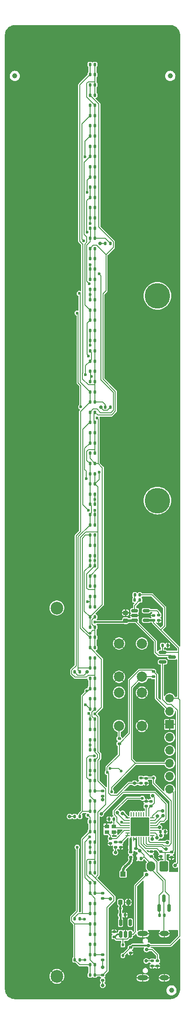
<source format=gbr>
%TF.GenerationSoftware,KiCad,Pcbnew,8.0.5-8.0.5-0~ubuntu24.04.1*%
%TF.CreationDate,2024-09-18T19:03:42+02:00*%
%TF.ProjectId,v_ggtermometer,76e46767-7465-4726-9d6f-6d657465722e,rev?*%
%TF.SameCoordinates,Original*%
%TF.FileFunction,Copper,L1,Top*%
%TF.FilePolarity,Positive*%
%FSLAX46Y46*%
G04 Gerber Fmt 4.6, Leading zero omitted, Abs format (unit mm)*
G04 Created by KiCad (PCBNEW 8.0.5-8.0.5-0~ubuntu24.04.1) date 2024-09-18 19:03:42*
%MOMM*%
%LPD*%
G01*
G04 APERTURE LIST*
G04 Aperture macros list*
%AMRoundRect*
0 Rectangle with rounded corners*
0 $1 Rounding radius*
0 $2 $3 $4 $5 $6 $7 $8 $9 X,Y pos of 4 corners*
0 Add a 4 corners polygon primitive as box body*
4,1,4,$2,$3,$4,$5,$6,$7,$8,$9,$2,$3,0*
0 Add four circle primitives for the rounded corners*
1,1,$1+$1,$2,$3*
1,1,$1+$1,$4,$5*
1,1,$1+$1,$6,$7*
1,1,$1+$1,$8,$9*
0 Add four rect primitives between the rounded corners*
20,1,$1+$1,$2,$3,$4,$5,0*
20,1,$1+$1,$4,$5,$6,$7,0*
20,1,$1+$1,$6,$7,$8,$9,0*
20,1,$1+$1,$8,$9,$2,$3,0*%
G04 Aperture macros list end*
%TA.AperFunction,SMDPad,CuDef*%
%ADD10RoundRect,0.147500X-0.147500X-0.172500X0.147500X-0.172500X0.147500X0.172500X-0.147500X0.172500X0*%
%TD*%
%TA.AperFunction,SMDPad,CuDef*%
%ADD11C,1.000000*%
%TD*%
%TA.AperFunction,SMDPad,CuDef*%
%ADD12RoundRect,0.147500X0.147500X0.172500X-0.147500X0.172500X-0.147500X-0.172500X0.147500X-0.172500X0*%
%TD*%
%TA.AperFunction,SMDPad,CuDef*%
%ADD13RoundRect,0.140000X-0.140000X-0.170000X0.140000X-0.170000X0.140000X0.170000X-0.140000X0.170000X0*%
%TD*%
%TA.AperFunction,SMDPad,CuDef*%
%ADD14RoundRect,0.135000X0.185000X-0.135000X0.185000X0.135000X-0.185000X0.135000X-0.185000X-0.135000X0*%
%TD*%
%TA.AperFunction,SMDPad,CuDef*%
%ADD15RoundRect,0.140000X0.170000X-0.140000X0.170000X0.140000X-0.170000X0.140000X-0.170000X-0.140000X0*%
%TD*%
%TA.AperFunction,SMDPad,CuDef*%
%ADD16RoundRect,0.140000X-0.170000X0.140000X-0.170000X-0.140000X0.170000X-0.140000X0.170000X0.140000X0*%
%TD*%
%TA.AperFunction,WasherPad*%
%ADD17C,5.000000*%
%TD*%
%TA.AperFunction,SMDPad,CuDef*%
%ADD18R,0.900000X0.800000*%
%TD*%
%TA.AperFunction,SMDPad,CuDef*%
%ADD19RoundRect,0.135000X-0.185000X0.135000X-0.185000X-0.135000X0.185000X-0.135000X0.185000X0.135000X0*%
%TD*%
%TA.AperFunction,SMDPad,CuDef*%
%ADD20RoundRect,0.225000X-0.250000X0.225000X-0.250000X-0.225000X0.250000X-0.225000X0.250000X0.225000X0*%
%TD*%
%TA.AperFunction,SMDPad,CuDef*%
%ADD21RoundRect,0.225000X-0.225000X-0.250000X0.225000X-0.250000X0.225000X0.250000X-0.225000X0.250000X0*%
%TD*%
%TA.AperFunction,SMDPad,CuDef*%
%ADD22RoundRect,0.135000X0.135000X0.185000X-0.135000X0.185000X-0.135000X-0.185000X0.135000X-0.185000X0*%
%TD*%
%TA.AperFunction,SMDPad,CuDef*%
%ADD23RoundRect,0.150000X0.150000X-0.512500X0.150000X0.512500X-0.150000X0.512500X-0.150000X-0.512500X0*%
%TD*%
%TA.AperFunction,SMDPad,CuDef*%
%ADD24RoundRect,0.140000X0.140000X0.170000X-0.140000X0.170000X-0.140000X-0.170000X0.140000X-0.170000X0*%
%TD*%
%TA.AperFunction,ComponentPad*%
%ADD25C,2.000000*%
%TD*%
%TA.AperFunction,SMDPad,CuDef*%
%ADD26R,1.000000X1.000000*%
%TD*%
%TA.AperFunction,SMDPad,CuDef*%
%ADD27R,1.050000X2.200000*%
%TD*%
%TA.AperFunction,SMDPad,CuDef*%
%ADD28RoundRect,0.150000X-0.512500X-0.150000X0.512500X-0.150000X0.512500X0.150000X-0.512500X0.150000X0*%
%TD*%
%TA.AperFunction,SMDPad,CuDef*%
%ADD29RoundRect,0.135000X-0.135000X-0.185000X0.135000X-0.185000X0.135000X0.185000X-0.135000X0.185000X0*%
%TD*%
%TA.AperFunction,ComponentPad*%
%ADD30C,1.700000*%
%TD*%
%TA.AperFunction,ComponentPad*%
%ADD31O,1.700000X1.700000*%
%TD*%
%TA.AperFunction,ComponentPad*%
%ADD32R,1.700000X1.700000*%
%TD*%
%TA.AperFunction,SMDPad,CuDef*%
%ADD33RoundRect,0.112500X-0.112500X0.187500X-0.112500X-0.187500X0.112500X-0.187500X0.112500X0.187500X0*%
%TD*%
%TA.AperFunction,SMDPad,CuDef*%
%ADD34RoundRect,0.150000X-0.587500X-0.150000X0.587500X-0.150000X0.587500X0.150000X-0.587500X0.150000X0*%
%TD*%
%TA.AperFunction,SMDPad,CuDef*%
%ADD35RoundRect,0.062500X0.062500X-0.375000X0.062500X0.375000X-0.062500X0.375000X-0.062500X-0.375000X0*%
%TD*%
%TA.AperFunction,SMDPad,CuDef*%
%ADD36RoundRect,0.062500X0.375000X-0.062500X0.375000X0.062500X-0.375000X0.062500X-0.375000X-0.062500X0*%
%TD*%
%TA.AperFunction,HeatsinkPad*%
%ADD37R,3.450000X3.450000*%
%TD*%
%TA.AperFunction,SMDPad,CuDef*%
%ADD38RoundRect,0.150000X0.150000X-0.587500X0.150000X0.587500X-0.150000X0.587500X-0.150000X-0.587500X0*%
%TD*%
%TA.AperFunction,ComponentPad*%
%ADD39RoundRect,0.250000X0.600000X0.750000X-0.600000X0.750000X-0.600000X-0.750000X0.600000X-0.750000X0*%
%TD*%
%TA.AperFunction,ComponentPad*%
%ADD40O,1.700000X2.000000*%
%TD*%
%TA.AperFunction,ComponentPad*%
%ADD41C,2.500000*%
%TD*%
%TA.AperFunction,ComponentPad*%
%ADD42O,1.800000X1.000000*%
%TD*%
%TA.AperFunction,ComponentPad*%
%ADD43O,2.100000X1.000000*%
%TD*%
%TA.AperFunction,ViaPad*%
%ADD44C,0.600000*%
%TD*%
%TA.AperFunction,ViaPad*%
%ADD45C,0.700000*%
%TD*%
%TA.AperFunction,Conductor*%
%ADD46C,0.200000*%
%TD*%
%TA.AperFunction,Conductor*%
%ADD47C,0.500000*%
%TD*%
%TA.AperFunction,Conductor*%
%ADD48C,0.300000*%
%TD*%
G04 APERTURE END LIST*
D10*
%TO.P,D1,1,K*%
%TO.N,/blue*%
X55750000Y-42250000D03*
%TO.P,D1,2,A*%
%TO.N,/purple*%
X56720000Y-42250000D03*
%TD*%
D11*
%TO.P,REF\u002A\u002A,*%
%TO.N,*%
X71750000Y-223250000D03*
%TD*%
D12*
%TO.P,D2,1,K*%
%TO.N,/purple*%
X56720000Y-44250000D03*
%TO.P,D2,2,A*%
%TO.N,/blue*%
X55750000Y-44250000D03*
%TD*%
D13*
%TO.P,C10,1*%
%TO.N,+3.3V*%
X69540000Y-192250000D03*
%TO.P,C10,2*%
%TO.N,GND*%
X70500000Y-192250000D03*
%TD*%
D14*
%TO.P,R13,1*%
%TO.N,+3.3V*%
X65750000Y-182760000D03*
%TO.P,R13,2*%
%TO.N,EN*%
X65750000Y-181740000D03*
%TD*%
D12*
%TO.P,D50,1,K*%
%TO.N,/l-green*%
X56720000Y-126250000D03*
%TO.P,D50,2,A*%
%TO.N,/celeste*%
X55750000Y-126250000D03*
%TD*%
D10*
%TO.P,D16,1,K*%
%TO.N,/beige*%
X55750000Y-114250000D03*
%TO.P,D16,2,A*%
%TO.N,/celeste*%
X56720000Y-114250000D03*
%TD*%
D12*
%TO.P,D8,1,K*%
%TO.N,/green*%
X56720000Y-136250000D03*
%TO.P,D8,2,A*%
%TO.N,/beige*%
X55750000Y-136250000D03*
%TD*%
D14*
%TO.P,R9,1*%
%TO.N,IO8*%
X58250000Y-217260000D03*
%TO.P,R9,2*%
%TO.N,/l-green*%
X58250000Y-216240000D03*
%TD*%
D12*
%TO.P,D85,1,K*%
%TO.N,/l-green*%
X56720000Y-216250000D03*
%TO.P,D85,2,A*%
%TO.N,/orange*%
X55750000Y-216250000D03*
%TD*%
D15*
%TO.P,C14,1*%
%TO.N,+5V*%
X68260000Y-150910000D03*
%TO.P,C14,2*%
%TO.N,GND*%
X68260000Y-149950000D03*
%TD*%
D16*
%TO.P,C8,1*%
%TO.N,GND*%
X67800000Y-196120000D03*
%TO.P,C8,2*%
%TO.N,IO0*%
X67800000Y-197080000D03*
%TD*%
D12*
%TO.P,D25,1,K*%
%TO.N,/purple*%
X56720000Y-52250000D03*
%TO.P,D25,2,A*%
%TO.N,/green*%
X55750000Y-52250000D03*
%TD*%
D17*
%TO.P,REF\u002A\u002A,*%
%TO.N,*%
X69000000Y-127500000D03*
%TD*%
D15*
%TO.P,C9,1*%
%TO.N,+3.3V*%
X67750000Y-187230000D03*
%TO.P,C9,2*%
%TO.N,GND*%
X67750000Y-186270000D03*
%TD*%
D13*
%TO.P,C2,1*%
%TO.N,GND*%
X62770000Y-195250000D03*
%TO.P,C2,2*%
%TO.N,Net-(U1-LNA_IN)*%
X63730000Y-195250000D03*
%TD*%
D15*
%TO.P,C7,1*%
%TO.N,Net-(U1-VDD_SPI{slash}GPIO11)*%
X66770000Y-187230000D03*
%TO.P,C7,2*%
%TO.N,GND*%
X66770000Y-186270000D03*
%TD*%
D18*
%TO.P,Y1,1,1*%
%TO.N,Net-(U1-XTAL_P)*%
X59050000Y-192300000D03*
%TO.P,Y1,2,2*%
%TO.N,GND*%
X60450000Y-192300000D03*
%TO.P,Y1,3,3*%
%TO.N,Net-(U1-XTAL_N)*%
X60450000Y-191200000D03*
%TO.P,Y1,4,4*%
%TO.N,GND*%
X59050000Y-191200000D03*
%TD*%
D10*
%TO.P,D22,1,K*%
%TO.N,/celeste*%
X55750000Y-158250000D03*
%TO.P,D22,2,A*%
%TO.N,/l-blue*%
X56720000Y-158250000D03*
%TD*%
D12*
%TO.P,D38,1,K*%
%TO.N,/orange*%
X56720000Y-122250000D03*
%TO.P,D38,2,A*%
%TO.N,/celeste*%
X55750000Y-122250000D03*
%TD*%
D10*
%TO.P,D51,1,K*%
%TO.N,/celeste*%
X55750000Y-128250000D03*
%TO.P,D51,2,A*%
%TO.N,/l-green*%
X56720000Y-128250000D03*
%TD*%
D12*
%TO.P,D37,1,K*%
%TO.N,/blue*%
X56720000Y-92250000D03*
%TO.P,D37,2,A*%
%TO.N,/red*%
X55750000Y-92250000D03*
%TD*%
D19*
%TO.P,R15,1*%
%TO.N,IO1*%
X71750000Y-196240000D03*
%TO.P,R15,2*%
%TO.N,GND*%
X71750000Y-197260000D03*
%TD*%
D12*
%TO.P,D15,1,K*%
%TO.N,/blue*%
X56720000Y-84250000D03*
%TO.P,D15,2,A*%
%TO.N,/green*%
X55750000Y-84250000D03*
%TD*%
D10*
%TO.P,D54,1,K*%
%TO.N,/red*%
X55750000Y-170250000D03*
%TO.P,D54,2,A*%
%TO.N,/l-blue*%
X56720000Y-170250000D03*
%TD*%
D19*
%TO.P,RV1,1*%
%TO.N,+5V*%
X63700000Y-214867500D03*
%TO.P,RV1,2*%
%TO.N,GND*%
X63700000Y-215887500D03*
%TD*%
D15*
%TO.P,C4,1*%
%TO.N,GND*%
X66750000Y-182730000D03*
%TO.P,C4,2*%
%TO.N,EN*%
X66750000Y-181770000D03*
%TD*%
D20*
%TO.P,C15,1*%
%TO.N,GND*%
X62760000Y-149425000D03*
%TO.P,C15,2*%
%TO.N,VBAT*%
X62760000Y-150975000D03*
%TD*%
D17*
%TO.P,REF\u002A\u002A,*%
%TO.N,*%
X69000000Y-87500000D03*
%TD*%
D10*
%TO.P,D86,1,K*%
%TO.N,/l-green*%
X55750000Y-202250000D03*
%TO.P,D86,2,A*%
%TO.N,/cyan*%
X56720000Y-202250000D03*
%TD*%
%TO.P,D62,1,K*%
%TO.N,/beige*%
X55750000Y-206250000D03*
%TO.P,D62,2,A*%
%TO.N,/l-green*%
X56720000Y-206250000D03*
%TD*%
D14*
%TO.P,FB1,1*%
%TO.N,+3.3V*%
X60750000Y-195260000D03*
%TO.P,FB1,2*%
%TO.N,Net-(C1-Pad1)*%
X60750000Y-194240000D03*
%TD*%
D12*
%TO.P,D27,1,K*%
%TO.N,/blue*%
X56720000Y-88250000D03*
%TO.P,D27,2,A*%
%TO.N,/beige*%
X55750000Y-88250000D03*
%TD*%
%TO.P,D45,1,K*%
%TO.N,/l-blue*%
X56720000Y-168250000D03*
%TO.P,D45,2,A*%
%TO.N,/beige*%
X55750000Y-168250000D03*
%TD*%
D10*
%TO.P,D34,1,K*%
%TO.N,/beige*%
X55750000Y-54250000D03*
%TO.P,D34,2,A*%
%TO.N,/purple*%
X56720000Y-54250000D03*
%TD*%
D21*
%TO.P,C18,1*%
%TO.N,+3.3V*%
X61725000Y-206000000D03*
%TO.P,C18,2*%
%TO.N,GND*%
X63275000Y-206000000D03*
%TD*%
D10*
%TO.P,D40,1,K*%
%TO.N,/l-green*%
X55750000Y-146250000D03*
%TO.P,D40,2,A*%
%TO.N,/green*%
X56720000Y-146250000D03*
%TD*%
%TO.P,D48,1,K*%
%TO.N,/orange*%
X55750000Y-94250000D03*
%TO.P,D48,2,A*%
%TO.N,/blue*%
X56720000Y-94250000D03*
%TD*%
D12*
%TO.P,D87,1,K*%
%TO.N,/cyan*%
X56720000Y-204250000D03*
%TO.P,D87,2,A*%
%TO.N,/l-green*%
X55750000Y-204250000D03*
%TD*%
%TO.P,D33,1,K*%
%TO.N,/l-blue*%
X56720000Y-164250000D03*
%TO.P,D33,2,A*%
%TO.N,/green*%
X55750000Y-164250000D03*
%TD*%
%TO.P,D41,1,K*%
%TO.N,/green*%
X56720000Y-148250000D03*
%TO.P,D41,2,A*%
%TO.N,/l-green*%
X55750000Y-148250000D03*
%TD*%
D19*
%TO.P,R6,1*%
%TO.N,/CC1*%
X68995190Y-217485190D03*
%TO.P,R6,2*%
%TO.N,GND*%
X68995190Y-218505190D03*
%TD*%
D10*
%TO.P,D20,1,K*%
%TO.N,/orange*%
X55750000Y-154250000D03*
%TO.P,D20,2,A*%
%TO.N,/beige*%
X56720000Y-154250000D03*
%TD*%
%TO.P,D30,1,K*%
%TO.N,/orange*%
X55750000Y-142250000D03*
%TO.P,D30,2,A*%
%TO.N,/green*%
X56720000Y-142250000D03*
%TD*%
%TO.P,D11,1,K*%
%TO.N,Net-(D11-K)*%
X64555000Y-145940000D03*
%TO.P,D11,2,A*%
%TO.N,+5V*%
X65525000Y-145940000D03*
%TD*%
%TO.P,D26,1,K*%
%TO.N,/beige*%
X55750000Y-86250000D03*
%TO.P,D26,2,A*%
%TO.N,/blue*%
X56720000Y-86250000D03*
%TD*%
D12*
%TO.P,D60,1,K*%
%TO.N,/cyan*%
X56720000Y-130250000D03*
%TO.P,D60,2,A*%
%TO.N,/celeste*%
X55750000Y-130250000D03*
%TD*%
D14*
%TO.P,R7,1*%
%TO.N,IO6*%
X58250000Y-205260000D03*
%TO.P,R7,2*%
%TO.N,/cyan*%
X58250000Y-204240000D03*
%TD*%
D22*
%TO.P,R18,1*%
%TO.N,GND*%
X71010000Y-155800000D03*
%TO.P,R18,2*%
%TO.N,+5V*%
X69990000Y-155800000D03*
%TD*%
D14*
%TO.P,R11,1*%
%TO.N,+3.3V*%
X61500000Y-175010000D03*
%TO.P,R11,2*%
%TO.N,Net-(U1-GPIO3{slash}ADC1_CH3)*%
X61500000Y-173990000D03*
%TD*%
D23*
%TO.P,U2,1,IN*%
%TO.N,VCC*%
X61750000Y-212275000D03*
%TO.P,U2,2,GND*%
%TO.N,GND*%
X62700000Y-212275000D03*
%TO.P,U2,3,EN*%
%TO.N,VCC*%
X63650000Y-212275000D03*
%TO.P,U2,4,NC*%
%TO.N,unconnected-(U2-NC-Pad4)*%
X63650000Y-210000000D03*
%TO.P,U2,5,OUT*%
%TO.N,+3.3V*%
X61750000Y-210000000D03*
%TD*%
D12*
%TO.P,D49,1,K*%
%TO.N,/blue*%
X56720000Y-96250000D03*
%TO.P,D49,2,A*%
%TO.N,/orange*%
X55750000Y-96250000D03*
%TD*%
D11*
%TO.P,REF\u002A\u002A,*%
%TO.N,*%
X41000000Y-44500000D03*
%TD*%
D24*
%TO.P,C16,1*%
%TO.N,GND*%
X70330000Y-208600000D03*
%TO.P,C16,2*%
%TO.N,+3.3V*%
X69370000Y-208600000D03*
%TD*%
D12*
%TO.P,D19,1,K*%
%TO.N,/green*%
X56720000Y-140250000D03*
%TO.P,D19,2,A*%
%TO.N,/red*%
X55750000Y-140250000D03*
%TD*%
%TO.P,D81,1,K*%
%TO.N,/blue*%
X56720000Y-108250000D03*
%TO.P,D81,2,A*%
%TO.N,/l-blue*%
X55750000Y-108250000D03*
%TD*%
D22*
%TO.P,R14,1*%
%TO.N,IO20*%
X53760000Y-217250000D03*
%TO.P,R14,2*%
%TO.N,/red*%
X52740000Y-217250000D03*
%TD*%
D16*
%TO.P,C1,1*%
%TO.N,Net-(C1-Pad1)*%
X61750000Y-194270000D03*
%TO.P,C1,2*%
%TO.N,GND*%
X61750000Y-195230000D03*
%TD*%
D12*
%TO.P,D55,1,K*%
%TO.N,/l-blue*%
X56720000Y-172250000D03*
%TO.P,D55,2,A*%
%TO.N,/red*%
X55750000Y-172250000D03*
%TD*%
D19*
%TO.P,R5,1*%
%TO.N,/CC2*%
X67995190Y-217475190D03*
%TO.P,R5,2*%
%TO.N,GND*%
X67995190Y-218495190D03*
%TD*%
D10*
%TO.P,D39,1,K*%
%TO.N,/celeste*%
X55750000Y-124250000D03*
%TO.P,D39,2,A*%
%TO.N,/orange*%
X56720000Y-124250000D03*
%TD*%
D25*
%TO.P,SW3,1,A*%
%TO.N,IO20*%
X65950000Y-155450000D03*
X65950000Y-161950000D03*
%TO.P,SW3,3,B*%
%TO.N,GND*%
X61450000Y-155450000D03*
X61450000Y-161950000D03*
%TD*%
D10*
%TO.P,D74,1,K*%
%TO.N,/orange*%
X55750000Y-198250000D03*
%TO.P,D74,2,A*%
%TO.N,/cyan*%
X56720000Y-198250000D03*
%TD*%
D26*
%TO.P,J4,1,In*%
%TO.N,Net-(J4-In)*%
X62250000Y-200500000D03*
D27*
%TO.P,J4,2,Ext*%
%TO.N,GND*%
X63725000Y-202000000D03*
D26*
X62250000Y-203500000D03*
D27*
X60775000Y-202000000D03*
%TD*%
D10*
%TO.P,D29,1,K*%
%TO.N,/celeste*%
X55750000Y-120250000D03*
%TO.P,D29,2,A*%
%TO.N,/red*%
X56720000Y-120250000D03*
%TD*%
%TO.P,D9,1,K*%
%TO.N,/red*%
X55750000Y-150250000D03*
%TO.P,D9,2,A*%
%TO.N,/beige*%
X56720000Y-150250000D03*
%TD*%
%TO.P,D80,1,K*%
%TO.N,/l-blue*%
X55750000Y-106250000D03*
%TO.P,D80,2,A*%
%TO.N,/blue*%
X56720000Y-106250000D03*
%TD*%
%TO.P,D90,1,K*%
%TO.N,/l-blue*%
X55750000Y-74250000D03*
%TO.P,D90,2,A*%
%TO.N,/purple*%
X56720000Y-74250000D03*
%TD*%
D15*
%TO.P,C3,1*%
%TO.N,GND*%
X64750000Y-196480000D03*
%TO.P,C3,2*%
%TO.N,+3.3V*%
X64750000Y-195520000D03*
%TD*%
%TO.P,C6,1*%
%TO.N,GND*%
X59750000Y-194500000D03*
%TO.P,C6,2*%
%TO.N,Net-(U1-XTAL_P)*%
X59750000Y-193540000D03*
%TD*%
D10*
%TO.P,D32,1,K*%
%TO.N,/green*%
X55750000Y-162250000D03*
%TO.P,D32,2,A*%
%TO.N,/l-blue*%
X56720000Y-162250000D03*
%TD*%
D12*
%TO.P,D89,1,K*%
%TO.N,/l-blue*%
X56720000Y-184250000D03*
%TO.P,D89,2,A*%
%TO.N,/cyan*%
X55750000Y-184250000D03*
%TD*%
%TO.P,D53,1,K*%
%TO.N,/cyan*%
X56720000Y-192250000D03*
%TO.P,D53,2,A*%
%TO.N,/beige*%
X55750000Y-192250000D03*
%TD*%
%TO.P,D31,1,K*%
%TO.N,/green*%
X56720000Y-144250000D03*
%TO.P,D31,2,A*%
%TO.N,/orange*%
X55750000Y-144250000D03*
%TD*%
D10*
%TO.P,D68,1,K*%
%TO.N,/l-green*%
X55750000Y-66250000D03*
%TO.P,D68,2,A*%
%TO.N,/purple*%
X56720000Y-66250000D03*
%TD*%
D13*
%TO.P,C5,1*%
%TO.N,GND*%
X59500000Y-189750000D03*
%TO.P,C5,2*%
%TO.N,Net-(U1-XTAL_N)*%
X60460000Y-189750000D03*
%TD*%
D10*
%TO.P,D42,1,K*%
%TO.N,/green*%
X55750000Y-186250000D03*
%TO.P,D42,2,A*%
%TO.N,/cyan*%
X56720000Y-186250000D03*
%TD*%
D12*
%TO.P,D75,1,K*%
%TO.N,/cyan*%
X56720000Y-200250000D03*
%TO.P,D75,2,A*%
%TO.N,/orange*%
X55750000Y-200250000D03*
%TD*%
D14*
%TO.P,R16,1*%
%TO.N,GND*%
X69260000Y-150920000D03*
%TO.P,R16,2*%
%TO.N,Net-(U4-PROG)*%
X69260000Y-149900000D03*
%TD*%
D12*
%TO.P,D13,1,K*%
%TO.N,/purple*%
X56720000Y-48250000D03*
%TO.P,D13,2,A*%
%TO.N,/celeste*%
X55750000Y-48250000D03*
%TD*%
D24*
%TO.P,C12,1*%
%TO.N,GND*%
X62680000Y-208500000D03*
%TO.P,C12,2*%
%TO.N,+3.3V*%
X61720000Y-208500000D03*
%TD*%
D28*
%TO.P,U4,1,STAT*%
%TO.N,Net-(U4-STAT)*%
X64510000Y-149010000D03*
%TO.P,U4,2,GND*%
%TO.N,GND*%
X64510000Y-149960000D03*
%TO.P,U4,3,VBAT*%
%TO.N,VBAT*%
X64510000Y-150910000D03*
%TO.P,U4,4,VDD*%
%TO.N,+5V*%
X66785000Y-150910000D03*
%TO.P,U4,5,PROG*%
%TO.N,Net-(U4-PROG)*%
X66785000Y-149010000D03*
%TD*%
D12*
%TO.P,D6,1,K*%
%TO.N,/celeste*%
X56720000Y-112250000D03*
%TO.P,D6,2,A*%
%TO.N,/green*%
X55750000Y-112250000D03*
%TD*%
D14*
%TO.P,R12,1*%
%TO.N,IO10*%
X58250000Y-221250000D03*
%TO.P,R12,2*%
%TO.N,/orange*%
X58250000Y-220230000D03*
%TD*%
D25*
%TO.P,SW1,1,A*%
%TO.N,Net-(U1-GPIO3{slash}ADC1_CH3)*%
X61450000Y-171550000D03*
X61450000Y-165050000D03*
%TO.P,SW1,3,B*%
%TO.N,GND*%
X65950000Y-171550000D03*
X65950000Y-165050000D03*
%TD*%
D12*
%TO.P,D91,1,K*%
%TO.N,/purple*%
X56720000Y-76250000D03*
%TO.P,D91,2,A*%
%TO.N,/l-blue*%
X55750000Y-76250000D03*
%TD*%
D10*
%TO.P,D46,1,K*%
%TO.N,/red*%
X55750000Y-58250000D03*
%TO.P,D46,2,A*%
%TO.N,/purple*%
X56720000Y-58250000D03*
%TD*%
%TO.P,D14,1,K*%
%TO.N,/green*%
X55750000Y-82250000D03*
%TO.P,D14,2,A*%
%TO.N,/blue*%
X56720000Y-82250000D03*
%TD*%
%TO.P,D82,1,K*%
%TO.N,/red*%
X55750000Y-218250000D03*
%TO.P,D82,2,A*%
%TO.N,/orange*%
X56720000Y-218250000D03*
%TD*%
%TO.P,D72,1,K*%
%TO.N,/red*%
X55750000Y-210250000D03*
%TO.P,D72,2,A*%
%TO.N,/l-green*%
X56720000Y-210250000D03*
%TD*%
%TO.P,D36,1,K*%
%TO.N,/red*%
X55750000Y-90250000D03*
%TO.P,D36,2,A*%
%TO.N,/blue*%
X56720000Y-90250000D03*
%TD*%
D11*
%TO.P,REF\u002A\u002A,*%
%TO.N,*%
X71500000Y-44500000D03*
%TD*%
D12*
%TO.P,D59,1,K*%
%TO.N,/blue*%
X56720000Y-100250000D03*
%TO.P,D59,2,A*%
%TO.N,/l-green*%
X55750000Y-100250000D03*
%TD*%
D10*
%TO.P,D52,1,K*%
%TO.N,/beige*%
X55750000Y-190250000D03*
%TO.P,D52,2,A*%
%TO.N,/cyan*%
X56720000Y-190250000D03*
%TD*%
%TO.P,D24,1,K*%
%TO.N,/green*%
X55750000Y-50250000D03*
%TO.P,D24,2,A*%
%TO.N,/purple*%
X56720000Y-50250000D03*
%TD*%
%TO.P,D56,1,K*%
%TO.N,/orange*%
X55750000Y-62250000D03*
%TO.P,D56,2,A*%
%TO.N,/purple*%
X56720000Y-62250000D03*
%TD*%
D29*
%TO.P,R8,1*%
%TO.N,IO7*%
X52740000Y-189250000D03*
%TO.P,R8,2*%
%TO.N,/green*%
X53760000Y-189250000D03*
%TD*%
D10*
%TO.P,D61,1,K*%
%TO.N,/celeste*%
X55750000Y-132250000D03*
%TO.P,D61,2,A*%
%TO.N,/cyan*%
X56720000Y-132250000D03*
%TD*%
D12*
%TO.P,D35,1,K*%
%TO.N,/purple*%
X56720000Y-56250000D03*
%TO.P,D35,2,A*%
%TO.N,/beige*%
X55750000Y-56250000D03*
%TD*%
%TO.P,D17,1,K*%
%TO.N,/celeste*%
X56720000Y-116250000D03*
%TO.P,D17,2,A*%
%TO.N,/beige*%
X55750000Y-116250000D03*
%TD*%
%TO.P,D4,1,K*%
%TO.N,/blue*%
X56720000Y-80250000D03*
%TO.P,D4,2,A*%
%TO.N,/celeste*%
X55750000Y-80250000D03*
%TD*%
D22*
%TO.P,R10,1*%
%TO.N,IO9*%
X53760000Y-209250000D03*
%TO.P,R10,2*%
%TO.N,/beige*%
X52740000Y-209250000D03*
%TD*%
D10*
%TO.P,D18,1,K*%
%TO.N,/red*%
X55750000Y-138250000D03*
%TO.P,D18,2,A*%
%TO.N,/green*%
X56720000Y-138250000D03*
%TD*%
%TO.P,D76,1,K*%
%TO.N,/l-green*%
X55750000Y-178250000D03*
%TO.P,D76,2,A*%
%TO.N,/l-blue*%
X56720000Y-178250000D03*
%TD*%
%TO.P,D44,1,K*%
%TO.N,/beige*%
X55750000Y-166250000D03*
%TO.P,D44,2,A*%
%TO.N,/l-blue*%
X56720000Y-166250000D03*
%TD*%
D12*
%TO.P,D69,1,K*%
%TO.N,/purple*%
X56720000Y-68250000D03*
%TO.P,D69,2,A*%
%TO.N,/l-green*%
X55750000Y-68250000D03*
%TD*%
D15*
%TO.P,C17,1*%
%TO.N,GND*%
X69700000Y-197080000D03*
%TO.P,C17,2*%
%TO.N,IO1*%
X69700000Y-196120000D03*
%TD*%
D12*
%TO.P,D71,1,K*%
%TO.N,/blue*%
X56720000Y-104250000D03*
%TO.P,D71,2,A*%
%TO.N,/cyan*%
X55750000Y-104250000D03*
%TD*%
D10*
%TO.P,D5,1,K*%
%TO.N,/green*%
X55750000Y-110250000D03*
%TO.P,D5,2,A*%
%TO.N,/celeste*%
X56720000Y-110250000D03*
%TD*%
D12*
%TO.P,D43,1,K*%
%TO.N,/cyan*%
X56720000Y-188250000D03*
%TO.P,D43,2,A*%
%TO.N,/green*%
X55750000Y-188250000D03*
%TD*%
%TO.P,D21,1,K*%
%TO.N,/beige*%
X56720000Y-156250000D03*
%TO.P,D21,2,A*%
%TO.N,/orange*%
X55750000Y-156250000D03*
%TD*%
D10*
%TO.P,D12,1,K*%
%TO.N,/celeste*%
X55750000Y-46250000D03*
%TO.P,D12,2,A*%
%TO.N,/purple*%
X56720000Y-46250000D03*
%TD*%
D12*
%TO.P,D67,1,K*%
%TO.N,/l-blue*%
X56720000Y-176250000D03*
%TO.P,D67,2,A*%
%TO.N,/orange*%
X55750000Y-176250000D03*
%TD*%
%TO.P,D83,1,K*%
%TO.N,/orange*%
X56720000Y-220250000D03*
%TO.P,D83,2,A*%
%TO.N,/red*%
X55750000Y-220250000D03*
%TD*%
D10*
%TO.P,D84,1,K*%
%TO.N,/orange*%
X55750000Y-214250000D03*
%TO.P,D84,2,A*%
%TO.N,/l-green*%
X56720000Y-214250000D03*
%TD*%
D12*
%TO.P,D47,1,K*%
%TO.N,/purple*%
X56720000Y-60250000D03*
%TO.P,D47,2,A*%
%TO.N,/red*%
X55750000Y-60250000D03*
%TD*%
%TO.P,D77,1,K*%
%TO.N,/l-blue*%
X56720000Y-180250000D03*
%TO.P,D77,2,A*%
%TO.N,/l-green*%
X55750000Y-180250000D03*
%TD*%
D30*
%TO.P,J2,1,Pin_1*%
%TO.N,+5V*%
X71400000Y-166170000D03*
D31*
%TO.P,J2,2,Pin_2*%
%TO.N,+3.3V*%
X71400000Y-168710000D03*
D32*
%TO.P,J2,3,Pin_3*%
%TO.N,GND*%
X71400000Y-171250000D03*
D31*
%TO.P,J2,4,Pin_4*%
%TO.N,EN*%
X71400000Y-173790000D03*
%TO.P,J2,5,Pin_5*%
%TO.N,IO21*%
X71400000Y-176330000D03*
%TO.P,J2,6,Pin_6*%
%TO.N,IO20*%
X71400000Y-178870000D03*
%TO.P,J2,7,Pin_7*%
%TO.N,IO9*%
X71400000Y-181410000D03*
%TO.P,J2,8,Pin_8*%
%TO.N,IO1*%
X71400000Y-183950000D03*
%TD*%
D29*
%TO.P,R17,1*%
%TO.N,Net-(D11-K)*%
X64530000Y-146950000D03*
%TO.P,R17,2*%
%TO.N,Net-(U4-STAT)*%
X65550000Y-146950000D03*
%TD*%
D33*
%TO.P,D93,1,K*%
%TO.N,VCC*%
X62200000Y-214350000D03*
%TO.P,D93,2,A*%
%TO.N,+5V*%
X62200000Y-216450000D03*
%TD*%
D24*
%TO.P,C13,1*%
%TO.N,+3.3V*%
X65730000Y-197500000D03*
%TO.P,C13,2*%
%TO.N,GND*%
X64770000Y-197500000D03*
%TD*%
D12*
%TO.P,D10,1,K*%
%TO.N,/beige*%
X56720000Y-152250000D03*
%TO.P,D10,2,A*%
%TO.N,/red*%
X55750000Y-152250000D03*
%TD*%
D22*
%TO.P,R2,1*%
%TO.N,IO21*%
X59760000Y-109250000D03*
%TO.P,R2,2*%
%TO.N,/blue*%
X58740000Y-109250000D03*
%TD*%
D19*
%TO.P,L1,1*%
%TO.N,Net-(U1-LNA_IN)*%
X63750000Y-196240000D03*
%TO.P,L1,2*%
%TO.N,Net-(J4-In)*%
X63750000Y-197260000D03*
%TD*%
D12*
%TO.P,D65,1,K*%
%TO.N,/cyan*%
X56720000Y-196250000D03*
%TO.P,D65,2,A*%
%TO.N,/red*%
X55750000Y-196250000D03*
%TD*%
D10*
%TO.P,D88,1,K*%
%TO.N,/cyan*%
X55750000Y-182250000D03*
%TO.P,D88,2,A*%
%TO.N,/l-blue*%
X56720000Y-182250000D03*
%TD*%
%TO.P,D58,1,K*%
%TO.N,/l-green*%
X55750000Y-98250000D03*
%TO.P,D58,2,A*%
%TO.N,/blue*%
X56720000Y-98250000D03*
%TD*%
%TO.P,D70,1,K*%
%TO.N,/cyan*%
X55750000Y-102250000D03*
%TO.P,D70,2,A*%
%TO.N,/blue*%
X56720000Y-102250000D03*
%TD*%
D12*
%TO.P,D57,1,K*%
%TO.N,/purple*%
X56720000Y-64250000D03*
%TO.P,D57,2,A*%
%TO.N,/orange*%
X55750000Y-64250000D03*
%TD*%
D10*
%TO.P,D66,1,K*%
%TO.N,/orange*%
X55750000Y-174250000D03*
%TO.P,D66,2,A*%
%TO.N,/l-blue*%
X56720000Y-174250000D03*
%TD*%
D12*
%TO.P,D73,1,K*%
%TO.N,/l-green*%
X56720000Y-212250000D03*
%TO.P,D73,2,A*%
%TO.N,/red*%
X55750000Y-212250000D03*
%TD*%
D29*
%TO.P,R4,1*%
%TO.N,IO5*%
X52740000Y-161000000D03*
%TO.P,R4,2*%
%TO.N,/celeste*%
X53760000Y-161000000D03*
%TD*%
D10*
%TO.P,D7,1,K*%
%TO.N,/beige*%
X55750000Y-134250000D03*
%TO.P,D7,2,A*%
%TO.N,/green*%
X56720000Y-134250000D03*
%TD*%
%TO.P,D78,1,K*%
%TO.N,/cyan*%
X55750000Y-70250000D03*
%TO.P,D78,2,A*%
%TO.N,/purple*%
X56720000Y-70250000D03*
%TD*%
D14*
%TO.P,R3,1*%
%TO.N,IO4*%
X58250000Y-185260000D03*
%TO.P,R3,2*%
%TO.N,/l-blue*%
X58250000Y-184240000D03*
%TD*%
D12*
%TO.P,D79,1,K*%
%TO.N,/purple*%
X56720000Y-72250000D03*
%TO.P,D79,2,A*%
%TO.N,/cyan*%
X55750000Y-72250000D03*
%TD*%
D34*
%TO.P,Q1,1,G*%
%TO.N,+5V*%
X70000000Y-157150000D03*
%TO.P,Q1,2,S*%
%TO.N,VCC*%
X70000000Y-159050000D03*
%TO.P,Q1,3,D*%
%TO.N,VBAT*%
X71875000Y-158100000D03*
%TD*%
D10*
%TO.P,D64,1,K*%
%TO.N,/red*%
X55750000Y-194250000D03*
%TO.P,D64,2,A*%
%TO.N,/cyan*%
X56720000Y-194250000D03*
%TD*%
D35*
%TO.P,U1,1,LNA_IN*%
%TO.N,Net-(U1-LNA_IN)*%
X63812500Y-193687500D03*
%TO.P,U1,2,VDD3P3*%
%TO.N,+3.3V*%
X64312500Y-193687500D03*
%TO.P,U1,3,VDD3P3*%
X64812500Y-193687500D03*
%TO.P,U1,4,XTAL_32K_P/ADC1_CH0*%
%TO.N,IO0*%
X65312500Y-193687500D03*
%TO.P,U1,5,XTAL_32K_N/ADC1_CH1*%
%TO.N,IO1*%
X65812500Y-193687500D03*
%TO.P,U1,6,GPIO2/ADC1_CH2*%
%TO.N,IO2*%
X66312500Y-193687500D03*
%TO.P,U1,7,CHIP_EN*%
%TO.N,EN*%
X66812500Y-193687500D03*
%TO.P,U1,8,GPIO3/ADC1_CH3*%
%TO.N,Net-(U1-GPIO3{slash}ADC1_CH3)*%
X67312500Y-193687500D03*
D36*
%TO.P,U1,9,MTMS/GPIO4/ADC1_CH4*%
%TO.N,IO4*%
X68000000Y-193000000D03*
%TO.P,U1,10,MTDI/GPIO5/ADC2_CH0*%
%TO.N,IO5*%
X68000000Y-192500000D03*
%TO.P,U1,11,VDD3P3_RTC*%
%TO.N,+3.3V*%
X68000000Y-192000000D03*
%TO.P,U1,12,MTCK/GPIO6*%
%TO.N,IO6*%
X68000000Y-191500000D03*
%TO.P,U1,13,MTDO/GPIO7*%
%TO.N,IO7*%
X68000000Y-191000000D03*
%TO.P,U1,14,GPIO8*%
%TO.N,IO8*%
X68000000Y-190500000D03*
%TO.P,U1,15,GPIO9/BOOT*%
%TO.N,IO9*%
X68000000Y-190000000D03*
%TO.P,U1,16,GPIO10*%
%TO.N,IO10*%
X68000000Y-189500000D03*
D35*
%TO.P,U1,17,VDD3P3_CPU*%
%TO.N,+3.3V*%
X67312500Y-188812500D03*
%TO.P,U1,18,VDD_SPI/GPIO11*%
%TO.N,Net-(U1-VDD_SPI{slash}GPIO11)*%
X66812500Y-188812500D03*
%TO.P,U1,19,SPIHD/GPIO12*%
%TO.N,unconnected-(U1-SPIHD{slash}GPIO12-Pad19)*%
X66312500Y-188812500D03*
%TO.P,U1,20,SPIWP/GPIO13*%
%TO.N,unconnected-(U1-SPIWP{slash}GPIO13-Pad20)*%
X65812500Y-188812500D03*
%TO.P,U1,21,SPICS0/GPIO14*%
%TO.N,unconnected-(U1-SPICS0{slash}GPIO14-Pad21)*%
X65312500Y-188812500D03*
%TO.P,U1,22,SPICLK/GPIO15*%
%TO.N,unconnected-(U1-SPICLK{slash}GPIO15-Pad22)*%
X64812500Y-188812500D03*
%TO.P,U1,23,SPID/GPIO16*%
%TO.N,unconnected-(U1-SPID{slash}GPIO16-Pad23)*%
X64312500Y-188812500D03*
%TO.P,U1,24,SPIQ/GPIO17*%
%TO.N,unconnected-(U1-SPIQ{slash}GPIO17-Pad24)*%
X63812500Y-188812500D03*
D36*
%TO.P,U1,25,GPIO18/USB_D-*%
%TO.N,D-*%
X63125000Y-189500000D03*
%TO.P,U1,26,GPIO19/USB_D+*%
%TO.N,D+*%
X63125000Y-190000000D03*
%TO.P,U1,27,U0RXD/GPIO20*%
%TO.N,IO20*%
X63125000Y-190500000D03*
%TO.P,U1,28,U0TXD/GPIO21*%
%TO.N,IO21*%
X63125000Y-191000000D03*
%TO.P,U1,29,XTAL_N*%
%TO.N,Net-(U1-XTAL_N)*%
X63125000Y-191500000D03*
%TO.P,U1,30,XTAL_P*%
%TO.N,Net-(U1-XTAL_P)*%
X63125000Y-192000000D03*
%TO.P,U1,31,VDDA*%
%TO.N,Net-(C1-Pad1)*%
X63125000Y-192500000D03*
%TO.P,U1,32,VDDA*%
X63125000Y-193000000D03*
D37*
%TO.P,U1,33,GND*%
%TO.N,GND*%
X65562500Y-191250000D03*
%TD*%
D12*
%TO.P,D23,1,K*%
%TO.N,/l-blue*%
X56720000Y-160250000D03*
%TO.P,D23,2,A*%
%TO.N,/celeste*%
X55750000Y-160250000D03*
%TD*%
D19*
%TO.P,R19,1*%
%TO.N,+3.3V*%
X68200000Y-160900000D03*
%TO.P,R19,2*%
%TO.N,IO20*%
X68200000Y-161920000D03*
%TD*%
D16*
%TO.P,C11,1*%
%TO.N,GND*%
X60500000Y-211820000D03*
%TO.P,C11,2*%
%TO.N,VCC*%
X60500000Y-212780000D03*
%TD*%
D10*
%TO.P,D28,1,K*%
%TO.N,/red*%
X55750000Y-118250000D03*
%TO.P,D28,2,A*%
%TO.N,/celeste*%
X56720000Y-118250000D03*
%TD*%
D12*
%TO.P,D63,1,K*%
%TO.N,/l-green*%
X56720000Y-208250000D03*
%TO.P,D63,2,A*%
%TO.N,/beige*%
X55750000Y-208250000D03*
%TD*%
D10*
%TO.P,D3,1,K*%
%TO.N,/celeste*%
X55750000Y-78250000D03*
%TO.P,D3,2,A*%
%TO.N,/blue*%
X56720000Y-78250000D03*
%TD*%
D38*
%TO.P,U3,1,V_{DD}*%
%TO.N,+3.3V*%
X69350000Y-207137500D03*
%TO.P,U3,2,V_{OUT}*%
%TO.N,IO0*%
X71250000Y-207137500D03*
%TO.P,U3,3,GND*%
%TO.N,GND*%
X70300000Y-205262500D03*
%TD*%
D29*
%TO.P,R1,1*%
%TO.N,IO2*%
X58740000Y-77250000D03*
%TO.P,R1,2*%
%TO.N,/purple*%
X59760000Y-77250000D03*
%TD*%
D39*
%TO.P,J8,1,Pin_1*%
%TO.N,IO1*%
X70250000Y-198975000D03*
D40*
%TO.P,J8,2,Pin_2*%
%TO.N,+3.3V*%
X67750000Y-198975000D03*
%TD*%
D41*
%TO.P,BT1,1,+*%
%TO.N,VBAT*%
X49250000Y-148500000D03*
%TO.P,BT1,2,-*%
%TO.N,GND*%
X49250000Y-220500000D03*
%TD*%
D42*
%TO.P,J1,S1,SHIELD*%
%TO.N,GND*%
X70320190Y-212155190D03*
D43*
X66120190Y-212155190D03*
D42*
X70320190Y-220795190D03*
D43*
X66120190Y-220795190D03*
%TD*%
D44*
%TO.N,GND*%
X67010000Y-149910000D03*
X65562500Y-191250000D03*
X71700000Y-198200000D03*
X64250000Y-191250000D03*
X66750000Y-192500000D03*
X60775000Y-202000000D03*
X60075735Y-187575735D03*
X65510000Y-149910000D03*
X64250000Y-192500000D03*
X67200000Y-185150000D03*
X64250000Y-190000000D03*
X62250000Y-202000000D03*
X66000000Y-183600000D03*
X65500000Y-192500000D03*
X63725000Y-202000000D03*
X66548255Y-198121785D03*
X66260000Y-149910000D03*
X68868526Y-197299999D03*
%TO.N,EN*%
X68250000Y-181750000D03*
D45*
%TO.N,+3.3V*%
X65540380Y-195959620D03*
X60750000Y-196300000D03*
X69700000Y-193000000D03*
D44*
X61725000Y-207250000D03*
X59150000Y-180650000D03*
D45*
X64500000Y-182750000D03*
X68080762Y-185199999D03*
%TO.N,+5V*%
X67245190Y-214453428D03*
D44*
%TO.N,/l-blue*%
X55625600Y-85081700D03*
X53626100Y-87013200D03*
%TO.N,/green*%
X56720000Y-139250000D03*
X57541800Y-83208200D03*
X55449900Y-129395500D03*
X54522000Y-76740000D03*
X55130376Y-164736861D03*
X55750000Y-81416400D03*
%TO.N,/beige*%
X54752700Y-60304200D03*
X55766528Y-153430000D03*
X55373068Y-189030972D03*
X53227600Y-90848800D03*
X55750000Y-87250000D03*
X55000000Y-123250000D03*
X53950735Y-109200735D03*
X54876900Y-167400000D03*
%TO.N,/red*%
X55750000Y-139250000D03*
X55750000Y-195250000D03*
X53250000Y-195250000D03*
X55500000Y-169103000D03*
X57132300Y-111368200D03*
X55449900Y-99250000D03*
%TO.N,/orange*%
X55750000Y-175250000D03*
X55194800Y-67250000D03*
X55751600Y-97105300D03*
X56750000Y-169200000D03*
X57544500Y-121950000D03*
%TO.N,/l-green*%
X54854100Y-102872700D03*
X56720000Y-127250000D03*
X55750000Y-181136500D03*
X55235400Y-147250000D03*
X55700000Y-193200000D03*
X55221700Y-75052500D03*
%TO.N,/cyan*%
X56650000Y-177430001D03*
X56048400Y-103203700D03*
X55742600Y-73390600D03*
X56737200Y-129407400D03*
D45*
%TO.N,D-*%
X62140686Y-188640686D03*
%TO.N,D+*%
X61150000Y-188500000D03*
D44*
%TO.N,IO21*%
X66025735Y-185674265D03*
D45*
X57900100Y-109250000D03*
D44*
X59700000Y-179900000D03*
X61900000Y-180400000D03*
%TO.N,IO20*%
X62000000Y-190400000D03*
X54750000Y-217250000D03*
X59991421Y-184408579D03*
D45*
%TO.N,IO9*%
X69000000Y-189150000D03*
D44*
X54700000Y-209300000D03*
D45*
%TO.N,IO2*%
X57750000Y-77250000D03*
X70680762Y-195649999D03*
%TO.N,Net-(U1-GPIO3{slash}ADC1_CH3)*%
X70950000Y-194350000D03*
%TO.N,IO4*%
X67987499Y-193646250D03*
X58220000Y-186000000D03*
%TO.N,IO5*%
X55223619Y-161008217D03*
X68890537Y-193393412D03*
%TO.N,IO6*%
X59800000Y-205350000D03*
X69374310Y-191344926D03*
%TO.N,IO7*%
X51750000Y-189250000D03*
X57965000Y-188750000D03*
%TO.N,IO8*%
X70055380Y-189100000D03*
X58250000Y-218750000D03*
%TO.N,IO10*%
X70030000Y-188150000D03*
X58250000Y-222250000D03*
%TO.N,/CC2*%
X66801008Y-217480818D03*
%TO.N,/CC1*%
X66835570Y-215254810D03*
D44*
%TO.N,VBAT*%
X56750000Y-151250000D03*
D45*
%TO.N,VCC*%
X66900000Y-200600000D03*
X72500000Y-198800000D03*
%TD*%
D46*
%TO.N,Net-(U1-XTAL_N)*%
X63125000Y-191500000D02*
X60750000Y-191500000D01*
X60450000Y-191200000D02*
X60450000Y-189760000D01*
X60750000Y-191500000D02*
X60450000Y-191200000D01*
X60450000Y-189760000D02*
X60460000Y-189750000D01*
%TO.N,GND*%
X70300000Y-212135000D02*
X70320190Y-212155190D01*
X70300000Y-205262500D02*
X70300000Y-212135000D01*
%TO.N,EN*%
X68250000Y-182750000D02*
X68250000Y-181750000D01*
X71700000Y-194550000D02*
X71700000Y-186200000D01*
X67045687Y-194730001D02*
X70030000Y-194730001D01*
X70299999Y-195000000D02*
X71250000Y-195000000D01*
X66812500Y-193687500D02*
X66812500Y-194496814D01*
X71700000Y-186200000D02*
X68250000Y-182750000D01*
X70030000Y-194730001D02*
X70299999Y-195000000D01*
X66812500Y-194496814D02*
X67045687Y-194730001D01*
X68240000Y-181740000D02*
X65750000Y-181740000D01*
X68250000Y-181750000D02*
X68240000Y-181740000D01*
X71250000Y-195000000D02*
X71700000Y-194550000D01*
%TO.N,Net-(U1-XTAL_P)*%
X60960000Y-193540000D02*
X62500000Y-192000000D01*
X59750000Y-193000000D02*
X59050000Y-192300000D01*
X62500000Y-192000000D02*
X63125000Y-192000000D01*
X59750000Y-193540000D02*
X59750000Y-193000000D01*
X59750000Y-193540000D02*
X60960000Y-193540000D01*
D47*
%TO.N,Net-(U1-LNA_IN)*%
X63730000Y-196220000D02*
X63750000Y-196240000D01*
X63730000Y-195250000D02*
X63730000Y-193695000D01*
X63730000Y-193695000D02*
X63737500Y-193687500D01*
X63730000Y-195250000D02*
X63730000Y-196220000D01*
D46*
%TO.N,+3.3V*%
X70100000Y-203900000D02*
X69350000Y-204650000D01*
X67950000Y-160650000D02*
X65411522Y-160650000D01*
D48*
X64750000Y-195520000D02*
X64812500Y-195457500D01*
D46*
X65411522Y-160650000D02*
X63500000Y-162561522D01*
D48*
X61750000Y-208275000D02*
X61725000Y-208250000D01*
D46*
X69290000Y-192000000D02*
X68000000Y-192000000D01*
X69350000Y-204650000D02*
X69350000Y-207137500D01*
X68200000Y-160900000D02*
X67950000Y-160650000D01*
X69357500Y-206545000D02*
X69350000Y-206537500D01*
X69370000Y-208600000D02*
X69370000Y-207157500D01*
X68360000Y-186620000D02*
X67750000Y-187230000D01*
X69700000Y-193000000D02*
X69540000Y-192840000D01*
D48*
X64812500Y-195457500D02*
X64812500Y-193687500D01*
D46*
X65540380Y-195959620D02*
X66387500Y-196806740D01*
X68080762Y-185199999D02*
X68360000Y-185479237D01*
X68820000Y-161520000D02*
X68820000Y-166130000D01*
X68360000Y-185479237D02*
X68360000Y-186620000D01*
X69540000Y-192840000D02*
X69540000Y-192250000D01*
X64500000Y-182750000D02*
X65740000Y-182750000D01*
X70100000Y-201850000D02*
X70100000Y-203900000D01*
X63500000Y-162561522D02*
X63500000Y-173010000D01*
X66387500Y-196806740D02*
X66387500Y-197112500D01*
X59826470Y-185092157D02*
X61092157Y-185092157D01*
D48*
X61725000Y-207250000D02*
X61725000Y-208250000D01*
D46*
X65730000Y-197500000D02*
X66000000Y-197500000D01*
X66387500Y-197112500D02*
X67750000Y-198475000D01*
X69540000Y-192250000D02*
X69290000Y-192000000D01*
D48*
X61750000Y-210000000D02*
X61750000Y-208275000D01*
D46*
X59100000Y-180600000D02*
X59100000Y-179600000D01*
X65100760Y-195520000D02*
X64750000Y-195520000D01*
X63500000Y-173010000D02*
X61500000Y-175010000D01*
X67312500Y-187667500D02*
X67312500Y-188812500D01*
X59100000Y-179600000D02*
X61500000Y-177200000D01*
D48*
X61725000Y-206000000D02*
X61725000Y-207250000D01*
D46*
X61092157Y-185092157D02*
X63434314Y-182750000D01*
D48*
X64812500Y-193687500D02*
X64337500Y-193687500D01*
D46*
X61500000Y-177200000D02*
X61500000Y-175010000D01*
X63434314Y-182750000D02*
X64500000Y-182750000D01*
X59150000Y-180650000D02*
X59100000Y-180600000D01*
X59391421Y-180891421D02*
X59391421Y-184657108D01*
X60750000Y-195260000D02*
X60750000Y-196300000D01*
X66000000Y-197500000D02*
X66387500Y-197112500D01*
X67750000Y-187230000D02*
X67312500Y-187667500D01*
X67750000Y-198475000D02*
X67750000Y-199500000D01*
X68820000Y-166130000D02*
X71400000Y-168710000D01*
X59391421Y-184657108D02*
X59826470Y-185092157D01*
X69370000Y-207157500D02*
X69350000Y-207137500D01*
X68200000Y-160900000D02*
X68820000Y-161520000D01*
X59150000Y-180650000D02*
X59391421Y-180891421D01*
X67750000Y-199500000D02*
X70100000Y-201850000D01*
X65540380Y-195959620D02*
X65100760Y-195520000D01*
%TO.N,+5V*%
X71500000Y-166170000D02*
X73070000Y-166170000D01*
X73150000Y-159100000D02*
X73150000Y-166250000D01*
X62200000Y-216367500D02*
X62200000Y-216450000D01*
X71546572Y-214453428D02*
X67245190Y-214453428D01*
X73350000Y-166450000D02*
X73350000Y-212650000D01*
D48*
X67245190Y-214453428D02*
X64114072Y-214453428D01*
D46*
X73350000Y-212650000D02*
X71546572Y-214453428D01*
X70400000Y-148400000D02*
X70400000Y-152020000D01*
X65485000Y-145900000D02*
X65510000Y-145925000D01*
X73150000Y-157200000D02*
X73150000Y-159100000D01*
X67940000Y-145940000D02*
X70400000Y-148400000D01*
X73100000Y-157150000D02*
X73150000Y-157200000D01*
D47*
X68260000Y-150910000D02*
X66785000Y-150910000D01*
D46*
X69990000Y-155800000D02*
X69990000Y-157140000D01*
X70400000Y-152020000D02*
X69635000Y-152785000D01*
X73150000Y-166250000D02*
X73350000Y-166450000D01*
X63700000Y-214867500D02*
X62200000Y-216367500D01*
X68260000Y-150910000D02*
X68260000Y-151410000D01*
X73070000Y-166170000D02*
X73150000Y-166250000D01*
X69990000Y-157140000D02*
X70000000Y-157150000D01*
X70000000Y-157150000D02*
X73100000Y-157150000D01*
X68260000Y-151410000D02*
X73160000Y-156310000D01*
X73150000Y-156300000D02*
X73150000Y-157200000D01*
D48*
X64114072Y-214453428D02*
X63700000Y-214867500D01*
D46*
X65525000Y-145940000D02*
X67940000Y-145940000D01*
%TO.N,/blue*%
X56720000Y-104875000D02*
X56720000Y-106250000D01*
X56720000Y-108250000D02*
X56720000Y-108240000D01*
X55750000Y-44250000D02*
X53751000Y-46249000D01*
X56720000Y-104250000D02*
X56720000Y-104875000D01*
X56720000Y-98250000D02*
X56720000Y-96250000D01*
X56720000Y-90250000D02*
X56720000Y-92250000D01*
X53751000Y-76817529D02*
X54332600Y-77399129D01*
X56720000Y-104250000D02*
X56720000Y-102250000D01*
X56720000Y-90250000D02*
X56720000Y-88250000D01*
X54254100Y-103710600D02*
X55418500Y-104875000D01*
X56720000Y-96250000D02*
X56720000Y-94250000D01*
X55750000Y-42250000D02*
X55750000Y-44250000D01*
X54332600Y-77399129D02*
X54332600Y-102545671D01*
X54332600Y-102545671D02*
X54254100Y-102624171D01*
X56720000Y-84250000D02*
X56720000Y-86250000D01*
X56720000Y-82250000D02*
X56720000Y-84250000D01*
X56720000Y-80250000D02*
X56720000Y-82250000D01*
X56720000Y-88250000D02*
X56720000Y-86250000D01*
X53751000Y-46249000D02*
X53751000Y-76817529D01*
X58740000Y-108740000D02*
X58740000Y-109250000D01*
X56720000Y-78250000D02*
X56720000Y-80250000D01*
X55418500Y-104875000D02*
X56720000Y-104875000D01*
X56720000Y-100250000D02*
X56720000Y-98250000D01*
X54254100Y-102624171D02*
X54254100Y-103710600D01*
X56720000Y-108240000D02*
X56720000Y-106250000D01*
X56720000Y-108240000D02*
X58240000Y-108240000D01*
X56720000Y-92250000D02*
X56720000Y-94250000D01*
X56720000Y-102250000D02*
X56720000Y-100250000D01*
X58240000Y-108240000D02*
X58740000Y-108740000D01*
%TO.N,/purple*%
X56720000Y-50250000D02*
X55080300Y-48610300D01*
X56720000Y-76240000D02*
X58750000Y-76240000D01*
X56720000Y-56250000D02*
X56720000Y-54250000D01*
X58750000Y-76240000D02*
X59760000Y-77250000D01*
X55409900Y-45624200D02*
X56720000Y-45624200D01*
X55080300Y-48610300D02*
X55080300Y-45953800D01*
X56720000Y-66250000D02*
X56720000Y-64250000D01*
X56720000Y-76240000D02*
X56720000Y-74250000D01*
X56720000Y-58250000D02*
X56720000Y-56250000D01*
X56720000Y-70250000D02*
X56720000Y-68250000D01*
X56720000Y-70250000D02*
X56720000Y-72250000D01*
X56720000Y-45624200D02*
X56720000Y-44250000D01*
X56720000Y-68250000D02*
X56720000Y-66250000D01*
X56720000Y-52250000D02*
X56720000Y-50250000D01*
X56720000Y-76250000D02*
X56720000Y-76240000D01*
X56720000Y-46250000D02*
X56720000Y-45624200D01*
X55080300Y-45953800D02*
X55409900Y-45624200D01*
X56720000Y-64250000D02*
X56720000Y-62250000D01*
X56720000Y-72250000D02*
X56720000Y-74250000D01*
X56720000Y-60250000D02*
X56720000Y-58250000D01*
X56720000Y-44250000D02*
X56720000Y-42250000D01*
X56720000Y-62250000D02*
X56720000Y-60250000D01*
X56720000Y-46250000D02*
X56720000Y-48250000D01*
X56720000Y-52250000D02*
X56720000Y-54250000D01*
%TO.N,/l-blue*%
X56720000Y-178250000D02*
X56720000Y-180250000D01*
X53829300Y-87216400D02*
X53626100Y-87013200D01*
X57250000Y-177157000D02*
X56720100Y-176627100D01*
X56720000Y-184250000D02*
X56720000Y-184240000D01*
X56720000Y-162250000D02*
X56720000Y-161572000D01*
X56150000Y-168820000D02*
X56150000Y-169680000D01*
X55413052Y-161630000D02*
X55023052Y-162020000D01*
X55750000Y-106250000D02*
X53829300Y-104329300D01*
X56720000Y-176627100D02*
X56720000Y-176250000D01*
X56720000Y-184240000D02*
X58250000Y-184240000D01*
X53033700Y-159767376D02*
X53033700Y-134400614D01*
X52170000Y-161368924D02*
X52170000Y-160631076D01*
X52170000Y-160631076D02*
X53033700Y-159767376D01*
X56720000Y-166250000D02*
X56720000Y-168250000D01*
X55750000Y-76250000D02*
X55843000Y-76157000D01*
X56720000Y-174250000D02*
X56720000Y-176250000D01*
X56720000Y-164250000D02*
X56720000Y-162250000D01*
X56720000Y-161600000D02*
X56690000Y-161630000D01*
X55023052Y-162020000D02*
X52821076Y-162020000D01*
X55134300Y-77546800D02*
X55750000Y-76931100D01*
X55843000Y-74343000D02*
X55750000Y-74250000D01*
X55625600Y-85081700D02*
X55134300Y-84590400D01*
X56150000Y-169680000D02*
X56720000Y-170250000D01*
X52821076Y-162020000D02*
X52170000Y-161368924D01*
X57250000Y-177720000D02*
X57250000Y-177157000D01*
X56720100Y-176627100D02*
X56720000Y-176627100D01*
X56720000Y-172250000D02*
X56720000Y-170250000D01*
X56720000Y-160250000D02*
X56720000Y-158250000D01*
X56720000Y-174250000D02*
X56720000Y-172250000D01*
X56720000Y-184240000D02*
X56720000Y-182250000D01*
X55750000Y-76931100D02*
X55750000Y-76250000D01*
X55843000Y-76157000D02*
X55843000Y-74343000D01*
X56720000Y-178250000D02*
X57250000Y-177720000D01*
X56720000Y-180250000D02*
X56720000Y-182250000D01*
X53920800Y-110079200D02*
X55750000Y-108250000D01*
X53829300Y-104329300D02*
X53829300Y-87216400D01*
X56720000Y-168250000D02*
X56150000Y-168820000D01*
X56690000Y-161630000D02*
X55413052Y-161630000D01*
X55134300Y-84590400D02*
X55134300Y-77546800D01*
X56720000Y-166250000D02*
X56720000Y-164250000D01*
X53033700Y-134400614D02*
X53920800Y-133513514D01*
X55750000Y-106250000D02*
X55750000Y-108250000D01*
X56720000Y-161572000D02*
X56720000Y-160250000D01*
X53920800Y-133513514D02*
X53920800Y-110079200D01*
%TO.N,/celeste*%
X55750000Y-122250000D02*
X55750000Y-124250000D01*
X60234314Y-110515685D02*
X60730000Y-110020000D01*
X56051600Y-128551600D02*
X55750000Y-128250000D01*
X55750000Y-160250000D02*
X55750000Y-158250000D01*
X53428600Y-160668600D02*
X53760000Y-161000000D01*
X55750000Y-120250000D02*
X55122500Y-119622500D01*
X55122500Y-119622500D02*
X55122500Y-117903700D01*
X60730000Y-110020000D02*
X60730000Y-106164314D01*
X56720000Y-110250000D02*
X56749300Y-110250000D01*
X57500000Y-50000000D02*
X57500000Y-74051076D01*
X56051600Y-129948400D02*
X56051600Y-128551600D01*
X53428600Y-160240000D02*
X53428600Y-160668600D01*
X55750000Y-132250000D02*
X53433700Y-134566300D01*
X60730000Y-106164314D02*
X58308600Y-103742914D01*
X55750000Y-126250000D02*
X55750000Y-124250000D01*
X59965900Y-110784100D02*
X60000000Y-110750000D01*
X58889200Y-86455600D02*
X58889200Y-79441800D01*
X56720000Y-117578300D02*
X56720000Y-116250000D01*
X55740000Y-160240000D02*
X53428600Y-160240000D01*
X55750000Y-160250000D02*
X55740000Y-160240000D01*
X55750000Y-132250000D02*
X55750000Y-130250000D01*
X53433700Y-134566300D02*
X53433700Y-160234900D01*
X55447900Y-117578300D02*
X56720000Y-117578300D01*
X56720000Y-112250000D02*
X56720000Y-114250000D01*
X55750000Y-130250000D02*
X56051600Y-129948400D01*
X56720000Y-118250000D02*
X56720000Y-117578300D01*
X58308600Y-87036200D02*
X58889200Y-86455600D01*
X55750000Y-128250000D02*
X55750000Y-126250000D01*
X60330000Y-78001000D02*
X58889200Y-79441800D01*
X56749300Y-110250000D02*
X57283400Y-110784100D01*
X58889200Y-79441800D02*
X57963500Y-78516000D01*
X55750000Y-46250000D02*
X55750000Y-48250000D01*
X60330000Y-76881076D02*
X60330000Y-78001000D01*
X56393000Y-77607000D02*
X55750000Y-78250000D01*
X57054400Y-77607000D02*
X56393000Y-77607000D01*
X55750000Y-80250000D02*
X55750000Y-78250000D01*
X56720000Y-116250000D02*
X56720000Y-114250000D01*
X57963500Y-78516000D02*
X57054400Y-77607000D01*
X55750000Y-48250000D02*
X57500000Y-50000000D01*
X57500000Y-74051076D02*
X60330000Y-76881076D01*
X55750000Y-120250000D02*
X55750000Y-122250000D01*
X60000000Y-110750000D02*
X60234314Y-110515685D01*
X55122500Y-117903700D02*
X55447900Y-117578300D01*
X56530600Y-112060600D02*
X56720000Y-112250000D01*
X56720000Y-110250000D02*
X56530600Y-110439400D01*
X53433700Y-160234900D02*
X53428600Y-160240000D01*
X56530600Y-110439400D02*
X56530600Y-112060600D01*
X57283400Y-110784100D02*
X59965900Y-110784100D01*
X58308600Y-103742914D02*
X58308600Y-87036200D01*
%TO.N,/green*%
X56720000Y-144925000D02*
X56720000Y-146250000D01*
X54320800Y-128266400D02*
X55449900Y-129395500D01*
X55750000Y-112100400D02*
X55750000Y-112250000D01*
X60330000Y-106330000D02*
X60330000Y-109854314D01*
X55750000Y-186250000D02*
X55750000Y-188248500D01*
X55750000Y-50250000D02*
X55750000Y-52250000D01*
X55750000Y-188248500D02*
X55750000Y-188250000D01*
X56720000Y-144925000D02*
X55443600Y-144925000D01*
X54151000Y-53849000D02*
X54151000Y-76369000D01*
X57836300Y-110350000D02*
X57114000Y-109627700D01*
X55443600Y-144925000D02*
X55122400Y-144603800D01*
X54276900Y-188248500D02*
X53760000Y-188765400D01*
X54276900Y-165723100D02*
X54276900Y-188248500D01*
X56720000Y-139250000D02*
X56720000Y-140250000D01*
X55122400Y-141847600D02*
X56720000Y-140250000D01*
X55750000Y-82250000D02*
X55750000Y-84250000D01*
X57114000Y-109627700D02*
X56372300Y-109627700D01*
X56720000Y-136250000D02*
X56720000Y-138250000D01*
X55122400Y-144603800D02*
X55122400Y-141847600D01*
X57908600Y-103908600D02*
X60330000Y-106330000D01*
X60330000Y-109854314D02*
X59834314Y-110350000D01*
X59834314Y-110350000D02*
X57836300Y-110350000D01*
X55263139Y-164736861D02*
X55750000Y-164250000D01*
X57541800Y-83208200D02*
X57908600Y-83575000D01*
X55750000Y-112100400D02*
X54320800Y-113529600D01*
X56720000Y-144250000D02*
X56720000Y-144925000D01*
X56720000Y-144250000D02*
X56720000Y-142250000D01*
X53760000Y-188765400D02*
X53760000Y-189250000D01*
X56720000Y-138250000D02*
X56720000Y-139250000D01*
X55750000Y-164250000D02*
X54276900Y-165723100D01*
X55750000Y-52250000D02*
X54151000Y-53849000D01*
X55750000Y-188248500D02*
X54276900Y-188248500D01*
X54320800Y-113529600D02*
X54320800Y-128266400D01*
X55130376Y-164736861D02*
X55263139Y-164736861D01*
X55750000Y-163250000D02*
X55750000Y-164250000D01*
X56720000Y-148250000D02*
X56720000Y-146250000D01*
X55750000Y-81416400D02*
X55750000Y-82250000D01*
X56720000Y-134250000D02*
X56720000Y-136250000D01*
X55750000Y-162250000D02*
X55750000Y-163250000D01*
X54151000Y-76369000D02*
X54522000Y-76740000D01*
X56372300Y-109627700D02*
X55750000Y-110250000D01*
X55750000Y-112100400D02*
X55750000Y-110250000D01*
X57908600Y-83575000D02*
X57908600Y-103908600D01*
%TO.N,/beige*%
X53500000Y-208250000D02*
X52740000Y-209010000D01*
X54278000Y-208250000D02*
X54278000Y-193722000D01*
X56150000Y-151680000D02*
X56720000Y-152250000D01*
X55750000Y-136250000D02*
X55750000Y-134250000D01*
X54752700Y-57247300D02*
X54752700Y-60304200D01*
X56321528Y-152875000D02*
X56720000Y-152875000D01*
X55750000Y-88250000D02*
X55750000Y-87250000D01*
X54876900Y-167400000D02*
X54900000Y-167400000D01*
X55750000Y-190250000D02*
X55750000Y-189407904D01*
X55750000Y-208250000D02*
X55750000Y-206250000D01*
X54233700Y-134897672D02*
X54881372Y-134250000D01*
X53950735Y-109200735D02*
X53950735Y-105016421D01*
X54881372Y-134250000D02*
X55750000Y-134250000D01*
X55750000Y-166250000D02*
X55750000Y-168250000D01*
X53429300Y-104494986D02*
X53429300Y-91050500D01*
X56720000Y-156250000D02*
X56720000Y-154250000D01*
X53950735Y-105016421D02*
X53429300Y-104494986D01*
X54278000Y-193722000D02*
X55750000Y-192250000D01*
X55401486Y-153430000D02*
X54233700Y-152262214D01*
X55766528Y-153430000D02*
X56321528Y-152875000D01*
X55000000Y-123250000D02*
X55000000Y-121715200D01*
X55766528Y-153430000D02*
X55401486Y-153430000D01*
X55750000Y-54250000D02*
X55750000Y-56250000D01*
X54720800Y-117279200D02*
X55750000Y-116250000D01*
X55000000Y-121715200D02*
X54720800Y-121436000D01*
X56150000Y-150820000D02*
X56150000Y-151680000D01*
X56720000Y-152875000D02*
X56720000Y-154250000D01*
X54720800Y-121436000D02*
X54720800Y-117279200D01*
X55750000Y-190250000D02*
X55750000Y-192250000D01*
X55750000Y-208250000D02*
X54278000Y-208250000D01*
X54278000Y-208250000D02*
X53500000Y-208250000D01*
X56720000Y-152250000D02*
X56720000Y-152875000D01*
X52740000Y-209010000D02*
X52740000Y-209250000D01*
X55750000Y-116250000D02*
X55750000Y-114250000D01*
X54900000Y-167400000D02*
X55750000Y-168250000D01*
X55750000Y-56250000D02*
X54752700Y-57247300D01*
X53429300Y-91050500D02*
X53227600Y-90848800D01*
X56720000Y-150250000D02*
X56150000Y-150820000D01*
X55750000Y-87250000D02*
X55750000Y-86250000D01*
X55750000Y-189407904D02*
X55373068Y-189030972D01*
X54233700Y-152262214D02*
X54233700Y-134897672D01*
%TO.N,/red*%
X53750000Y-218250000D02*
X52750000Y-217250000D01*
X54732600Y-89232600D02*
X55750000Y-90250000D01*
X55750000Y-150250000D02*
X58173300Y-147826700D01*
X55750000Y-195250000D02*
X55750000Y-196250000D01*
X55149800Y-92850200D02*
X55750000Y-92250000D01*
X55123800Y-76989200D02*
X54732600Y-77380400D01*
X52750000Y-210250000D02*
X55750000Y-210250000D01*
X54633700Y-149133700D02*
X55750000Y-150250000D01*
X57350000Y-120250000D02*
X56720000Y-120250000D01*
X55750000Y-138250000D02*
X55750000Y-139250000D01*
X55750000Y-119280000D02*
X56720000Y-120250000D01*
X54633700Y-141366300D02*
X54633700Y-149133700D01*
X55750000Y-220250000D02*
X55750000Y-218250000D01*
X55750000Y-172250000D02*
X55750000Y-170250000D01*
X55149800Y-98949900D02*
X55149800Y-92850200D01*
X55750000Y-218250000D02*
X53750000Y-218250000D01*
X55750000Y-60250000D02*
X54593100Y-61406900D01*
X55750000Y-170250000D02*
X55750000Y-169353000D01*
X55750000Y-58250000D02*
X55750000Y-60250000D01*
X55750000Y-150250000D02*
X55750000Y-152250000D01*
X55750000Y-139250000D02*
X55750000Y-140250000D01*
X55750000Y-92250000D02*
X55750000Y-90250000D01*
X52750000Y-210250000D02*
X52170000Y-209670000D01*
X54593100Y-75455100D02*
X55123800Y-75985800D01*
X55750000Y-169353000D02*
X55500000Y-169103000D01*
X54593100Y-61406900D02*
X54593100Y-75455100D01*
X57350000Y-111585900D02*
X57350000Y-120250000D01*
X52170000Y-208881076D02*
X53250000Y-207801076D01*
X57132300Y-111368200D02*
X57350000Y-111585900D01*
X55750000Y-194250000D02*
X55750000Y-195250000D01*
X53250000Y-207801076D02*
X53250000Y-195250000D01*
X55449900Y-99250000D02*
X55149800Y-98949900D01*
X58173300Y-147826700D02*
X58173300Y-121073300D01*
X55123800Y-75985800D02*
X55123800Y-76989200D01*
X54732600Y-77380400D02*
X54732600Y-89232600D01*
X55750000Y-140250000D02*
X54633700Y-141366300D01*
X55750000Y-212250000D02*
X55750000Y-210250000D01*
X52170000Y-209670000D02*
X52170000Y-208881076D01*
X52750000Y-217250000D02*
X52750000Y-210250000D01*
X58173300Y-121073300D02*
X57350000Y-120250000D01*
X55750000Y-118250000D02*
X55750000Y-119280000D01*
%TO.N,/orange*%
X58870000Y-183870000D02*
X58870000Y-186880000D01*
X53833700Y-134731986D02*
X53833700Y-152427900D01*
X56753900Y-201253900D02*
X55750000Y-200250000D01*
X53833700Y-152427900D02*
X55655800Y-154250000D01*
X56720000Y-220250000D02*
X56720000Y-220230000D01*
X55750000Y-97103700D02*
X55751600Y-97105300D01*
X57338900Y-133603200D02*
X57338900Y-124868900D01*
X55750000Y-216250000D02*
X55750000Y-214250000D01*
X58000000Y-158500000D02*
X55750000Y-156250000D01*
X56750000Y-169200000D02*
X57315000Y-169765000D01*
X55750000Y-174250000D02*
X55750000Y-175250000D01*
X58000000Y-167950000D02*
X58000000Y-158500000D01*
X55750000Y-96250000D02*
X55750000Y-97103700D01*
X55750000Y-216250000D02*
X55750000Y-217280000D01*
X55750000Y-217280000D02*
X56720000Y-218250000D01*
X59100000Y-207069239D02*
X60450000Y-205719239D01*
X58250000Y-220230000D02*
X59100000Y-219380000D01*
X57315000Y-182315000D02*
X58870000Y-183870000D01*
X56720000Y-124250000D02*
X57544500Y-123425500D01*
X57650000Y-176991314D02*
X57650000Y-177885686D01*
X55655800Y-154250000D02*
X55750000Y-154250000D01*
X58870000Y-186880000D02*
X57315000Y-188435000D01*
X57650000Y-177885686D02*
X57315000Y-178220686D01*
X55750000Y-64250000D02*
X55152700Y-64847300D01*
X56720000Y-220230000D02*
X58250000Y-220230000D01*
X55750000Y-96250000D02*
X55750000Y-94250000D01*
X55750000Y-154250000D02*
X55750000Y-156250000D01*
X56720000Y-122250000D02*
X56720000Y-124250000D01*
X56750000Y-169200000D02*
X58000000Y-167950000D01*
X57329400Y-133612700D02*
X54952986Y-133612700D01*
X55750000Y-62250000D02*
X55750000Y-64250000D01*
X60450000Y-205719239D02*
X60450000Y-204950000D01*
X55750000Y-142250000D02*
X57329400Y-140670600D01*
X57315000Y-176656314D02*
X57650000Y-176991314D01*
X55152700Y-64847300D02*
X55152700Y-67207900D01*
X55750000Y-175250000D02*
X55750000Y-176250000D01*
X55152700Y-67207900D02*
X55194800Y-67250000D01*
X57315000Y-200692800D02*
X56753900Y-201253900D01*
X54952986Y-133612700D02*
X53833700Y-134731986D01*
X57315000Y-188435000D02*
X57315000Y-200692800D01*
X57329400Y-133612700D02*
X57338900Y-133603200D01*
X59100000Y-219380000D02*
X59100000Y-207069239D01*
X57315000Y-169765000D02*
X57315000Y-176656314D01*
X57315000Y-178220686D02*
X57315000Y-182315000D01*
X57329400Y-140670600D02*
X57329400Y-133612700D01*
X57338900Y-124868900D02*
X56720000Y-124250000D01*
X56720000Y-220230000D02*
X56720000Y-218250000D01*
X57544500Y-123425500D02*
X57544500Y-121950000D01*
X55750000Y-200250000D02*
X55750000Y-198250000D01*
X60450000Y-204950000D02*
X56753900Y-201253900D01*
X55750000Y-144250000D02*
X55750000Y-142250000D01*
%TO.N,/l-green*%
X55796500Y-66296500D02*
X55750000Y-66250000D01*
X55750000Y-100250000D02*
X54854100Y-101145900D01*
X55139300Y-74970100D02*
X55221700Y-75052500D01*
X55750000Y-204250000D02*
X55750000Y-202250000D01*
X56720000Y-205220000D02*
X55750000Y-204250000D01*
X56051600Y-98551600D02*
X55750000Y-98250000D01*
X56720000Y-212250000D02*
X56720000Y-210250000D01*
X55139300Y-68860700D02*
X55139300Y-74970100D01*
X55750000Y-147250000D02*
X55750000Y-148250000D01*
X55750000Y-146250000D02*
X55750000Y-147250000D01*
X56720000Y-216250000D02*
X56720000Y-216240000D01*
X54729700Y-194247500D02*
X54729700Y-201229700D01*
X56720000Y-216240000D02*
X56720000Y-214250000D01*
X56720000Y-208250000D02*
X56720000Y-206250000D01*
X55750000Y-100250000D02*
X56051600Y-99948400D01*
X56720000Y-214250000D02*
X56720000Y-212250000D01*
X55750000Y-68250000D02*
X55796500Y-68203500D01*
X56720000Y-126250000D02*
X56720000Y-127250000D01*
X55796500Y-68203500D02*
X55796500Y-66296500D01*
X56051600Y-99948400D02*
X56051600Y-98551600D01*
X56720000Y-210250000D02*
X56720000Y-208250000D01*
X55750000Y-178250000D02*
X55750000Y-180250000D01*
X56720000Y-216240000D02*
X58250000Y-216240000D01*
X54729700Y-201229700D02*
X55750000Y-202250000D01*
X55700000Y-193200000D02*
X55700000Y-193277200D01*
X55750000Y-147250000D02*
X55235400Y-147250000D01*
X54854100Y-101145900D02*
X54854100Y-102872700D01*
X55700000Y-193277200D02*
X54729700Y-194247500D01*
X56720000Y-127250000D02*
X56720000Y-128250000D01*
X55750000Y-68250000D02*
X55139300Y-68860700D01*
X56720000Y-206250000D02*
X56720000Y-205220000D01*
X55750000Y-181136500D02*
X55750000Y-180250000D01*
%TO.N,/cyan*%
X56720000Y-194250000D02*
X56876300Y-194093700D01*
X55833000Y-104167000D02*
X55833000Y-103203700D01*
X56720000Y-197610700D02*
X55355500Y-197610700D01*
X56720000Y-192250000D02*
X56720000Y-190250000D01*
X55742600Y-72257400D02*
X55742600Y-73390600D01*
X56720000Y-204240000D02*
X56720000Y-202250000D01*
X56720000Y-204250000D02*
X56720000Y-204240000D01*
X56720000Y-198250000D02*
X56720000Y-200250000D01*
X56720000Y-190250000D02*
X56720000Y-188250000D01*
X56720000Y-130250000D02*
X56737200Y-130232800D01*
X56737200Y-130232800D02*
X56737200Y-129407400D01*
X55750000Y-185280000D02*
X56720000Y-186250000D01*
X55750000Y-104250000D02*
X55833000Y-104167000D01*
X55125600Y-181625600D02*
X55750000Y-182250000D01*
X55750000Y-70250000D02*
X55750000Y-72250000D01*
X55125600Y-177861400D02*
X55125600Y-181625600D01*
X55556999Y-177430001D02*
X55125600Y-177861400D01*
X56876300Y-192406300D02*
X56720000Y-192250000D01*
X56876300Y-194093700D02*
X56876300Y-192406300D01*
X56720000Y-204240000D02*
X58250000Y-204240000D01*
X55833000Y-102333000D02*
X55750000Y-102250000D01*
X55750000Y-184250000D02*
X55750000Y-182250000D01*
X56720000Y-197610700D02*
X56720000Y-198250000D01*
X55139000Y-200669000D02*
X56720000Y-202250000D01*
X55355500Y-197610700D02*
X55139000Y-197827200D01*
X56720000Y-194250000D02*
X56720000Y-196250000D01*
X55750000Y-72250000D02*
X55742600Y-72257400D01*
X55833000Y-103203700D02*
X55833000Y-102333000D01*
X56720000Y-196250000D02*
X56720000Y-197610700D01*
X56720000Y-188250000D02*
X56720000Y-186250000D01*
X55750000Y-184250000D02*
X55750000Y-185280000D01*
X55139000Y-197827200D02*
X55139000Y-200669000D01*
X56720000Y-130250000D02*
X56720000Y-132250000D01*
X56650000Y-177430001D02*
X55556999Y-177430001D01*
X55833000Y-103203700D02*
X56048400Y-103203700D01*
D48*
%TO.N,D-*%
X62265686Y-188640686D02*
X63125000Y-189500000D01*
X62140686Y-188640686D02*
X62265686Y-188640686D01*
D46*
%TO.N,D+*%
X62500000Y-190000000D02*
X63125000Y-190000000D01*
X61150000Y-188650000D02*
X62500000Y-190000000D01*
X61150000Y-188500000D02*
X61150000Y-188650000D01*
%TO.N,IO21*%
X58421076Y-109870000D02*
X59140000Y-109870000D01*
X61750000Y-191000000D02*
X63125000Y-191000000D01*
X66025735Y-185674265D02*
X63025735Y-185674265D01*
X60500000Y-188853866D02*
X61040000Y-189393866D01*
X57900100Y-109250000D02*
X57900100Y-109349024D01*
X59700000Y-179900000D02*
X61400000Y-179900000D01*
X57900100Y-109349024D02*
X58421076Y-109870000D01*
X61400000Y-179900000D02*
X61900000Y-180400000D01*
X61040000Y-189393866D02*
X61040000Y-190290000D01*
X61040000Y-190290000D02*
X61750000Y-191000000D01*
X63025735Y-185674265D02*
X60500000Y-188200000D01*
X59140000Y-109870000D02*
X59760000Y-109250000D01*
X60500000Y-188200000D02*
X60500000Y-188853866D01*
%TO.N,IO20*%
X63900000Y-164000000D02*
X65950000Y-161950000D01*
X64700000Y-178875000D02*
X63900000Y-178075000D01*
X54750000Y-217250000D02*
X53760000Y-217250000D01*
X59991421Y-184408579D02*
X59991421Y-183583579D01*
X66010000Y-161890000D02*
X65950000Y-161950000D01*
X64700000Y-178875000D02*
X71495000Y-178875000D01*
X63900000Y-178075000D02*
X63900000Y-164000000D01*
X71495000Y-178875000D02*
X71500000Y-178870000D01*
X65950000Y-161950000D02*
X68140000Y-161950000D01*
X62100000Y-190500000D02*
X63125000Y-190500000D01*
X59991421Y-183583579D02*
X64700000Y-178875000D01*
X62000000Y-190400000D02*
X62100000Y-190500000D01*
X68140000Y-161950000D02*
X68200000Y-161890000D01*
%TO.N,IO9*%
X54700000Y-209300000D02*
X53810000Y-209300000D01*
X68451886Y-190000000D02*
X68000000Y-190000000D01*
X69000000Y-189150000D02*
X69000000Y-189451886D01*
X69000000Y-189451886D02*
X68451886Y-190000000D01*
X53810000Y-209300000D02*
X53760000Y-209250000D01*
%TO.N,IO1*%
X68910001Y-195530001D02*
X69679999Y-196299999D01*
X69679999Y-196299999D02*
X70500000Y-196299999D01*
X71690001Y-196299999D02*
X72100000Y-195890000D01*
X70500000Y-198725000D02*
X70250000Y-198975000D01*
X70500000Y-196299999D02*
X70500000Y-198725000D01*
X70500000Y-196299999D02*
X71690001Y-196299999D01*
X72100000Y-184550000D02*
X71500000Y-183950000D01*
X66714315Y-195530001D02*
X68910001Y-195530001D01*
X72100000Y-195890000D02*
X72100000Y-184550000D01*
X65812500Y-194628186D02*
X66714315Y-195530001D01*
X65812500Y-193687500D02*
X65812500Y-194628186D01*
%TO.N,IO2*%
X69864314Y-195130001D02*
X66880001Y-195130001D01*
X66880001Y-195130001D02*
X66312500Y-194562500D01*
X66312500Y-194562500D02*
X66312500Y-193687500D01*
X70384312Y-195649999D02*
X69864314Y-195130001D01*
X57750000Y-77250000D02*
X58740000Y-77250000D01*
X70680762Y-195649999D02*
X70384312Y-195649999D01*
%TO.N,Net-(U1-GPIO3{slash}ADC1_CH3)*%
X67312500Y-194062500D02*
X67312500Y-193687500D01*
X61490000Y-171510000D02*
X61500000Y-171500000D01*
X67580001Y-194330001D02*
X67312500Y-194062500D01*
X70950000Y-194350000D02*
X70930001Y-194330001D01*
X70930001Y-194330001D02*
X67580001Y-194330001D01*
X61490000Y-174000000D02*
X61490000Y-171510000D01*
%TO.N,IO4*%
X58250000Y-185970000D02*
X58250000Y-185260000D01*
X68000000Y-193633749D02*
X68000000Y-193000000D01*
X67987499Y-193646250D02*
X68000000Y-193633749D01*
X58220000Y-186000000D02*
X58250000Y-185970000D01*
%TO.N,IO5*%
X68890537Y-192809776D02*
X68580761Y-192500000D01*
X53360000Y-161620000D02*
X52740000Y-161000000D01*
X68580761Y-192500000D02*
X68000000Y-192500000D01*
X54611836Y-161620000D02*
X53360000Y-161620000D01*
X68890537Y-193393412D02*
X68890537Y-192809776D01*
X55223619Y-161008217D02*
X54611836Y-161620000D01*
%TO.N,IO6*%
X59710000Y-205260000D02*
X58250000Y-205260000D01*
X59800000Y-205350000D02*
X59710000Y-205260000D01*
X69374310Y-191344926D02*
X69269239Y-191449997D01*
X68050003Y-191449997D02*
X68000000Y-191500000D01*
X69269239Y-191449997D02*
X68050003Y-191449997D01*
%TO.N,IO7*%
X58000000Y-188750000D02*
X62200000Y-184550000D01*
X51750000Y-189250000D02*
X52740000Y-189250000D01*
X69600000Y-190200000D02*
X68800000Y-191000000D01*
X70219239Y-190200000D02*
X69600000Y-190200000D01*
X70705380Y-189713859D02*
X70219239Y-190200000D01*
X62200000Y-184550000D02*
X68450000Y-184550000D01*
X68450000Y-184550000D02*
X70705380Y-186805380D01*
X70705380Y-186805380D02*
X70705380Y-189713859D01*
X68800000Y-191000000D02*
X68000000Y-191000000D01*
X57965000Y-188750000D02*
X58000000Y-188750000D01*
%TO.N,IO8*%
X70055380Y-189100000D02*
X68655380Y-190500000D01*
X68655380Y-190500000D02*
X68000000Y-190500000D01*
X58250000Y-218750000D02*
X58250000Y-217260000D01*
%TO.N,IO10*%
X70030000Y-188150000D02*
X69050000Y-188150000D01*
X68000000Y-189200000D02*
X68000000Y-189500000D01*
X69050000Y-188150000D02*
X68000000Y-189200000D01*
X58250000Y-222250000D02*
X58250000Y-221250000D01*
%TO.N,IO0*%
X70500000Y-201684314D02*
X70500000Y-203900000D01*
X65312500Y-194812500D02*
X67580000Y-197080000D01*
X71250000Y-204650000D02*
X71250000Y-207137500D01*
X65312500Y-193687500D02*
X65312500Y-194812500D01*
X67800000Y-197080000D02*
X68900000Y-198180000D01*
X70500000Y-203900000D02*
X71250000Y-204650000D01*
X68900000Y-198180000D02*
X68900000Y-200084314D01*
X68900000Y-200084314D02*
X70500000Y-201684314D01*
X67580000Y-197080000D02*
X67800000Y-197080000D01*
%TO.N,Net-(C1-Pad1)*%
X61750000Y-194270000D02*
X61855000Y-194270000D01*
X60750000Y-194240000D02*
X61720000Y-194240000D01*
X63125000Y-193000000D02*
X63125000Y-192500000D01*
X61855000Y-194270000D02*
X63125000Y-193000000D01*
%TO.N,/CC2*%
X66806636Y-217475190D02*
X67995190Y-217475190D01*
X66801008Y-217480818D02*
X66806636Y-217475190D01*
%TO.N,/CC1*%
X67954810Y-215254810D02*
X68995190Y-216295190D01*
X68995190Y-216295190D02*
X68995190Y-217485190D01*
X66835570Y-215254810D02*
X67954810Y-215254810D01*
D47*
%TO.N,Net-(J4-In)*%
X62250000Y-200500000D02*
X62250000Y-199914214D01*
X63750000Y-197585786D02*
X63750000Y-197260000D01*
X62542893Y-199207107D02*
X63457107Y-198292893D01*
X63457107Y-198292893D02*
G75*
G03*
X63749990Y-197585786I-707107J707093D01*
G01*
X62542893Y-199207107D02*
G75*
G03*
X62250010Y-199914214I707107J-707093D01*
G01*
D46*
%TO.N,VBAT*%
X68600000Y-157200000D02*
X69200000Y-157800000D01*
X71575000Y-157800000D02*
X71875000Y-158100000D01*
D48*
X62760000Y-150975000D02*
X62485000Y-151250000D01*
D46*
X69200000Y-157800000D02*
X71575000Y-157800000D01*
D48*
X62485000Y-151250000D02*
X56750000Y-151250000D01*
D47*
X62760000Y-150975000D02*
X64445000Y-150975000D01*
X64445000Y-150975000D02*
X64510000Y-150910000D01*
D46*
X68600000Y-155000000D02*
X68600000Y-157200000D01*
X64510000Y-150910000D02*
X68600000Y-155000000D01*
%TO.N,Net-(D11-K)*%
X64530000Y-146950000D02*
X64530000Y-145965000D01*
%TO.N,Net-(U4-PROG)*%
X68865000Y-149010000D02*
X69260000Y-149405000D01*
X69260000Y-149405000D02*
X69260000Y-149900000D01*
X66785000Y-149010000D02*
X68865000Y-149010000D01*
%TO.N,Net-(U4-STAT)*%
X65550000Y-146950000D02*
X64510000Y-147990000D01*
X64510000Y-147990000D02*
X64510000Y-149010000D01*
%TO.N,VCC*%
X60957500Y-213237500D02*
X60500000Y-212780000D01*
X64225000Y-212275000D02*
X63650000Y-212275000D01*
X72950000Y-198350000D02*
X72950000Y-168533654D01*
X72500000Y-198800000D02*
X72950000Y-198350000D01*
X62200000Y-213237500D02*
X60957500Y-213237500D01*
X66900000Y-200600000D02*
X64700000Y-202800000D01*
D48*
X60620000Y-212780000D02*
X61125000Y-212275000D01*
D46*
X63650000Y-212628052D02*
X63040552Y-213237500D01*
D48*
X60500000Y-212780000D02*
X60620000Y-212780000D01*
D46*
X64700000Y-211800000D02*
X64225000Y-212275000D01*
X62200000Y-214350000D02*
X62200000Y-213237500D01*
X70000000Y-166396346D02*
X70000000Y-159050000D01*
X63650000Y-212275000D02*
X63650000Y-212100000D01*
X70923654Y-167320000D02*
X70000000Y-166396346D01*
D48*
X61125000Y-212275000D02*
X61750000Y-212275000D01*
D46*
X64700000Y-202800000D02*
X64700000Y-211800000D01*
X63040552Y-213237500D02*
X62200000Y-213237500D01*
X63650000Y-212275000D02*
X63650000Y-212628052D01*
X71736346Y-167320000D02*
X70923654Y-167320000D01*
X72950000Y-168533654D02*
X71736346Y-167320000D01*
%TO.N,Net-(U1-VDD_SPI{slash}GPIO11)*%
X66770000Y-187230000D02*
X66765867Y-187230000D01*
X66812500Y-187272500D02*
X66812500Y-188812500D01*
X66770000Y-187230000D02*
X66812500Y-187272500D01*
%TD*%
%TA.AperFunction,Conductor*%
%TO.N,GND*%
G36*
X64446902Y-195973635D02*
G01*
X64490513Y-195993972D01*
X64540099Y-196000500D01*
X64700000Y-196000499D01*
X64700000Y-198200000D01*
X64100000Y-198200000D01*
X64100000Y-198116948D01*
X64126475Y-198053031D01*
X64126476Y-198053027D01*
X64169867Y-197891081D01*
X64175685Y-197869367D01*
X64200501Y-197680851D01*
X64200500Y-197646983D01*
X64212118Y-197594578D01*
X64214063Y-197590405D01*
X64214065Y-197590404D01*
X64264068Y-197483173D01*
X64270500Y-197434316D01*
X64270500Y-197085684D01*
X64264068Y-197036827D01*
X64214065Y-196929596D01*
X64130404Y-196845935D01*
X64122733Y-196838264D01*
X64125561Y-196835435D01*
X64100000Y-196803471D01*
X64100000Y-196703053D01*
X64119143Y-196665165D01*
X64122903Y-196661906D01*
X64122733Y-196661736D01*
X64130404Y-196654065D01*
X64214065Y-196570404D01*
X64264068Y-196463173D01*
X64270500Y-196414316D01*
X64270500Y-196086018D01*
X64290185Y-196018979D01*
X64342989Y-195973224D01*
X64412147Y-195963280D01*
X64446902Y-195973635D01*
G37*
%TD.AperFunction*%
%TD*%
%TA.AperFunction,Conductor*%
%TO.N,GND*%
G36*
X61824314Y-199630634D02*
G01*
X61824313Y-199630637D01*
X61815614Y-199696727D01*
X61787349Y-199760624D01*
X61729025Y-199799096D01*
X61716868Y-199802161D01*
X61671769Y-199811132D01*
X61605447Y-199855447D01*
X61561132Y-199921769D01*
X61561131Y-199921770D01*
X61549500Y-199980247D01*
X61549500Y-201019752D01*
X61561131Y-201078229D01*
X61561132Y-201078230D01*
X61605447Y-201144552D01*
X61671769Y-201188867D01*
X61671770Y-201188868D01*
X61730247Y-201200499D01*
X61730250Y-201200500D01*
X61730252Y-201200500D01*
X62769750Y-201200500D01*
X62769751Y-201200499D01*
X62784568Y-201197552D01*
X62828229Y-201188868D01*
X62828229Y-201188867D01*
X62828231Y-201188867D01*
X62894552Y-201144552D01*
X62938867Y-201078231D01*
X62938867Y-201078229D01*
X62938868Y-201078229D01*
X62950499Y-201019752D01*
X62950500Y-201019750D01*
X62950500Y-199980249D01*
X62950499Y-199980247D01*
X62938868Y-199921770D01*
X62938867Y-199921769D01*
X62894552Y-199855447D01*
X62818077Y-199804348D01*
X62820238Y-199801112D01*
X62782962Y-199771063D01*
X62760908Y-199704765D01*
X62775468Y-199641914D01*
X62787349Y-199619684D01*
X62800845Y-199599485D01*
X62857528Y-199530415D01*
X62865671Y-199521430D01*
X62887102Y-199500000D01*
X64750000Y-199500000D01*
X64750000Y-202325028D01*
X64459541Y-202615487D01*
X64459535Y-202615495D01*
X64419982Y-202684004D01*
X64419979Y-202684009D01*
X64399500Y-202760439D01*
X64399500Y-204500000D01*
X60424971Y-204500000D01*
X59750000Y-203825029D01*
X59750000Y-199500000D01*
X61859315Y-199500000D01*
X61824314Y-199630634D01*
G37*
%TD.AperFunction*%
%TD*%
%TA.AperFunction,Conductor*%
%TO.N,GND*%
G36*
X63279500Y-193635686D02*
G01*
X63279500Y-194912686D01*
X63267882Y-194965090D01*
X63256030Y-194990506D01*
X63256027Y-194990516D01*
X63249500Y-195040098D01*
X63249500Y-195459894D01*
X63256029Y-195509491D01*
X63267881Y-195534906D01*
X63279500Y-195587313D01*
X63279500Y-195895904D01*
X63267882Y-195948309D01*
X63235932Y-196016825D01*
X63235931Y-196016826D01*
X63229500Y-196065683D01*
X63229500Y-196414316D01*
X63235931Y-196463171D01*
X63285935Y-196570404D01*
X63300000Y-196584469D01*
X63300000Y-196600000D01*
X62200000Y-196600000D01*
X62200000Y-194611540D01*
X62203224Y-194608316D01*
X62253972Y-194499487D01*
X62260500Y-194449901D01*
X62260499Y-194340831D01*
X62280183Y-194273793D01*
X62296813Y-194253156D01*
X62949970Y-193600000D01*
X63289062Y-193600000D01*
X63279500Y-193635686D01*
G37*
%TD.AperFunction*%
%TD*%
%TA.AperFunction,Conductor*%
%TO.N,GND*%
G36*
X71503234Y-34550711D02*
G01*
X71747989Y-34566753D01*
X71760817Y-34568442D01*
X71998217Y-34615664D01*
X72010706Y-34619011D01*
X72239901Y-34696812D01*
X72251857Y-34701765D01*
X72468933Y-34808815D01*
X72480148Y-34815290D01*
X72681386Y-34949754D01*
X72691652Y-34957630D01*
X72873636Y-35117225D01*
X72882774Y-35126363D01*
X73042367Y-35308345D01*
X73050245Y-35318613D01*
X73184709Y-35519851D01*
X73191184Y-35531066D01*
X73298234Y-35748142D01*
X73303190Y-35760107D01*
X73380985Y-35989284D01*
X73384337Y-36001792D01*
X73431556Y-36239177D01*
X73433246Y-36252016D01*
X73449288Y-36496765D01*
X73449500Y-36503240D01*
X73449500Y-155935521D01*
X73430593Y-155993712D01*
X73381093Y-156029676D01*
X73319907Y-156029676D01*
X73280496Y-156005525D01*
X70129974Y-152855003D01*
X70102197Y-152800486D01*
X70111768Y-152740054D01*
X70129968Y-152715002D01*
X70640460Y-152204511D01*
X70673156Y-152147879D01*
X70680021Y-152135989D01*
X70700500Y-152059562D01*
X70700500Y-148360438D01*
X70680021Y-148284011D01*
X70640460Y-148215489D01*
X70615496Y-148190525D01*
X70584511Y-148159539D01*
X70584511Y-148159540D01*
X68124511Y-145699540D01*
X68109329Y-145690775D01*
X68067854Y-145666829D01*
X68067854Y-145666828D01*
X68067852Y-145666828D01*
X68055990Y-145659979D01*
X68055988Y-145659978D01*
X67979564Y-145639500D01*
X67979562Y-145639500D01*
X66059083Y-145639500D01*
X66000892Y-145620593D01*
X65970142Y-145583980D01*
X65959636Y-145562490D01*
X65959636Y-145562489D01*
X65877511Y-145480364D01*
X65773170Y-145429355D01*
X65773171Y-145429355D01*
X65756259Y-145426891D01*
X65705528Y-145419500D01*
X65344472Y-145419500D01*
X65303886Y-145425413D01*
X65276828Y-145429355D01*
X65172489Y-145480364D01*
X65110001Y-145542851D01*
X65055487Y-145570627D01*
X64995055Y-145561056D01*
X64969999Y-145542852D01*
X64907511Y-145480364D01*
X64803170Y-145429355D01*
X64803171Y-145429355D01*
X64786259Y-145426891D01*
X64735528Y-145419500D01*
X64374472Y-145419500D01*
X64333886Y-145425413D01*
X64306828Y-145429355D01*
X64202489Y-145480364D01*
X64120364Y-145562489D01*
X64069356Y-145666828D01*
X64069355Y-145666828D01*
X64069355Y-145666829D01*
X64069355Y-145666830D01*
X64059500Y-145734472D01*
X64059500Y-146145528D01*
X64067384Y-146199641D01*
X64069355Y-146213171D01*
X64082716Y-146240500D01*
X64120364Y-146317511D01*
X64174190Y-146371337D01*
X64201966Y-146425852D01*
X64192395Y-146486284D01*
X64174191Y-146511339D01*
X64115935Y-146569596D01*
X64115933Y-146569598D01*
X64065932Y-146676824D01*
X64065932Y-146676825D01*
X64065932Y-146676827D01*
X64060723Y-146716398D01*
X64059500Y-146725685D01*
X64059500Y-147174314D01*
X64065932Y-147223174D01*
X64065932Y-147223175D01*
X64115933Y-147330401D01*
X64115934Y-147330402D01*
X64115935Y-147330404D01*
X64199596Y-147414065D01*
X64199597Y-147414065D01*
X64199598Y-147414066D01*
X64306824Y-147464067D01*
X64306825Y-147464067D01*
X64306827Y-147464068D01*
X64355684Y-147470500D01*
X64365521Y-147470500D01*
X64423712Y-147489407D01*
X64459676Y-147538907D01*
X64459676Y-147600093D01*
X64435525Y-147639504D01*
X64325489Y-147749540D01*
X64325488Y-147749539D01*
X64269539Y-147805489D01*
X64229980Y-147874007D01*
X64229978Y-147874011D01*
X64209500Y-147950435D01*
X64209500Y-148410500D01*
X64190593Y-148468691D01*
X64141093Y-148504655D01*
X64110500Y-148509500D01*
X63964240Y-148509500D01*
X63930173Y-148514463D01*
X63896104Y-148519427D01*
X63791018Y-148570801D01*
X63708301Y-148653518D01*
X63656927Y-148758604D01*
X63654538Y-148775001D01*
X63647000Y-148826740D01*
X63647000Y-149193260D01*
X63653618Y-149238682D01*
X63656927Y-149261395D01*
X63705038Y-149359806D01*
X63708302Y-149366483D01*
X63757170Y-149415351D01*
X63784946Y-149469866D01*
X63775375Y-149530298D01*
X63757169Y-149555357D01*
X63708713Y-149603812D01*
X63657412Y-149708751D01*
X63647500Y-149776784D01*
X63647500Y-149859999D01*
X63647501Y-149860000D01*
X65372498Y-149860000D01*
X65372499Y-149859999D01*
X65372499Y-149776786D01*
X65372498Y-149776783D01*
X65362587Y-149708749D01*
X65311285Y-149603811D01*
X65262831Y-149555357D01*
X65235054Y-149500840D01*
X65244625Y-149440408D01*
X65262828Y-149415352D01*
X65311698Y-149366483D01*
X65363073Y-149261393D01*
X65373000Y-149193260D01*
X65373000Y-148826740D01*
X65363073Y-148758607D01*
X65311698Y-148653517D01*
X65228983Y-148570802D01*
X65218095Y-148565479D01*
X65123895Y-148519427D01*
X65096639Y-148515456D01*
X65055760Y-148509500D01*
X65055757Y-148509500D01*
X64909500Y-148509500D01*
X64851309Y-148490593D01*
X64815345Y-148441093D01*
X64810500Y-148410500D01*
X64810500Y-148155479D01*
X64829407Y-148097288D01*
X64839496Y-148085475D01*
X65425475Y-147499496D01*
X65479992Y-147471719D01*
X65495479Y-147470500D01*
X65724314Y-147470500D01*
X65724316Y-147470500D01*
X65773173Y-147464068D01*
X65880404Y-147414065D01*
X65964065Y-147330404D01*
X66014068Y-147223173D01*
X66020500Y-147174316D01*
X66020500Y-146725684D01*
X66014068Y-146676827D01*
X66000229Y-146647150D01*
X65964066Y-146569598D01*
X65964065Y-146569597D01*
X65964065Y-146569596D01*
X65905809Y-146511340D01*
X65878034Y-146456826D01*
X65887605Y-146396394D01*
X65905808Y-146371338D01*
X65959636Y-146317511D01*
X65970142Y-146296019D01*
X66012685Y-146252046D01*
X66059083Y-146240500D01*
X67774521Y-146240500D01*
X67832712Y-146259407D01*
X67844525Y-146269496D01*
X70070504Y-148495475D01*
X70098281Y-148549992D01*
X70099500Y-148565479D01*
X70099500Y-151854521D01*
X70080593Y-151912712D01*
X70070504Y-151924525D01*
X69705004Y-152290025D01*
X69650487Y-152317802D01*
X69590055Y-152308231D01*
X69564996Y-152290025D01*
X68768613Y-151493642D01*
X68740836Y-151439125D01*
X68750407Y-151378693D01*
X68793672Y-151335428D01*
X68854104Y-151325857D01*
X68880457Y-151333914D01*
X68986955Y-151383575D01*
X68986959Y-151383576D01*
X69035745Y-151389999D01*
X69160000Y-151389999D01*
X69160000Y-151020001D01*
X69360000Y-151020001D01*
X69360000Y-151389998D01*
X69360001Y-151389999D01*
X69484251Y-151389999D01*
X69484260Y-151389998D01*
X69533041Y-151383577D01*
X69640109Y-151333650D01*
X69723650Y-151250109D01*
X69773574Y-151143047D01*
X69773576Y-151143040D01*
X69780000Y-151094253D01*
X69780000Y-151020001D01*
X69779999Y-151020000D01*
X69360001Y-151020000D01*
X69360000Y-151020001D01*
X69160000Y-151020001D01*
X69160000Y-150919000D01*
X69178907Y-150860809D01*
X69228407Y-150824845D01*
X69259000Y-150820000D01*
X69779998Y-150820000D01*
X69779999Y-150819999D01*
X69779999Y-150745749D01*
X69779998Y-150745739D01*
X69773577Y-150696958D01*
X69723650Y-150589890D01*
X69640111Y-150506351D01*
X69626493Y-150500001D01*
X69581745Y-150458273D01*
X69570070Y-150398212D01*
X69595928Y-150342759D01*
X69626492Y-150320552D01*
X69640404Y-150314065D01*
X69724065Y-150230404D01*
X69774068Y-150123173D01*
X69780500Y-150074316D01*
X69780500Y-149725684D01*
X69774068Y-149676827D01*
X69761839Y-149650603D01*
X69724066Y-149569598D01*
X69724065Y-149569597D01*
X69724065Y-149569596D01*
X69640404Y-149485935D01*
X69640402Y-149485934D01*
X69640401Y-149485933D01*
X69617659Y-149475328D01*
X69572912Y-149433598D01*
X69560500Y-149385604D01*
X69560500Y-149365437D01*
X69560499Y-149365435D01*
X69540021Y-149289011D01*
X69540019Y-149289007D01*
X69500460Y-149220489D01*
X69444512Y-149164540D01*
X69049510Y-148769539D01*
X69049508Y-148769538D01*
X69030576Y-148758608D01*
X69030576Y-148758607D01*
X69030572Y-148758606D01*
X68997587Y-148739562D01*
X68980988Y-148729978D01*
X68904564Y-148709500D01*
X68904562Y-148709500D01*
X67675865Y-148709500D01*
X67617674Y-148690593D01*
X67591889Y-148659891D01*
X67591465Y-148660194D01*
X67587615Y-148654802D01*
X67586923Y-148653978D01*
X67586698Y-148653518D01*
X67586698Y-148653517D01*
X67503983Y-148570802D01*
X67493095Y-148565479D01*
X67398895Y-148519427D01*
X67371639Y-148515456D01*
X67330760Y-148509500D01*
X66239240Y-148509500D01*
X66205173Y-148514463D01*
X66171104Y-148519427D01*
X66066018Y-148570801D01*
X65983301Y-148653518D01*
X65931927Y-148758604D01*
X65929538Y-148775001D01*
X65922000Y-148826740D01*
X65922000Y-149193260D01*
X65928618Y-149238682D01*
X65931927Y-149261395D01*
X65980038Y-149359806D01*
X65983302Y-149366483D01*
X66066017Y-149449198D01*
X66119467Y-149475328D01*
X66171104Y-149500572D01*
X66171105Y-149500572D01*
X66171107Y-149500573D01*
X66239240Y-149510500D01*
X66239243Y-149510500D01*
X67330757Y-149510500D01*
X67330760Y-149510500D01*
X67398893Y-149500573D01*
X67503983Y-149449198D01*
X67586698Y-149366483D01*
X67586923Y-149366021D01*
X67587319Y-149365612D01*
X67591465Y-149359806D01*
X67592335Y-149360427D01*
X67629465Y-149322047D01*
X67675865Y-149310500D01*
X67910113Y-149310500D01*
X67968304Y-149329407D01*
X68004268Y-149378907D01*
X68004268Y-149440093D01*
X67968304Y-149489593D01*
X67951952Y-149499224D01*
X67891978Y-149527190D01*
X67807190Y-149611978D01*
X67756521Y-149720638D01*
X67756519Y-149720645D01*
X67750000Y-149770161D01*
X67750000Y-149849999D01*
X67750001Y-149850000D01*
X68261000Y-149850000D01*
X68319191Y-149868907D01*
X68355155Y-149918407D01*
X68360000Y-149949000D01*
X68360000Y-149951000D01*
X68341093Y-150009191D01*
X68291593Y-150045155D01*
X68261000Y-150050000D01*
X67750001Y-150050000D01*
X67750000Y-150050001D01*
X67750000Y-150129838D01*
X67756519Y-150179354D01*
X67756521Y-150179361D01*
X67807190Y-150288021D01*
X67809665Y-150290496D01*
X67811647Y-150294387D01*
X67812160Y-150295119D01*
X67812057Y-150295191D01*
X67837442Y-150345013D01*
X67827871Y-150405445D01*
X67784606Y-150448710D01*
X67739661Y-150459500D01*
X67503768Y-150459500D01*
X67460288Y-150449441D01*
X67432851Y-150436028D01*
X67398893Y-150419427D01*
X67330760Y-150409500D01*
X66239240Y-150409500D01*
X66205173Y-150414463D01*
X66171104Y-150419427D01*
X66066018Y-150470801D01*
X65983301Y-150553518D01*
X65931927Y-150658604D01*
X65931927Y-150658607D01*
X65922000Y-150726740D01*
X65922000Y-151093260D01*
X65922145Y-151094253D01*
X65931927Y-151161395D01*
X65958904Y-151216576D01*
X65983302Y-151266483D01*
X66066017Y-151349198D01*
X66089136Y-151360500D01*
X66171104Y-151400572D01*
X66171105Y-151400572D01*
X66171107Y-151400573D01*
X66239240Y-151410500D01*
X66239243Y-151410500D01*
X67330757Y-151410500D01*
X67330760Y-151410500D01*
X67398893Y-151400573D01*
X67460288Y-151370559D01*
X67503768Y-151360500D01*
X67860954Y-151360500D01*
X67919145Y-151379407D01*
X67955109Y-151428907D01*
X67959107Y-151446577D01*
X67959500Y-151449565D01*
X67979977Y-151525985D01*
X67979978Y-151525987D01*
X67979979Y-151525989D01*
X68009207Y-151576614D01*
X68019540Y-151594511D01*
X72820505Y-156395476D01*
X72848281Y-156449991D01*
X72849500Y-156465478D01*
X72849500Y-156750500D01*
X72830593Y-156808691D01*
X72781093Y-156844655D01*
X72750500Y-156849500D01*
X70965865Y-156849500D01*
X70907674Y-156830593D01*
X70881889Y-156799891D01*
X70881465Y-156800194D01*
X70877615Y-156794802D01*
X70876923Y-156793978D01*
X70876698Y-156793518D01*
X70876698Y-156793517D01*
X70793983Y-156710802D01*
X70791596Y-156709635D01*
X70688895Y-156659427D01*
X70661639Y-156655456D01*
X70620760Y-156649500D01*
X70620757Y-156649500D01*
X70389500Y-156649500D01*
X70331309Y-156630593D01*
X70295345Y-156581093D01*
X70290500Y-156550500D01*
X70290500Y-156334976D01*
X70309407Y-156276785D01*
X70319496Y-156264972D01*
X70320402Y-156264065D01*
X70320404Y-156264065D01*
X70404065Y-156180404D01*
X70410551Y-156166493D01*
X70452279Y-156121745D01*
X70512340Y-156110070D01*
X70567793Y-156135927D01*
X70590001Y-156166493D01*
X70596351Y-156180111D01*
X70679890Y-156263650D01*
X70786952Y-156313574D01*
X70786959Y-156313576D01*
X70835745Y-156319999D01*
X70909999Y-156319998D01*
X70910000Y-156319998D01*
X70910000Y-155900001D01*
X71110000Y-155900001D01*
X71110000Y-156319998D01*
X71110001Y-156319999D01*
X71184251Y-156319999D01*
X71184260Y-156319998D01*
X71233041Y-156313577D01*
X71340109Y-156263650D01*
X71423650Y-156180109D01*
X71473574Y-156073047D01*
X71473576Y-156073040D01*
X71480000Y-156024253D01*
X71480000Y-155900001D01*
X71479999Y-155900000D01*
X71110001Y-155900000D01*
X71110000Y-155900001D01*
X70910000Y-155900001D01*
X70910000Y-155280001D01*
X71110000Y-155280001D01*
X71110000Y-155699999D01*
X71110001Y-155700000D01*
X71479998Y-155700000D01*
X71479999Y-155699999D01*
X71479999Y-155575749D01*
X71479998Y-155575739D01*
X71473577Y-155526958D01*
X71423650Y-155419890D01*
X71340109Y-155336349D01*
X71233047Y-155286425D01*
X71233040Y-155286423D01*
X71184254Y-155280000D01*
X71110001Y-155280000D01*
X71110000Y-155280001D01*
X70910000Y-155280001D01*
X70910000Y-155279999D01*
X70835749Y-155280000D01*
X70835738Y-155280001D01*
X70786959Y-155286422D01*
X70679890Y-155336349D01*
X70596349Y-155419890D01*
X70590000Y-155433507D01*
X70548271Y-155478255D01*
X70488210Y-155489929D01*
X70432757Y-155464070D01*
X70410552Y-155433507D01*
X70404066Y-155419598D01*
X70404065Y-155419597D01*
X70404065Y-155419596D01*
X70320404Y-155335935D01*
X70320402Y-155335934D01*
X70320401Y-155335933D01*
X70213175Y-155285932D01*
X70180601Y-155281644D01*
X70164316Y-155279500D01*
X69815684Y-155279500D01*
X69799398Y-155281644D01*
X69766825Y-155285932D01*
X69766824Y-155285932D01*
X69659598Y-155335933D01*
X69575933Y-155419598D01*
X69525932Y-155526824D01*
X69525932Y-155526825D01*
X69519500Y-155575685D01*
X69519500Y-156024314D01*
X69525932Y-156073174D01*
X69525932Y-156073175D01*
X69575933Y-156180401D01*
X69575934Y-156180402D01*
X69575935Y-156180404D01*
X69659596Y-156264065D01*
X69659597Y-156264065D01*
X69660504Y-156264972D01*
X69688281Y-156319489D01*
X69689500Y-156334976D01*
X69689500Y-156550500D01*
X69670593Y-156608691D01*
X69621093Y-156644655D01*
X69590500Y-156649500D01*
X69379240Y-156649500D01*
X69345173Y-156654463D01*
X69311104Y-156659427D01*
X69206018Y-156710801D01*
X69123302Y-156793517D01*
X69088441Y-156864827D01*
X69045897Y-156908801D01*
X68985632Y-156919370D01*
X68930663Y-156892497D01*
X68901988Y-156838447D01*
X68900500Y-156821346D01*
X68900500Y-154960437D01*
X68900499Y-154960435D01*
X68880021Y-154884011D01*
X68880019Y-154884007D01*
X68840460Y-154815489D01*
X68784511Y-154759539D01*
X68784511Y-154759540D01*
X65355032Y-151330061D01*
X65327255Y-151275544D01*
X65336096Y-151216576D01*
X65341392Y-151205741D01*
X65363073Y-151161393D01*
X65373000Y-151093260D01*
X65373000Y-150726740D01*
X65363073Y-150658607D01*
X65311698Y-150553517D01*
X65262829Y-150504648D01*
X65235054Y-150450134D01*
X65244625Y-150389702D01*
X65262831Y-150364643D01*
X65311286Y-150316187D01*
X65362587Y-150211248D01*
X65372500Y-150143215D01*
X65372500Y-150060001D01*
X65372499Y-150060000D01*
X63647502Y-150060000D01*
X63647501Y-150060001D01*
X63647501Y-150143216D01*
X63657412Y-150211250D01*
X63708714Y-150316188D01*
X63748022Y-150355496D01*
X63775799Y-150410013D01*
X63766228Y-150470445D01*
X63722963Y-150513710D01*
X63678018Y-150524500D01*
X63427255Y-150524500D01*
X63369064Y-150505593D01*
X63357257Y-150495509D01*
X63263220Y-150401472D01*
X63263217Y-150401470D01*
X63143132Y-150340283D01*
X63143127Y-150340281D01*
X63143126Y-150340281D01*
X63109913Y-150335020D01*
X63043490Y-150324500D01*
X63043488Y-150324500D01*
X62476512Y-150324500D01*
X62476510Y-150324500D01*
X62376874Y-150340281D01*
X62376867Y-150340283D01*
X62256782Y-150401470D01*
X62161470Y-150496782D01*
X62100283Y-150616867D01*
X62100281Y-150616874D01*
X62084500Y-150716510D01*
X62084500Y-150800500D01*
X62065593Y-150858691D01*
X62016093Y-150894655D01*
X61985500Y-150899500D01*
X57153759Y-150899500D01*
X57095568Y-150880593D01*
X57086596Y-150872359D01*
X57086480Y-150872494D01*
X57075778Y-150863221D01*
X57077000Y-150861810D01*
X57044120Y-150821595D01*
X57040630Y-150760509D01*
X57068468Y-150717194D01*
X57066710Y-150715436D01*
X57072508Y-150709637D01*
X57072511Y-150709636D01*
X57154636Y-150627511D01*
X57205645Y-150523170D01*
X57215500Y-150455528D01*
X57215500Y-150044472D01*
X57205645Y-149976830D01*
X57154636Y-149872489D01*
X57072511Y-149790364D01*
X56968170Y-149739355D01*
X56968171Y-149739355D01*
X56950393Y-149736765D01*
X56916799Y-149731870D01*
X56861943Y-149704771D01*
X56850746Y-149683453D01*
X62085000Y-149683453D01*
X62100760Y-149782965D01*
X62100762Y-149782969D01*
X62161881Y-149902921D01*
X62257078Y-149998118D01*
X62377030Y-150059237D01*
X62377029Y-150059237D01*
X62476545Y-150074999D01*
X62660000Y-150074999D01*
X62660000Y-149525001D01*
X62860000Y-149525001D01*
X62860000Y-150074998D01*
X62860001Y-150074999D01*
X63043453Y-150074999D01*
X63142965Y-150059239D01*
X63142969Y-150059237D01*
X63262921Y-149998118D01*
X63358118Y-149902921D01*
X63419237Y-149782969D01*
X63435000Y-149683453D01*
X63435000Y-149525001D01*
X63434999Y-149525000D01*
X62860001Y-149525000D01*
X62860000Y-149525001D01*
X62660000Y-149525001D01*
X62659999Y-149525000D01*
X62085002Y-149525000D01*
X62085001Y-149525001D01*
X62085001Y-149683453D01*
X62085000Y-149683453D01*
X56850746Y-149683453D01*
X56833491Y-149650603D01*
X56842313Y-149590057D01*
X56861066Y-149563904D01*
X57258424Y-149166546D01*
X62085000Y-149166546D01*
X62085000Y-149324999D01*
X62085001Y-149325000D01*
X62659999Y-149325000D01*
X62660000Y-149324999D01*
X62660000Y-148775001D01*
X62860000Y-148775001D01*
X62860000Y-149324999D01*
X62860001Y-149325000D01*
X63434998Y-149325000D01*
X63434999Y-149324999D01*
X63434999Y-149166546D01*
X63419239Y-149067034D01*
X63419237Y-149067030D01*
X63358118Y-148947078D01*
X63262921Y-148851881D01*
X63142969Y-148790762D01*
X63142970Y-148790762D01*
X63043454Y-148775000D01*
X62860001Y-148775000D01*
X62860000Y-148775001D01*
X62660000Y-148775001D01*
X62659999Y-148775000D01*
X62476547Y-148775000D01*
X62476546Y-148775001D01*
X62377034Y-148790760D01*
X62377030Y-148790762D01*
X62257078Y-148851881D01*
X62161881Y-148947078D01*
X62100762Y-149067030D01*
X62085000Y-149166546D01*
X57258424Y-149166546D01*
X58413760Y-148011211D01*
X58448848Y-147950438D01*
X58453320Y-147942692D01*
X58453320Y-147942690D01*
X58453322Y-147942688D01*
X58473800Y-147866262D01*
X58473800Y-147787138D01*
X58473800Y-127499993D01*
X66294564Y-127499993D01*
X66294564Y-127500006D01*
X66314289Y-127826105D01*
X66373178Y-128147450D01*
X66373178Y-128147451D01*
X66470373Y-128459362D01*
X66547362Y-128630424D01*
X66590517Y-128726311D01*
X66604457Y-128757283D01*
X66773467Y-129036859D01*
X66773469Y-129036862D01*
X66773470Y-129036863D01*
X66974952Y-129294036D01*
X67205964Y-129525048D01*
X67463137Y-129726530D01*
X67463140Y-129726532D01*
X67568731Y-129790364D01*
X67742721Y-129895545D01*
X68040639Y-130029627D01*
X68352547Y-130126821D01*
X68566779Y-130166080D01*
X68673895Y-130185710D01*
X68673892Y-130185710D01*
X68999994Y-130205436D01*
X69000000Y-130205436D01*
X69000006Y-130205436D01*
X69326105Y-130185710D01*
X69406441Y-130170987D01*
X69647453Y-130126821D01*
X69959361Y-130029627D01*
X70257279Y-129895545D01*
X70536863Y-129726530D01*
X70794036Y-129525048D01*
X71025048Y-129294036D01*
X71226530Y-129036863D01*
X71395545Y-128757279D01*
X71529627Y-128459361D01*
X71626821Y-128147453D01*
X71685710Y-127826104D01*
X71697443Y-127632143D01*
X71705436Y-127500006D01*
X71705436Y-127499993D01*
X71685710Y-127173894D01*
X71656265Y-127013221D01*
X71626821Y-126852547D01*
X71529627Y-126540639D01*
X71395545Y-126242721D01*
X71226530Y-125963137D01*
X71025048Y-125705964D01*
X70794036Y-125474952D01*
X70536863Y-125273470D01*
X70536862Y-125273469D01*
X70536859Y-125273467D01*
X70257283Y-125104457D01*
X69959362Y-124970373D01*
X69647450Y-124873178D01*
X69326104Y-124814289D01*
X69326107Y-124814289D01*
X69000006Y-124794564D01*
X68999994Y-124794564D01*
X68673894Y-124814289D01*
X68352549Y-124873178D01*
X68352548Y-124873178D01*
X68040637Y-124970373D01*
X67742716Y-125104457D01*
X67463140Y-125273467D01*
X67205970Y-125474947D01*
X67205967Y-125474949D01*
X66974949Y-125705967D01*
X66974947Y-125705970D01*
X66773467Y-125963140D01*
X66604457Y-126242716D01*
X66470373Y-126540637D01*
X66373178Y-126852548D01*
X66373178Y-126852549D01*
X66314289Y-127173894D01*
X66294564Y-127499993D01*
X58473800Y-127499993D01*
X58473800Y-121033738D01*
X58453321Y-120957311D01*
X58413760Y-120888789D01*
X58357811Y-120832839D01*
X58357811Y-120832840D01*
X57679496Y-120154525D01*
X57651719Y-120100008D01*
X57650500Y-120084521D01*
X57650500Y-111546337D01*
X57650499Y-111546335D01*
X57630917Y-111473256D01*
X57628551Y-111433545D01*
X57637947Y-111368200D01*
X57617465Y-111225743D01*
X57617003Y-111224731D01*
X57616896Y-111223805D01*
X57615471Y-111218950D01*
X57616311Y-111218703D01*
X57610025Y-111163945D01*
X57640109Y-111110666D01*
X57695763Y-111085246D01*
X57707054Y-111084600D01*
X60005463Y-111084600D01*
X60005463Y-111084599D01*
X60081889Y-111064121D01*
X60150411Y-111024560D01*
X60176358Y-110998612D01*
X60176362Y-110998609D01*
X60184510Y-110990460D01*
X60184512Y-110990460D01*
X60474775Y-110700195D01*
X60474774Y-110700195D01*
X60970460Y-110204511D01*
X61010021Y-110135989D01*
X61030500Y-110059562D01*
X61030500Y-109980438D01*
X61030500Y-106124752D01*
X61021065Y-106089540D01*
X61021065Y-106089539D01*
X61021065Y-106089538D01*
X61010021Y-106048324D01*
X61010020Y-106048322D01*
X60970463Y-105979807D01*
X60970462Y-105979806D01*
X60970461Y-105979805D01*
X60970460Y-105979803D01*
X58638096Y-103647439D01*
X58610319Y-103592922D01*
X58609100Y-103577435D01*
X58609100Y-87499993D01*
X66294564Y-87499993D01*
X66294564Y-87500006D01*
X66314289Y-87826105D01*
X66373178Y-88147450D01*
X66373178Y-88147451D01*
X66470373Y-88459362D01*
X66546051Y-88627510D01*
X66601383Y-88750454D01*
X66604457Y-88757283D01*
X66773467Y-89036859D01*
X66773469Y-89036862D01*
X66773470Y-89036863D01*
X66974952Y-89294036D01*
X67205964Y-89525048D01*
X67442795Y-89710593D01*
X67463140Y-89726532D01*
X67568731Y-89790364D01*
X67742721Y-89895545D01*
X68040639Y-90029627D01*
X68352547Y-90126821D01*
X68481624Y-90150475D01*
X68673895Y-90185710D01*
X68673892Y-90185710D01*
X68999994Y-90205436D01*
X69000000Y-90205436D01*
X69000006Y-90205436D01*
X69326105Y-90185710D01*
X69406441Y-90170987D01*
X69647453Y-90126821D01*
X69959361Y-90029627D01*
X70257279Y-89895545D01*
X70536863Y-89726530D01*
X70794036Y-89525048D01*
X71025048Y-89294036D01*
X71226530Y-89036863D01*
X71395545Y-88757279D01*
X71529627Y-88459361D01*
X71626821Y-88147453D01*
X71685710Y-87826104D01*
X71697119Y-87637494D01*
X71705436Y-87500006D01*
X71705436Y-87499993D01*
X71685710Y-87173894D01*
X71656261Y-87013197D01*
X71626821Y-86852547D01*
X71529627Y-86540639D01*
X71395545Y-86242721D01*
X71226530Y-85963137D01*
X71025048Y-85705964D01*
X70794036Y-85474952D01*
X70536863Y-85273470D01*
X70536862Y-85273469D01*
X70536859Y-85273467D01*
X70257283Y-85104457D01*
X69959362Y-84970373D01*
X69647450Y-84873178D01*
X69326104Y-84814289D01*
X69326107Y-84814289D01*
X69000006Y-84794564D01*
X68999994Y-84794564D01*
X68673894Y-84814289D01*
X68352549Y-84873178D01*
X68352548Y-84873178D01*
X68040637Y-84970373D01*
X67742716Y-85104457D01*
X67463140Y-85273467D01*
X67205970Y-85474947D01*
X67205967Y-85474949D01*
X66974949Y-85705967D01*
X66974947Y-85705970D01*
X66773467Y-85963140D01*
X66604457Y-86242716D01*
X66470373Y-86540637D01*
X66373178Y-86852548D01*
X66373178Y-86852549D01*
X66314289Y-87173894D01*
X66294564Y-87499993D01*
X58609100Y-87499993D01*
X58609100Y-87201678D01*
X58628007Y-87143487D01*
X58638090Y-87131680D01*
X59129660Y-86640111D01*
X59134887Y-86631057D01*
X59169221Y-86571589D01*
X59189700Y-86495162D01*
X59189700Y-79607278D01*
X59208607Y-79549087D01*
X59218690Y-79537280D01*
X60570460Y-78185511D01*
X60610021Y-78116989D01*
X60630500Y-78040562D01*
X60630500Y-76841514D01*
X60610021Y-76765087D01*
X60607456Y-76760645D01*
X60570460Y-76696565D01*
X60514511Y-76640615D01*
X60514511Y-76640616D01*
X57829496Y-73955601D01*
X57801719Y-73901084D01*
X57800500Y-73885597D01*
X57800500Y-49960440D01*
X57800500Y-49960438D01*
X57797569Y-49949500D01*
X57780022Y-49884012D01*
X57780019Y-49884006D01*
X57740463Y-49815493D01*
X57740462Y-49815492D01*
X57740461Y-49815491D01*
X57740460Y-49815489D01*
X56861069Y-48936098D01*
X56833292Y-48881581D01*
X56842863Y-48821149D01*
X56886128Y-48777884D01*
X56916794Y-48768130D01*
X56968170Y-48760645D01*
X57072511Y-48709636D01*
X57154636Y-48627511D01*
X57205645Y-48523170D01*
X57215500Y-48455528D01*
X57215500Y-48044472D01*
X57205645Y-47976830D01*
X57154636Y-47872489D01*
X57072511Y-47790364D01*
X57072509Y-47790363D01*
X57072508Y-47790362D01*
X57065832Y-47785595D01*
X57067256Y-47783600D01*
X57032046Y-47749536D01*
X57020500Y-47703138D01*
X57020500Y-46796861D01*
X57039407Y-46738670D01*
X57066759Y-46715699D01*
X57065834Y-46714403D01*
X57072505Y-46709638D01*
X57072511Y-46709636D01*
X57154636Y-46627511D01*
X57205645Y-46523170D01*
X57215500Y-46455528D01*
X57215500Y-46044472D01*
X57205645Y-45976830D01*
X57154636Y-45872489D01*
X57072511Y-45790364D01*
X57072509Y-45790363D01*
X57072508Y-45790362D01*
X57065832Y-45785595D01*
X57067256Y-45783600D01*
X57032046Y-45749536D01*
X57020500Y-45703138D01*
X57020500Y-44796861D01*
X57039407Y-44738670D01*
X57066759Y-44715699D01*
X57065834Y-44714403D01*
X57072505Y-44709638D01*
X57072511Y-44709636D01*
X57154636Y-44627511D01*
X57205645Y-44523170D01*
X57209021Y-44499996D01*
X70494659Y-44499996D01*
X70494659Y-44500003D01*
X70513974Y-44696126D01*
X70513975Y-44696129D01*
X70571187Y-44884730D01*
X70571188Y-44884732D01*
X70642218Y-45017618D01*
X70664090Y-45058538D01*
X70664092Y-45058540D01*
X70664093Y-45058542D01*
X70789112Y-45210878D01*
X70789121Y-45210887D01*
X70926584Y-45323700D01*
X70941462Y-45335910D01*
X71115273Y-45428814D01*
X71303868Y-45486024D01*
X71303870Y-45486024D01*
X71303873Y-45486025D01*
X71499997Y-45505341D01*
X71500000Y-45505341D01*
X71500003Y-45505341D01*
X71696126Y-45486025D01*
X71696127Y-45486024D01*
X71696132Y-45486024D01*
X71884727Y-45428814D01*
X72058538Y-45335910D01*
X72210883Y-45210883D01*
X72335910Y-45058538D01*
X72428814Y-44884727D01*
X72486024Y-44696132D01*
X72490849Y-44647150D01*
X72505341Y-44500003D01*
X72505341Y-44499996D01*
X72486025Y-44303873D01*
X72486024Y-44303870D01*
X72486024Y-44303868D01*
X72428814Y-44115273D01*
X72335910Y-43941462D01*
X72263188Y-43852850D01*
X72210887Y-43789121D01*
X72210878Y-43789112D01*
X72058542Y-43664093D01*
X72058540Y-43664092D01*
X72058538Y-43664090D01*
X72017618Y-43642218D01*
X71884732Y-43571188D01*
X71884730Y-43571187D01*
X71696129Y-43513975D01*
X71696126Y-43513974D01*
X71500003Y-43494659D01*
X71499997Y-43494659D01*
X71303873Y-43513974D01*
X71303870Y-43513975D01*
X71115269Y-43571187D01*
X71115267Y-43571188D01*
X70941467Y-43664087D01*
X70941457Y-43664093D01*
X70789121Y-43789112D01*
X70789112Y-43789121D01*
X70664093Y-43941457D01*
X70664087Y-43941467D01*
X70571188Y-44115267D01*
X70571187Y-44115269D01*
X70513975Y-44303870D01*
X70513974Y-44303873D01*
X70494659Y-44499996D01*
X57209021Y-44499996D01*
X57215500Y-44455528D01*
X57215500Y-44044472D01*
X57205645Y-43976830D01*
X57154636Y-43872489D01*
X57072511Y-43790364D01*
X57072509Y-43790363D01*
X57072508Y-43790362D01*
X57065832Y-43785595D01*
X57067256Y-43783600D01*
X57032046Y-43749536D01*
X57020500Y-43703138D01*
X57020500Y-42796861D01*
X57039407Y-42738670D01*
X57066759Y-42715699D01*
X57065834Y-42714403D01*
X57072505Y-42709638D01*
X57072511Y-42709636D01*
X57154636Y-42627511D01*
X57205645Y-42523170D01*
X57215500Y-42455528D01*
X57215500Y-42044472D01*
X57205645Y-41976830D01*
X57154636Y-41872489D01*
X57072511Y-41790364D01*
X56968170Y-41739355D01*
X56968171Y-41739355D01*
X56951259Y-41736891D01*
X56900528Y-41729500D01*
X56539472Y-41729500D01*
X56498886Y-41735413D01*
X56471828Y-41739355D01*
X56367489Y-41790364D01*
X56305001Y-41852851D01*
X56250487Y-41880627D01*
X56190055Y-41871056D01*
X56164999Y-41852852D01*
X56102511Y-41790364D01*
X55998170Y-41739355D01*
X55998171Y-41739355D01*
X55981259Y-41736891D01*
X55930528Y-41729500D01*
X55569472Y-41729500D01*
X55528886Y-41735413D01*
X55501828Y-41739355D01*
X55397489Y-41790364D01*
X55315364Y-41872489D01*
X55264355Y-41976828D01*
X55264355Y-41976830D01*
X55254500Y-42044472D01*
X55254500Y-42455528D01*
X55262384Y-42509641D01*
X55264355Y-42523171D01*
X55289859Y-42575340D01*
X55315364Y-42627511D01*
X55397489Y-42709636D01*
X55397490Y-42709636D01*
X55397491Y-42709637D01*
X55404166Y-42714403D01*
X55402741Y-42716398D01*
X55437949Y-42750454D01*
X55449500Y-42796861D01*
X55449500Y-43703138D01*
X55430593Y-43761329D01*
X55403242Y-43784299D01*
X55404168Y-43785595D01*
X55397492Y-43790362D01*
X55397490Y-43790363D01*
X55397489Y-43790364D01*
X55335003Y-43852850D01*
X55315364Y-43872489D01*
X55264355Y-43976828D01*
X55254500Y-44044475D01*
X55254500Y-44279521D01*
X55235593Y-44337712D01*
X55225504Y-44349525D01*
X53566489Y-46008540D01*
X53566488Y-46008539D01*
X53510539Y-46064489D01*
X53470980Y-46133007D01*
X53470978Y-46133011D01*
X53450500Y-46209435D01*
X53450500Y-76857093D01*
X53470978Y-76933517D01*
X53470979Y-76933518D01*
X53498081Y-76980460D01*
X53510540Y-77002040D01*
X54003105Y-77494605D01*
X54030881Y-77549120D01*
X54032100Y-77564607D01*
X54032100Y-86497869D01*
X54013193Y-86556060D01*
X53963693Y-86592024D01*
X53902507Y-86592024D01*
X53879577Y-86581154D01*
X53836153Y-86553247D01*
X53836150Y-86553246D01*
X53698064Y-86512700D01*
X53698061Y-86512700D01*
X53554139Y-86512700D01*
X53554135Y-86512700D01*
X53416049Y-86553246D01*
X53416042Y-86553249D01*
X53294973Y-86631055D01*
X53200722Y-86739828D01*
X53140934Y-86870743D01*
X53120453Y-87013197D01*
X53120453Y-87013202D01*
X53140934Y-87155656D01*
X53161952Y-87201678D01*
X53200723Y-87286573D01*
X53292471Y-87392457D01*
X53294973Y-87395344D01*
X53416042Y-87473150D01*
X53416047Y-87473153D01*
X53416049Y-87473153D01*
X53416050Y-87473154D01*
X53457690Y-87485380D01*
X53508198Y-87519915D01*
X53528760Y-87577542D01*
X53528800Y-87580370D01*
X53528800Y-90283361D01*
X53509893Y-90341552D01*
X53460393Y-90377516D01*
X53401909Y-90378351D01*
X53299564Y-90348300D01*
X53299561Y-90348300D01*
X53155639Y-90348300D01*
X53155635Y-90348300D01*
X53017549Y-90388846D01*
X53017542Y-90388849D01*
X52896473Y-90466655D01*
X52802222Y-90575428D01*
X52742434Y-90706343D01*
X52721953Y-90848797D01*
X52721953Y-90848802D01*
X52742434Y-90991256D01*
X52802222Y-91122171D01*
X52802223Y-91122173D01*
X52896472Y-91230943D01*
X52896473Y-91230944D01*
X53017542Y-91308750D01*
X53017547Y-91308753D01*
X53057690Y-91320539D01*
X53108197Y-91355073D01*
X53128760Y-91412700D01*
X53128800Y-91415529D01*
X53128800Y-104534550D01*
X53149278Y-104610974D01*
X53149280Y-104610978D01*
X53188838Y-104679494D01*
X53188840Y-104679497D01*
X53621240Y-105111897D01*
X53649016Y-105166412D01*
X53650235Y-105181899D01*
X53650235Y-108746840D01*
X53631328Y-108805031D01*
X53623993Y-108813024D01*
X53624244Y-108813241D01*
X53619607Y-108818591D01*
X53619607Y-108818592D01*
X53563871Y-108882915D01*
X53525357Y-108927363D01*
X53465569Y-109058278D01*
X53445088Y-109200732D01*
X53445088Y-109200737D01*
X53465569Y-109343191D01*
X53525357Y-109474106D01*
X53525358Y-109474108D01*
X53619607Y-109582878D01*
X53619608Y-109582879D01*
X53743050Y-109662210D01*
X53781781Y-109709576D01*
X53785275Y-109770661D01*
X53759531Y-109815497D01*
X53736289Y-109838740D01*
X53736288Y-109838739D01*
X53680339Y-109894689D01*
X53640780Y-109963207D01*
X53640778Y-109963211D01*
X53620300Y-110039635D01*
X53620300Y-133348035D01*
X53601393Y-133406226D01*
X53591304Y-133418039D01*
X52849189Y-134160154D01*
X52849188Y-134160153D01*
X52793239Y-134216103D01*
X52753680Y-134284621D01*
X52753678Y-134284625D01*
X52733200Y-134361049D01*
X52733200Y-159601897D01*
X52714293Y-159660088D01*
X52704204Y-159671901D01*
X51985489Y-160390616D01*
X51985488Y-160390615D01*
X51929539Y-160446565D01*
X51889980Y-160515083D01*
X51889978Y-160515087D01*
X51869500Y-160591511D01*
X51869500Y-161408488D01*
X51889978Y-161484912D01*
X51924406Y-161544541D01*
X51924407Y-161544546D01*
X51924408Y-161544546D01*
X51924409Y-161544547D01*
X51929540Y-161553435D01*
X52636565Y-162260460D01*
X52636567Y-162260461D01*
X52636568Y-162260462D01*
X52636569Y-162260463D01*
X52705084Y-162300020D01*
X52705082Y-162300020D01*
X52705086Y-162300021D01*
X52705088Y-162300022D01*
X52781514Y-162320500D01*
X52781516Y-162320500D01*
X55062615Y-162320500D01*
X55062615Y-162320499D01*
X55110189Y-162307751D01*
X55129876Y-162302477D01*
X55190978Y-162305678D01*
X55238528Y-162344183D01*
X55254500Y-162398103D01*
X55254500Y-162455528D01*
X55260662Y-162497824D01*
X55264355Y-162523171D01*
X55281549Y-162558342D01*
X55315364Y-162627511D01*
X55397489Y-162709636D01*
X55397490Y-162709636D01*
X55397491Y-162709637D01*
X55404166Y-162714403D01*
X55402741Y-162716398D01*
X55437949Y-162750454D01*
X55449500Y-162796861D01*
X55449500Y-163703138D01*
X55430593Y-163761329D01*
X55403242Y-163784299D01*
X55404168Y-163785595D01*
X55397492Y-163790362D01*
X55397490Y-163790363D01*
X55397489Y-163790364D01*
X55338353Y-163849500D01*
X55315364Y-163872489D01*
X55264355Y-163976828D01*
X55254500Y-164044475D01*
X55254500Y-164137361D01*
X55235593Y-164195552D01*
X55186093Y-164231516D01*
X55155500Y-164236361D01*
X55058411Y-164236361D01*
X54920325Y-164276907D01*
X54920318Y-164276910D01*
X54799249Y-164354716D01*
X54704998Y-164463489D01*
X54645210Y-164594404D01*
X54624729Y-164736858D01*
X54624729Y-164736865D01*
X54644505Y-164874418D01*
X54634071Y-164934707D01*
X54616517Y-164958509D01*
X54092389Y-165482639D01*
X54036439Y-165538589D01*
X53996880Y-165607107D01*
X53996878Y-165607111D01*
X53976400Y-165683535D01*
X53976400Y-188083021D01*
X53957493Y-188141212D01*
X53947404Y-188153025D01*
X53575489Y-188524940D01*
X53575488Y-188524939D01*
X53519539Y-188580889D01*
X53479980Y-188649407D01*
X53479978Y-188649411D01*
X53459499Y-188725837D01*
X53459307Y-188727300D01*
X53458852Y-188728252D01*
X53457820Y-188732106D01*
X53457105Y-188731914D01*
X53432960Y-188782522D01*
X53431159Y-188784371D01*
X53345934Y-188869596D01*
X53339724Y-188882915D01*
X53297995Y-188927663D01*
X53237934Y-188939337D01*
X53182482Y-188913478D01*
X53160276Y-188882915D01*
X53154066Y-188869598D01*
X53154065Y-188869597D01*
X53154065Y-188869596D01*
X53070404Y-188785935D01*
X53070402Y-188785934D01*
X53070401Y-188785933D01*
X52963175Y-188735932D01*
X52930601Y-188731644D01*
X52914316Y-188729500D01*
X52565684Y-188729500D01*
X52549398Y-188731644D01*
X52516825Y-188735932D01*
X52516824Y-188735932D01*
X52409598Y-188785933D01*
X52325932Y-188869599D01*
X52320967Y-188876691D01*
X52318036Y-188874638D01*
X52287391Y-188907489D01*
X52227328Y-188919153D01*
X52171880Y-188893285D01*
X52160869Y-188881160D01*
X52142625Y-188857384D01*
X52142624Y-188857383D01*
X52142621Y-188857379D01*
X52027625Y-188769139D01*
X52027621Y-188769137D01*
X51893709Y-188713670D01*
X51893708Y-188713669D01*
X51750000Y-188694750D01*
X51606291Y-188713669D01*
X51606290Y-188713670D01*
X51472378Y-188769137D01*
X51472374Y-188769139D01*
X51357381Y-188857377D01*
X51357377Y-188857381D01*
X51269139Y-188972374D01*
X51269137Y-188972378D01*
X51213670Y-189106290D01*
X51213669Y-189106291D01*
X51194750Y-189249999D01*
X51194750Y-189250000D01*
X51213669Y-189393708D01*
X51213670Y-189393709D01*
X51267295Y-189523175D01*
X51269139Y-189527625D01*
X51357379Y-189642621D01*
X51472375Y-189730861D01*
X51606291Y-189786330D01*
X51750000Y-189805250D01*
X51893709Y-189786330D01*
X52027625Y-189730861D01*
X52142621Y-189642621D01*
X52160869Y-189618838D01*
X52211292Y-189584183D01*
X52272456Y-189585784D01*
X52320999Y-189623030D01*
X52322007Y-189624794D01*
X52325932Y-189630400D01*
X52325934Y-189630402D01*
X52325935Y-189630404D01*
X52409596Y-189714065D01*
X52409597Y-189714065D01*
X52409598Y-189714066D01*
X52516824Y-189764067D01*
X52516825Y-189764067D01*
X52516827Y-189764068D01*
X52565684Y-189770500D01*
X52565685Y-189770500D01*
X52914314Y-189770500D01*
X52914316Y-189770500D01*
X52963173Y-189764068D01*
X53070404Y-189714065D01*
X53154065Y-189630404D01*
X53160275Y-189617085D01*
X53202003Y-189572337D01*
X53262064Y-189560662D01*
X53317517Y-189586519D01*
X53339724Y-189617084D01*
X53345935Y-189630404D01*
X53429596Y-189714065D01*
X53429597Y-189714065D01*
X53429598Y-189714066D01*
X53536824Y-189764067D01*
X53536825Y-189764067D01*
X53536827Y-189764068D01*
X53585684Y-189770500D01*
X53585685Y-189770500D01*
X53934314Y-189770500D01*
X53934316Y-189770500D01*
X53983173Y-189764068D01*
X54090404Y-189714065D01*
X54174065Y-189630404D01*
X54224068Y-189523173D01*
X54230500Y-189474316D01*
X54230500Y-189025684D01*
X54224068Y-188976827D01*
X54224067Y-188976824D01*
X54173694Y-188868799D01*
X54166237Y-188808070D01*
X54193415Y-188756956D01*
X54372376Y-188577996D01*
X54426892Y-188550219D01*
X54442379Y-188549000D01*
X54911663Y-188549000D01*
X54969854Y-188567907D01*
X55005818Y-188617407D01*
X55005818Y-188678593D01*
X54986482Y-188712831D01*
X54947691Y-188757598D01*
X54887902Y-188888515D01*
X54867421Y-189030969D01*
X54867421Y-189030974D01*
X54887902Y-189173428D01*
X54942014Y-189291915D01*
X54947691Y-189304345D01*
X55041940Y-189413115D01*
X55041941Y-189413116D01*
X55162374Y-189490513D01*
X55163015Y-189490925D01*
X55258304Y-189518904D01*
X55301103Y-189531471D01*
X55301104Y-189531471D01*
X55301107Y-189531472D01*
X55301109Y-189531472D01*
X55350500Y-189531472D01*
X55408691Y-189550379D01*
X55444655Y-189599879D01*
X55449500Y-189630472D01*
X55449500Y-189703138D01*
X55430593Y-189761329D01*
X55403242Y-189784299D01*
X55404168Y-189785595D01*
X55397492Y-189790362D01*
X55397490Y-189790363D01*
X55397489Y-189790364D01*
X55352973Y-189834880D01*
X55315364Y-189872489D01*
X55264355Y-189976828D01*
X55264355Y-189976830D01*
X55254500Y-190044472D01*
X55254500Y-190455528D01*
X55261052Y-190500499D01*
X55264355Y-190523171D01*
X55281720Y-190558691D01*
X55315364Y-190627511D01*
X55397489Y-190709636D01*
X55397490Y-190709636D01*
X55397491Y-190709637D01*
X55404166Y-190714403D01*
X55402741Y-190716398D01*
X55437949Y-190750454D01*
X55449500Y-190796861D01*
X55449500Y-191703138D01*
X55430593Y-191761329D01*
X55403242Y-191784299D01*
X55404168Y-191785595D01*
X55397492Y-191790362D01*
X55397490Y-191790363D01*
X55397489Y-191790364D01*
X55352973Y-191834880D01*
X55315364Y-191872489D01*
X55264355Y-191976828D01*
X55254500Y-192044475D01*
X55254500Y-192279521D01*
X55235593Y-192337712D01*
X55225504Y-192349525D01*
X54093489Y-193481540D01*
X54093488Y-193481539D01*
X54037539Y-193537489D01*
X53997980Y-193606007D01*
X53997978Y-193606011D01*
X53977500Y-193682435D01*
X53977500Y-207850500D01*
X53958593Y-207908691D01*
X53909093Y-207944655D01*
X53878500Y-207949500D01*
X53649056Y-207949500D01*
X53590865Y-207930593D01*
X53554901Y-207881093D01*
X53551780Y-207847127D01*
X53550500Y-207847127D01*
X53550500Y-195703893D01*
X53569407Y-195645702D01*
X53576741Y-195637711D01*
X53576491Y-195637494D01*
X53581128Y-195632143D01*
X53675377Y-195523373D01*
X53735165Y-195392457D01*
X53744976Y-195324219D01*
X53755647Y-195250002D01*
X53755647Y-195249997D01*
X53735165Y-195107543D01*
X53704364Y-195040099D01*
X53675377Y-194976627D01*
X53581128Y-194867857D01*
X53581127Y-194867856D01*
X53581126Y-194867855D01*
X53460057Y-194790049D01*
X53460054Y-194790047D01*
X53460053Y-194790047D01*
X53460050Y-194790046D01*
X53321964Y-194749500D01*
X53321961Y-194749500D01*
X53178039Y-194749500D01*
X53178035Y-194749500D01*
X53039949Y-194790046D01*
X53039942Y-194790049D01*
X52918873Y-194867855D01*
X52824622Y-194976628D01*
X52764834Y-195107543D01*
X52744353Y-195249997D01*
X52744353Y-195250002D01*
X52764834Y-195392456D01*
X52806265Y-195483175D01*
X52824623Y-195523373D01*
X52915897Y-195628710D01*
X52923509Y-195637494D01*
X52921471Y-195639259D01*
X52946925Y-195681458D01*
X52949500Y-195703893D01*
X52949500Y-207635597D01*
X52930593Y-207693788D01*
X52920504Y-207705601D01*
X51985489Y-208640616D01*
X51985488Y-208640615D01*
X51929539Y-208696565D01*
X51889980Y-208765083D01*
X51889978Y-208765087D01*
X51869500Y-208841511D01*
X51869500Y-208841514D01*
X51869500Y-209709562D01*
X51884338Y-209764937D01*
X51889979Y-209785989D01*
X51892504Y-209790362D01*
X51892504Y-209790363D01*
X51919616Y-209837321D01*
X51929540Y-209854511D01*
X52420505Y-210345476D01*
X52448281Y-210399991D01*
X52449500Y-210415478D01*
X52449500Y-216706457D01*
X52430593Y-216764648D01*
X52415445Y-216779535D01*
X52415721Y-216779811D01*
X52409597Y-216785934D01*
X52409596Y-216785935D01*
X52355807Y-216839724D01*
X52325933Y-216869598D01*
X52275932Y-216976824D01*
X52275932Y-216976825D01*
X52269500Y-217025685D01*
X52269500Y-217474314D01*
X52275932Y-217523174D01*
X52275932Y-217523175D01*
X52325933Y-217630401D01*
X52325934Y-217630402D01*
X52325935Y-217630404D01*
X52409596Y-217714065D01*
X52409597Y-217714065D01*
X52409598Y-217714066D01*
X52516824Y-217764067D01*
X52516825Y-217764067D01*
X52516827Y-217764068D01*
X52565684Y-217770500D01*
X52804521Y-217770500D01*
X52862712Y-217789407D01*
X52874525Y-217799496D01*
X53565489Y-218490460D01*
X53565491Y-218490461D01*
X53565492Y-218490462D01*
X53565493Y-218490463D01*
X53634008Y-218530020D01*
X53634006Y-218530020D01*
X53634010Y-218530021D01*
X53634012Y-218530022D01*
X53710438Y-218550500D01*
X55215917Y-218550500D01*
X55274108Y-218569407D01*
X55304857Y-218606019D01*
X55315364Y-218627511D01*
X55397489Y-218709636D01*
X55397490Y-218709636D01*
X55397491Y-218709637D01*
X55404166Y-218714403D01*
X55402741Y-218716398D01*
X55437949Y-218750454D01*
X55449500Y-218796861D01*
X55449500Y-219703138D01*
X55430593Y-219761329D01*
X55403242Y-219784299D01*
X55404168Y-219785595D01*
X55397492Y-219790362D01*
X55397490Y-219790363D01*
X55397489Y-219790364D01*
X55335003Y-219852850D01*
X55315364Y-219872489D01*
X55264355Y-219976828D01*
X55264355Y-219976830D01*
X55254500Y-220044472D01*
X55254500Y-220455528D01*
X55260979Y-220499999D01*
X55264355Y-220523171D01*
X55289859Y-220575340D01*
X55315364Y-220627511D01*
X55397489Y-220709636D01*
X55501830Y-220760645D01*
X55569472Y-220770500D01*
X55569475Y-220770500D01*
X55930524Y-220770500D01*
X55930528Y-220770500D01*
X55998170Y-220760645D01*
X56102511Y-220709636D01*
X56164998Y-220647148D01*
X56219513Y-220619373D01*
X56279945Y-220628944D01*
X56305000Y-220647147D01*
X56367489Y-220709636D01*
X56471830Y-220760645D01*
X56539472Y-220770500D01*
X56539475Y-220770500D01*
X56900524Y-220770500D01*
X56900528Y-220770500D01*
X56968170Y-220760645D01*
X57072511Y-220709636D01*
X57154636Y-220627511D01*
X57154638Y-220627507D01*
X57174921Y-220586019D01*
X57217464Y-220542045D01*
X57263861Y-220530500D01*
X57715024Y-220530500D01*
X57773215Y-220549407D01*
X57785028Y-220559496D01*
X57785934Y-220560402D01*
X57785935Y-220560404D01*
X57869596Y-220644065D01*
X57869597Y-220644065D01*
X57869598Y-220644066D01*
X57882915Y-220650276D01*
X57927663Y-220692005D01*
X57939337Y-220752066D01*
X57913478Y-220807518D01*
X57882915Y-220829724D01*
X57869598Y-220835933D01*
X57785933Y-220919598D01*
X57735932Y-221026824D01*
X57735932Y-221026825D01*
X57735932Y-221026827D01*
X57729624Y-221074746D01*
X57729500Y-221075685D01*
X57729500Y-221424314D01*
X57735932Y-221473174D01*
X57735932Y-221473175D01*
X57785933Y-221580401D01*
X57785934Y-221580402D01*
X57785935Y-221580404D01*
X57869596Y-221664065D01*
X57870836Y-221664643D01*
X57872085Y-221665808D01*
X57876691Y-221669033D01*
X57876237Y-221669680D01*
X57915584Y-221706370D01*
X57927260Y-221766431D01*
X57901403Y-221821885D01*
X57889267Y-221832909D01*
X57857381Y-221857376D01*
X57769139Y-221972374D01*
X57769137Y-221972378D01*
X57713670Y-222106290D01*
X57713669Y-222106291D01*
X57694750Y-222249999D01*
X57694750Y-222250000D01*
X57713669Y-222393708D01*
X57713670Y-222393709D01*
X57769139Y-222527625D01*
X57857379Y-222642621D01*
X57972375Y-222730861D01*
X58106291Y-222786330D01*
X58250000Y-222805250D01*
X58393709Y-222786330D01*
X58527625Y-222730861D01*
X58642621Y-222642621D01*
X58730861Y-222527625D01*
X58786330Y-222393709D01*
X58805250Y-222250000D01*
X58786330Y-222106291D01*
X58730861Y-221972375D01*
X58642621Y-221857379D01*
X58642619Y-221857378D01*
X58642619Y-221857377D01*
X58610733Y-221832910D01*
X58576078Y-221782485D01*
X58577680Y-221721321D01*
X58614927Y-221672779D01*
X58629164Y-221664643D01*
X58630404Y-221664065D01*
X58714065Y-221580404D01*
X58764068Y-221473173D01*
X58770500Y-221424316D01*
X58770500Y-221075684D01*
X58764068Y-221026827D01*
X58714065Y-220919596D01*
X58630404Y-220835935D01*
X58617085Y-220829724D01*
X58572337Y-220787997D01*
X58560662Y-220727936D01*
X58575931Y-220695190D01*
X64876367Y-220695190D01*
X65286402Y-220695190D01*
X65270190Y-220755694D01*
X65270190Y-220834686D01*
X65286402Y-220895190D01*
X64876368Y-220895190D01*
X64897091Y-220999371D01*
X64897091Y-220999373D01*
X64949856Y-221126761D01*
X65026461Y-221241410D01*
X65123969Y-221338918D01*
X65238618Y-221415523D01*
X65366006Y-221468288D01*
X65501245Y-221495189D01*
X65501247Y-221495190D01*
X66020189Y-221495190D01*
X66020190Y-221495189D01*
X66020190Y-221095190D01*
X66220190Y-221095190D01*
X66220190Y-221495189D01*
X66220191Y-221495190D01*
X66739133Y-221495190D01*
X66739134Y-221495189D01*
X66874373Y-221468288D01*
X67001761Y-221415523D01*
X67116410Y-221338918D01*
X67213918Y-221241410D01*
X67290523Y-221126761D01*
X67343288Y-220999373D01*
X67343288Y-220999371D01*
X67364012Y-220895190D01*
X66953978Y-220895190D01*
X66970190Y-220834686D01*
X66970190Y-220755694D01*
X66953978Y-220695190D01*
X67364012Y-220695190D01*
X69226367Y-220695190D01*
X69636402Y-220695190D01*
X69620190Y-220755694D01*
X69620190Y-220834686D01*
X69636402Y-220895190D01*
X69226368Y-220895190D01*
X69247091Y-220999371D01*
X69247091Y-220999373D01*
X69299856Y-221126761D01*
X69376461Y-221241410D01*
X69473969Y-221338918D01*
X69588618Y-221415523D01*
X69716006Y-221468288D01*
X69851245Y-221495189D01*
X69851247Y-221495190D01*
X70220189Y-221495190D01*
X70220190Y-221495189D01*
X70220190Y-221095190D01*
X70420190Y-221095190D01*
X70420190Y-221495189D01*
X70420191Y-221495190D01*
X70789133Y-221495190D01*
X70789134Y-221495189D01*
X70924373Y-221468288D01*
X71051761Y-221415523D01*
X71166410Y-221338918D01*
X71263918Y-221241410D01*
X71340523Y-221126761D01*
X71393288Y-220999373D01*
X71393288Y-220999371D01*
X71414012Y-220895190D01*
X71003978Y-220895190D01*
X71020190Y-220834686D01*
X71020190Y-220755694D01*
X71003978Y-220695190D01*
X71414012Y-220695190D01*
X71393288Y-220591008D01*
X71393288Y-220591006D01*
X71340523Y-220463618D01*
X71263918Y-220348969D01*
X71166410Y-220251461D01*
X71051761Y-220174856D01*
X70924373Y-220122091D01*
X70789134Y-220095190D01*
X70420191Y-220095190D01*
X70420190Y-220095191D01*
X70420190Y-220495190D01*
X70220190Y-220495190D01*
X70220190Y-220095191D01*
X70220189Y-220095190D01*
X69851245Y-220095190D01*
X69716006Y-220122091D01*
X69588618Y-220174856D01*
X69473969Y-220251461D01*
X69376461Y-220348969D01*
X69299856Y-220463618D01*
X69247091Y-220591006D01*
X69247091Y-220591008D01*
X69226367Y-220695190D01*
X67364012Y-220695190D01*
X67343288Y-220591008D01*
X67343288Y-220591006D01*
X67290523Y-220463618D01*
X67213918Y-220348969D01*
X67116410Y-220251461D01*
X67001761Y-220174856D01*
X66874373Y-220122091D01*
X66739134Y-220095190D01*
X66220191Y-220095190D01*
X66220190Y-220095191D01*
X66220190Y-220495190D01*
X66020190Y-220495190D01*
X66020190Y-220095191D01*
X66020189Y-220095190D01*
X65501245Y-220095190D01*
X65366006Y-220122091D01*
X65238618Y-220174856D01*
X65123969Y-220251461D01*
X65026461Y-220348969D01*
X64949856Y-220463618D01*
X64897091Y-220591006D01*
X64897091Y-220591008D01*
X64876367Y-220695190D01*
X58575931Y-220695190D01*
X58586519Y-220672483D01*
X58617084Y-220650275D01*
X58630404Y-220644065D01*
X58714065Y-220560404D01*
X58764068Y-220453173D01*
X58770500Y-220404316D01*
X58770500Y-220175478D01*
X58789407Y-220117287D01*
X58799490Y-220105480D01*
X59340460Y-219564511D01*
X59380022Y-219495988D01*
X59400500Y-219419562D01*
X59400500Y-219340438D01*
X59400500Y-219296007D01*
X66114690Y-219296007D01*
X66114690Y-219434373D01*
X66150502Y-219568026D01*
X66219685Y-219687855D01*
X66317525Y-219785695D01*
X66437354Y-219854878D01*
X66571007Y-219890690D01*
X66571009Y-219890690D01*
X66709371Y-219890690D01*
X66709373Y-219890690D01*
X66843026Y-219854878D01*
X66962855Y-219785695D01*
X67060695Y-219687855D01*
X67129878Y-219568026D01*
X67165690Y-219434373D01*
X67165690Y-219296007D01*
X67129878Y-219162354D01*
X67060695Y-219042525D01*
X66962855Y-218944685D01*
X66843026Y-218875502D01*
X66709373Y-218839690D01*
X66571007Y-218839690D01*
X66437354Y-218875502D01*
X66317525Y-218944685D01*
X66219685Y-219042525D01*
X66150502Y-219162354D01*
X66114690Y-219296007D01*
X59400500Y-219296007D01*
X59400500Y-218595191D01*
X67475191Y-218595191D01*
X67475191Y-218669450D01*
X67481612Y-218718231D01*
X67531539Y-218825299D01*
X67615080Y-218908840D01*
X67722142Y-218958764D01*
X67722149Y-218958766D01*
X67770935Y-218965189D01*
X67895190Y-218965189D01*
X67895190Y-218595191D01*
X68095190Y-218595191D01*
X68095190Y-218965188D01*
X68095191Y-218965189D01*
X68219441Y-218965189D01*
X68219450Y-218965188D01*
X68268231Y-218958767D01*
X68375299Y-218908840D01*
X68420186Y-218863954D01*
X68474703Y-218836177D01*
X68535135Y-218845748D01*
X68560194Y-218863954D01*
X68615080Y-218918840D01*
X68722142Y-218968764D01*
X68722149Y-218968766D01*
X68770935Y-218975189D01*
X68895190Y-218975189D01*
X68895190Y-218605191D01*
X69095190Y-218605191D01*
X69095190Y-218975188D01*
X69095191Y-218975189D01*
X69219441Y-218975189D01*
X69219450Y-218975188D01*
X69268231Y-218968767D01*
X69375299Y-218918840D01*
X69458840Y-218835299D01*
X69508764Y-218728237D01*
X69508766Y-218728230D01*
X69515190Y-218679443D01*
X69515190Y-218605191D01*
X69515189Y-218605190D01*
X69095191Y-218605190D01*
X69095190Y-218605191D01*
X68895190Y-218605191D01*
X68895189Y-218605190D01*
X68483197Y-218605190D01*
X68452420Y-218595190D01*
X68095191Y-218595190D01*
X68095190Y-218595191D01*
X67895190Y-218595191D01*
X67895189Y-218595190D01*
X67475192Y-218595190D01*
X67475191Y-218595191D01*
X59400500Y-218595191D01*
X59400500Y-211640161D01*
X59990000Y-211640161D01*
X59990000Y-211719999D01*
X59990001Y-211720000D01*
X60399999Y-211720000D01*
X60400000Y-211719999D01*
X60400000Y-211340001D01*
X60600000Y-211340001D01*
X60600000Y-211719999D01*
X60600001Y-211720000D01*
X61009999Y-211720000D01*
X61010000Y-211719999D01*
X61010000Y-211640161D01*
X61003480Y-211590645D01*
X61003478Y-211590638D01*
X60952809Y-211481978D01*
X60868021Y-211397190D01*
X60759361Y-211346521D01*
X60759354Y-211346519D01*
X60709839Y-211340000D01*
X60600001Y-211340000D01*
X60600000Y-211340001D01*
X60400000Y-211340001D01*
X60399999Y-211340000D01*
X60290161Y-211340000D01*
X60240645Y-211346519D01*
X60240638Y-211346521D01*
X60131978Y-211397190D01*
X60047190Y-211481978D01*
X59996521Y-211590638D01*
X59996519Y-211590645D01*
X59990000Y-211640161D01*
X59400500Y-211640161D01*
X59400500Y-207234717D01*
X59419407Y-207176526D01*
X59429490Y-207164719D01*
X60690460Y-205903750D01*
X60690462Y-205903745D01*
X60690464Y-205903744D01*
X60712997Y-205864715D01*
X60712998Y-205864712D01*
X60730021Y-205835228D01*
X60750500Y-205758801D01*
X60750500Y-205716510D01*
X61074500Y-205716510D01*
X61074500Y-206283489D01*
X61090281Y-206383125D01*
X61090283Y-206383132D01*
X61151470Y-206503217D01*
X61151472Y-206503220D01*
X61246780Y-206598528D01*
X61320447Y-206636063D01*
X61363710Y-206679326D01*
X61374500Y-206724271D01*
X61374500Y-206853287D01*
X61355593Y-206911478D01*
X61350320Y-206918117D01*
X61299623Y-206976626D01*
X61239834Y-207107543D01*
X61219353Y-207249997D01*
X61219353Y-207250002D01*
X61239834Y-207392456D01*
X61299622Y-207523371D01*
X61299623Y-207523373D01*
X61350320Y-207581880D01*
X61374137Y-207638238D01*
X61374500Y-207646710D01*
X61374500Y-208012952D01*
X61355593Y-208071143D01*
X61345504Y-208082955D01*
X61296776Y-208131683D01*
X61296774Y-208131686D01*
X61246029Y-208240510D01*
X61246028Y-208240511D01*
X61239500Y-208290100D01*
X61239500Y-208709896D01*
X61239501Y-208709907D01*
X61246027Y-208759486D01*
X61246027Y-208759488D01*
X61296774Y-208868313D01*
X61296775Y-208868314D01*
X61296776Y-208868316D01*
X61370505Y-208942045D01*
X61398281Y-208996560D01*
X61399500Y-209012047D01*
X61399500Y-209151312D01*
X61380593Y-209209503D01*
X61370509Y-209221309D01*
X61310802Y-209281017D01*
X61310801Y-209281018D01*
X61259427Y-209386104D01*
X61259427Y-209386107D01*
X61249500Y-209454240D01*
X61249500Y-210545760D01*
X61256118Y-210591182D01*
X61259427Y-210613895D01*
X61306233Y-210709637D01*
X61310802Y-210718983D01*
X61393517Y-210801698D01*
X61447285Y-210827983D01*
X61498604Y-210853072D01*
X61498605Y-210853072D01*
X61498607Y-210853073D01*
X61566740Y-210863000D01*
X61566743Y-210863000D01*
X61933257Y-210863000D01*
X61933260Y-210863000D01*
X62001393Y-210853073D01*
X62106483Y-210801698D01*
X62189198Y-210718983D01*
X62240573Y-210613893D01*
X62250500Y-210545760D01*
X62250500Y-209454240D01*
X63149500Y-209454240D01*
X63149500Y-210545760D01*
X63156118Y-210591182D01*
X63159427Y-210613895D01*
X63206233Y-210709637D01*
X63210802Y-210718983D01*
X63293517Y-210801698D01*
X63347285Y-210827983D01*
X63398604Y-210853072D01*
X63398605Y-210853072D01*
X63398607Y-210853073D01*
X63466740Y-210863000D01*
X63466743Y-210863000D01*
X63833257Y-210863000D01*
X63833260Y-210863000D01*
X63901393Y-210853073D01*
X64006483Y-210801698D01*
X64089198Y-210718983D01*
X64140573Y-210613893D01*
X64150500Y-210545760D01*
X64150500Y-209454240D01*
X64140573Y-209386107D01*
X64089198Y-209281017D01*
X64006483Y-209198302D01*
X64000500Y-209195377D01*
X63901395Y-209146927D01*
X63874139Y-209142956D01*
X63833260Y-209137000D01*
X63466740Y-209137000D01*
X63432673Y-209141963D01*
X63398604Y-209146927D01*
X63293518Y-209198301D01*
X63210801Y-209281018D01*
X63159427Y-209386104D01*
X63159427Y-209386107D01*
X63149500Y-209454240D01*
X62250500Y-209454240D01*
X62240573Y-209386107D01*
X62189198Y-209281017D01*
X62129494Y-209221313D01*
X62101719Y-209166799D01*
X62100500Y-209151312D01*
X62100500Y-208952047D01*
X62119407Y-208893856D01*
X62129490Y-208882049D01*
X62130352Y-208881187D01*
X62184867Y-208853412D01*
X62245299Y-208862983D01*
X62270358Y-208881189D01*
X62341978Y-208952809D01*
X62450638Y-209003478D01*
X62450645Y-209003480D01*
X62500161Y-209010000D01*
X62579999Y-209010000D01*
X62580000Y-209009999D01*
X62580000Y-208600001D01*
X62780000Y-208600001D01*
X62780000Y-209009999D01*
X62780001Y-209010000D01*
X62859838Y-209010000D01*
X62909354Y-209003480D01*
X62909361Y-209003478D01*
X63018021Y-208952809D01*
X63102809Y-208868021D01*
X63153478Y-208759361D01*
X63153480Y-208759354D01*
X63160000Y-208709838D01*
X63160000Y-208600001D01*
X63159999Y-208600000D01*
X62780001Y-208600000D01*
X62780000Y-208600001D01*
X62580000Y-208600001D01*
X62580000Y-207990001D01*
X62780000Y-207990001D01*
X62780000Y-208399999D01*
X62780001Y-208400000D01*
X63159999Y-208400000D01*
X63160000Y-208399999D01*
X63160000Y-208290161D01*
X63153480Y-208240645D01*
X63153478Y-208240638D01*
X63102809Y-208131978D01*
X63018021Y-208047190D01*
X62909361Y-207996521D01*
X62909354Y-207996519D01*
X62859839Y-207990000D01*
X62780001Y-207990000D01*
X62780000Y-207990001D01*
X62580000Y-207990001D01*
X62579999Y-207990000D01*
X62500161Y-207990000D01*
X62450645Y-207996519D01*
X62450638Y-207996521D01*
X62341978Y-208047190D01*
X62341975Y-208047192D01*
X62270357Y-208118810D01*
X62215840Y-208146587D01*
X62155408Y-208137015D01*
X62130350Y-208118810D01*
X62104496Y-208092956D01*
X62076719Y-208038439D01*
X62075500Y-208022952D01*
X62075500Y-207646710D01*
X62094407Y-207588519D01*
X62099666Y-207581896D01*
X62150377Y-207523373D01*
X62210165Y-207392457D01*
X62230647Y-207250000D01*
X62210165Y-207107543D01*
X62150377Y-206976627D01*
X62146019Y-206971597D01*
X62099680Y-206918117D01*
X62075863Y-206861757D01*
X62075500Y-206853287D01*
X62075500Y-206724271D01*
X62094407Y-206666080D01*
X62129551Y-206636064D01*
X62203220Y-206598528D01*
X62298528Y-206503220D01*
X62359719Y-206383126D01*
X62375500Y-206283488D01*
X62375500Y-206283453D01*
X62625000Y-206283453D01*
X62640760Y-206382965D01*
X62640762Y-206382969D01*
X62701881Y-206502921D01*
X62797078Y-206598118D01*
X62917030Y-206659237D01*
X62917029Y-206659237D01*
X63016545Y-206674999D01*
X63175000Y-206674999D01*
X63175000Y-206100001D01*
X63375000Y-206100001D01*
X63375000Y-206674998D01*
X63375001Y-206674999D01*
X63533453Y-206674999D01*
X63632965Y-206659239D01*
X63632969Y-206659237D01*
X63752921Y-206598118D01*
X63848118Y-206502921D01*
X63909237Y-206382969D01*
X63925000Y-206283453D01*
X63925000Y-206100001D01*
X63924999Y-206100000D01*
X63375001Y-206100000D01*
X63375000Y-206100001D01*
X63175000Y-206100001D01*
X63174999Y-206100000D01*
X62625002Y-206100000D01*
X62625001Y-206100001D01*
X62625001Y-206283453D01*
X62625000Y-206283453D01*
X62375500Y-206283453D01*
X62375500Y-205716546D01*
X62625000Y-205716546D01*
X62625000Y-205899999D01*
X62625001Y-205900000D01*
X63174999Y-205900000D01*
X63175000Y-205899999D01*
X63175000Y-205325001D01*
X63375000Y-205325001D01*
X63375000Y-205899999D01*
X63375001Y-205900000D01*
X63924998Y-205900000D01*
X63924999Y-205899999D01*
X63924999Y-205716546D01*
X63909239Y-205617034D01*
X63909237Y-205617030D01*
X63848118Y-205497078D01*
X63752921Y-205401881D01*
X63632969Y-205340762D01*
X63632970Y-205340762D01*
X63533454Y-205325000D01*
X63375001Y-205325000D01*
X63375000Y-205325001D01*
X63175000Y-205325001D01*
X63174999Y-205325000D01*
X63016547Y-205325000D01*
X63016546Y-205325001D01*
X62917034Y-205340760D01*
X62917030Y-205340762D01*
X62797078Y-205401881D01*
X62701881Y-205497078D01*
X62640762Y-205617030D01*
X62625000Y-205716546D01*
X62375500Y-205716546D01*
X62375500Y-205716512D01*
X62359719Y-205616874D01*
X62359716Y-205616869D01*
X62359716Y-205616867D01*
X62298529Y-205496782D01*
X62298528Y-205496780D01*
X62203220Y-205401472D01*
X62203217Y-205401470D01*
X62083132Y-205340283D01*
X62083127Y-205340281D01*
X62083126Y-205340281D01*
X62049913Y-205335020D01*
X61983490Y-205324500D01*
X61983488Y-205324500D01*
X61466512Y-205324500D01*
X61466510Y-205324500D01*
X61366874Y-205340281D01*
X61366867Y-205340283D01*
X61246782Y-205401470D01*
X61151470Y-205496782D01*
X61090283Y-205616867D01*
X61090281Y-205616874D01*
X61074500Y-205716510D01*
X60750500Y-205716510D01*
X60750500Y-204910438D01*
X60739434Y-204869139D01*
X60739434Y-204869138D01*
X60739434Y-204869137D01*
X60733216Y-204845933D01*
X60730022Y-204834012D01*
X60722596Y-204821149D01*
X60690463Y-204765493D01*
X60690462Y-204765492D01*
X60690461Y-204765491D01*
X60690460Y-204765489D01*
X60424971Y-204500000D01*
X64399500Y-204500000D01*
X64399500Y-211634521D01*
X64380593Y-211692712D01*
X64370503Y-211704525D01*
X64314855Y-211760172D01*
X64260338Y-211787949D01*
X64199906Y-211778377D01*
X64156642Y-211735112D01*
X64146887Y-211704445D01*
X64140573Y-211661107D01*
X64089198Y-211556017D01*
X64006483Y-211473302D01*
X64006481Y-211473301D01*
X63901395Y-211421927D01*
X63874139Y-211417956D01*
X63833260Y-211412000D01*
X63466740Y-211412000D01*
X63432673Y-211416963D01*
X63398604Y-211421927D01*
X63293518Y-211473301D01*
X63293517Y-211473301D01*
X63293517Y-211473302D01*
X63244648Y-211522170D01*
X63190134Y-211549946D01*
X63129702Y-211540375D01*
X63104643Y-211522169D01*
X63056187Y-211473713D01*
X62951248Y-211422412D01*
X62883216Y-211412500D01*
X62800001Y-211412500D01*
X62800000Y-211412501D01*
X62800000Y-212276000D01*
X62781093Y-212334191D01*
X62731593Y-212370155D01*
X62701000Y-212375000D01*
X62699000Y-212375000D01*
X62640809Y-212356093D01*
X62604845Y-212306593D01*
X62600000Y-212276000D01*
X62600000Y-211412500D01*
X62516785Y-211412500D01*
X62516782Y-211412501D01*
X62448750Y-211422412D01*
X62343811Y-211473714D01*
X62295357Y-211522169D01*
X62240840Y-211549946D01*
X62180408Y-211540375D01*
X62155352Y-211522171D01*
X62106483Y-211473302D01*
X62106481Y-211473301D01*
X62001395Y-211421927D01*
X61974139Y-211417956D01*
X61933260Y-211412000D01*
X61566740Y-211412000D01*
X61532673Y-211416963D01*
X61498604Y-211421927D01*
X61393518Y-211473301D01*
X61310801Y-211556018D01*
X61259427Y-211661104D01*
X61254822Y-211692712D01*
X61250847Y-211720000D01*
X61249500Y-211729243D01*
X61249500Y-211825500D01*
X61230593Y-211883691D01*
X61181093Y-211919655D01*
X61150500Y-211924500D01*
X61078856Y-211924500D01*
X61078854Y-211924500D01*
X61072425Y-211925347D01*
X61072079Y-211922721D01*
X61022193Y-211920098D01*
X61022042Y-211920000D01*
X59990001Y-211920000D01*
X59990000Y-211920001D01*
X59990000Y-211999838D01*
X59996519Y-212049354D01*
X59996521Y-212049361D01*
X60047190Y-212158021D01*
X60118811Y-212229642D01*
X60146588Y-212284159D01*
X60137017Y-212344591D01*
X60118813Y-212369646D01*
X60053714Y-212434746D01*
X60046774Y-212441686D01*
X59996029Y-212550510D01*
X59996028Y-212550511D01*
X59989500Y-212600100D01*
X59989500Y-212959895D01*
X59989501Y-212959907D01*
X59996027Y-213009486D01*
X59996027Y-213009488D01*
X60046774Y-213118313D01*
X60046775Y-213118314D01*
X60046776Y-213118316D01*
X60131684Y-213203224D01*
X60240513Y-213253972D01*
X60290099Y-213260500D01*
X60514520Y-213260499D01*
X60572710Y-213279406D01*
X60584523Y-213289495D01*
X60772988Y-213477959D01*
X60772993Y-213477963D01*
X60841508Y-213517520D01*
X60841506Y-213517520D01*
X60841510Y-213517521D01*
X60841512Y-213517522D01*
X60917938Y-213538000D01*
X61800500Y-213538000D01*
X61858691Y-213556907D01*
X61894655Y-213606407D01*
X61899500Y-213637000D01*
X61899500Y-213866843D01*
X61880593Y-213925034D01*
X61870504Y-213936846D01*
X61827151Y-213980199D01*
X61780501Y-214080240D01*
X61780501Y-214080241D01*
X61774500Y-214125820D01*
X61774500Y-214574173D01*
X61774501Y-214574185D01*
X61780500Y-214619759D01*
X61780500Y-214619761D01*
X61827148Y-214719796D01*
X61827149Y-214719797D01*
X61827150Y-214719799D01*
X61905201Y-214797850D01*
X62005240Y-214844499D01*
X62050821Y-214850500D01*
X62349178Y-214850499D01*
X62394760Y-214844499D01*
X62394761Y-214844499D01*
X62448673Y-214819358D01*
X62494799Y-214797850D01*
X62572850Y-214719799D01*
X62619499Y-214619760D01*
X62625500Y-214574179D01*
X62625499Y-214125822D01*
X62619499Y-214080240D01*
X62619499Y-214080238D01*
X62572851Y-213980203D01*
X62572849Y-213980200D01*
X62529496Y-213936846D01*
X62501719Y-213882329D01*
X62500500Y-213866843D01*
X62500500Y-213637000D01*
X62519407Y-213578809D01*
X62568907Y-213542845D01*
X62599500Y-213538000D01*
X63080115Y-213538000D01*
X63080115Y-213537999D01*
X63156541Y-213517521D01*
X63225063Y-213477960D01*
X63281012Y-213422011D01*
X63536027Y-213166996D01*
X63590544Y-213139219D01*
X63606031Y-213138000D01*
X63833257Y-213138000D01*
X63833260Y-213138000D01*
X63901393Y-213128073D01*
X64006483Y-213076698D01*
X64089198Y-212993983D01*
X64140573Y-212888893D01*
X64150500Y-212820760D01*
X64150500Y-212674500D01*
X64169407Y-212616309D01*
X64218907Y-212580345D01*
X64249500Y-212575500D01*
X64264563Y-212575500D01*
X64264563Y-212575499D01*
X64340989Y-212555021D01*
X64409511Y-212515460D01*
X64440450Y-212484521D01*
X64465461Y-212459511D01*
X64648971Y-212276000D01*
X64711126Y-212213844D01*
X64765641Y-212186068D01*
X64826073Y-212195639D01*
X64869337Y-212238904D01*
X64878226Y-212264534D01*
X64897091Y-212359373D01*
X64949856Y-212486761D01*
X65026461Y-212601410D01*
X65123969Y-212698918D01*
X65238618Y-212775523D01*
X65366006Y-212828288D01*
X65501245Y-212855189D01*
X65501247Y-212855190D01*
X66020189Y-212855190D01*
X66020190Y-212855189D01*
X66020190Y-212455190D01*
X66220190Y-212455190D01*
X66220190Y-212855189D01*
X66220191Y-212855190D01*
X66739133Y-212855190D01*
X66739134Y-212855189D01*
X66874373Y-212828288D01*
X67001761Y-212775523D01*
X67116410Y-212698918D01*
X67213918Y-212601410D01*
X67290523Y-212486761D01*
X67343288Y-212359373D01*
X67343288Y-212359371D01*
X67364012Y-212255190D01*
X66953978Y-212255190D01*
X66970190Y-212194686D01*
X66970190Y-212115694D01*
X66953978Y-212055190D01*
X67364012Y-212055190D01*
X67343288Y-211951008D01*
X67343288Y-211951006D01*
X67290523Y-211823618D01*
X67213918Y-211708969D01*
X67112974Y-211608025D01*
X67114279Y-211606719D01*
X67085330Y-211561488D01*
X67088938Y-211500409D01*
X67127758Y-211453116D01*
X67181125Y-211437500D01*
X69409255Y-211437500D01*
X69467446Y-211456407D01*
X69503410Y-211505907D01*
X69503410Y-211567093D01*
X69476259Y-211606878D01*
X69477406Y-211608025D01*
X69376461Y-211708969D01*
X69299856Y-211823618D01*
X69247091Y-211951006D01*
X69247091Y-211951008D01*
X69226367Y-212055190D01*
X69636402Y-212055190D01*
X69620190Y-212115694D01*
X69620190Y-212194686D01*
X69636402Y-212255190D01*
X69226368Y-212255190D01*
X69247091Y-212359371D01*
X69247091Y-212359373D01*
X69299856Y-212486761D01*
X69376461Y-212601410D01*
X69473969Y-212698918D01*
X69588618Y-212775523D01*
X69716006Y-212828288D01*
X69851245Y-212855189D01*
X69851247Y-212855190D01*
X70220189Y-212855190D01*
X70220190Y-212855189D01*
X70220190Y-212455190D01*
X70420190Y-212455190D01*
X70420190Y-212855189D01*
X70420191Y-212855190D01*
X70789133Y-212855190D01*
X70789134Y-212855189D01*
X70924373Y-212828288D01*
X71051761Y-212775523D01*
X71166410Y-212698918D01*
X71263918Y-212601410D01*
X71340523Y-212486761D01*
X71393288Y-212359373D01*
X71393288Y-212359371D01*
X71414012Y-212255190D01*
X71003978Y-212255190D01*
X71020190Y-212194686D01*
X71020190Y-212115694D01*
X71003978Y-212055190D01*
X71414012Y-212055190D01*
X71393288Y-211951008D01*
X71393288Y-211951006D01*
X71340523Y-211823618D01*
X71263918Y-211708969D01*
X71162974Y-211608025D01*
X71164279Y-211606719D01*
X71135330Y-211561488D01*
X71138938Y-211500409D01*
X71177758Y-211453116D01*
X71231125Y-211437500D01*
X72950500Y-211437500D01*
X73008691Y-211456407D01*
X73044655Y-211505907D01*
X73049500Y-211536500D01*
X73049500Y-212484521D01*
X73030593Y-212542712D01*
X73020504Y-212554525D01*
X71451097Y-214123932D01*
X71396580Y-214151709D01*
X71381093Y-214152928D01*
X67757319Y-214152928D01*
X67699128Y-214134021D01*
X67678777Y-214114195D01*
X67637815Y-214060812D01*
X67637814Y-214060811D01*
X67637811Y-214060807D01*
X67522815Y-213972567D01*
X67522811Y-213972565D01*
X67388899Y-213917098D01*
X67388898Y-213917097D01*
X67245190Y-213898178D01*
X67245185Y-213898178D01*
X67241955Y-213898603D01*
X67239663Y-213898178D01*
X67238701Y-213898178D01*
X67238701Y-213897999D01*
X67181796Y-213887448D01*
X67139682Y-213843063D01*
X67131700Y-213782400D01*
X67133409Y-213774847D01*
X67165690Y-213654373D01*
X67165690Y-213516007D01*
X67129878Y-213382354D01*
X67060695Y-213262525D01*
X66962855Y-213164685D01*
X66843026Y-213095502D01*
X66709373Y-213059690D01*
X66571007Y-213059690D01*
X66437354Y-213095502D01*
X66317525Y-213164685D01*
X66219685Y-213262525D01*
X66150502Y-213382354D01*
X66114690Y-213516007D01*
X66114690Y-213654373D01*
X66150502Y-213788026D01*
X66219685Y-213907855D01*
X66245756Y-213933926D01*
X66273532Y-213988441D01*
X66263961Y-214048873D01*
X66220696Y-214092138D01*
X66175751Y-214102928D01*
X64067928Y-214102928D01*
X64041495Y-214110010D01*
X63982493Y-214125819D01*
X63982490Y-214125821D01*
X63982055Y-214125937D01*
X63978782Y-214126814D01*
X63898861Y-214172957D01*
X63703814Y-214368004D01*
X63649298Y-214395781D01*
X63633811Y-214397000D01*
X63475684Y-214397000D01*
X63459398Y-214399144D01*
X63426825Y-214403432D01*
X63426824Y-214403432D01*
X63319598Y-214453433D01*
X63235933Y-214537098D01*
X63185932Y-214644324D01*
X63185932Y-214644325D01*
X63179500Y-214693185D01*
X63179500Y-214922020D01*
X63160593Y-214980211D01*
X63150504Y-214992024D01*
X62222023Y-215920504D01*
X62167506Y-215948281D01*
X62152020Y-215949500D01*
X62050826Y-215949500D01*
X62050814Y-215949501D01*
X62005240Y-215955500D01*
X62005238Y-215955500D01*
X61905203Y-216002148D01*
X61827150Y-216080201D01*
X61780501Y-216180240D01*
X61780501Y-216180241D01*
X61774500Y-216225822D01*
X61774500Y-216674173D01*
X61774501Y-216674185D01*
X61780500Y-216719759D01*
X61780500Y-216719761D01*
X61827148Y-216819796D01*
X61827149Y-216819797D01*
X61827150Y-216819799D01*
X61905201Y-216897850D01*
X62005240Y-216944499D01*
X62050821Y-216950500D01*
X62349178Y-216950499D01*
X62394760Y-216944499D01*
X62394761Y-216944499D01*
X62457311Y-216915331D01*
X62494799Y-216897850D01*
X62572850Y-216819799D01*
X62619499Y-216719760D01*
X62625500Y-216674179D01*
X62625499Y-216407977D01*
X62644406Y-216349788D01*
X62654488Y-216337981D01*
X63010998Y-215981471D01*
X63065513Y-215953696D01*
X63125945Y-215963267D01*
X63169210Y-216006532D01*
X63180000Y-216051470D01*
X63180000Y-216061746D01*
X63180001Y-216061761D01*
X63186422Y-216110541D01*
X63236349Y-216217609D01*
X63319890Y-216301150D01*
X63426952Y-216351074D01*
X63426959Y-216351076D01*
X63475745Y-216357499D01*
X63600000Y-216357499D01*
X63600000Y-215987501D01*
X63800000Y-215987501D01*
X63800000Y-216357498D01*
X63800001Y-216357499D01*
X63924251Y-216357499D01*
X63924260Y-216357498D01*
X63973041Y-216351077D01*
X64080109Y-216301150D01*
X64163650Y-216217609D01*
X64213574Y-216110547D01*
X64213576Y-216110540D01*
X64220000Y-216061753D01*
X64220000Y-215987501D01*
X64219999Y-215987500D01*
X63800001Y-215987500D01*
X63800000Y-215987501D01*
X63600000Y-215987501D01*
X63600000Y-215886500D01*
X63618907Y-215828309D01*
X63668407Y-215792345D01*
X63699000Y-215787500D01*
X64219998Y-215787500D01*
X64219999Y-215787499D01*
X64219999Y-215713249D01*
X64219998Y-215713239D01*
X64213577Y-215664458D01*
X64163650Y-215557390D01*
X64080111Y-215473851D01*
X64066493Y-215467501D01*
X64021745Y-215425773D01*
X64010070Y-215365712D01*
X64035928Y-215310259D01*
X64066492Y-215288052D01*
X64080404Y-215281565D01*
X64164065Y-215197904D01*
X64214068Y-215090673D01*
X64220500Y-215041816D01*
X64220500Y-214902928D01*
X64239407Y-214844737D01*
X64288907Y-214808773D01*
X64319500Y-214803928D01*
X66286901Y-214803928D01*
X66345092Y-214822835D01*
X66381056Y-214872335D01*
X66381056Y-214933521D01*
X66365444Y-214963195D01*
X66354709Y-214977184D01*
X66354707Y-214977188D01*
X66299240Y-215111100D01*
X66299239Y-215111101D01*
X66280320Y-215254809D01*
X66280320Y-215254810D01*
X66299239Y-215398518D01*
X66299240Y-215398519D01*
X66354709Y-215532435D01*
X66442949Y-215647431D01*
X66557945Y-215735671D01*
X66691861Y-215791140D01*
X66835570Y-215810060D01*
X66979279Y-215791140D01*
X67113195Y-215735671D01*
X67228191Y-215647431D01*
X67269157Y-215594042D01*
X67319581Y-215559387D01*
X67347699Y-215555310D01*
X67789331Y-215555310D01*
X67847522Y-215574217D01*
X67859335Y-215584306D01*
X68665694Y-216390665D01*
X68693471Y-216445182D01*
X68694690Y-216460669D01*
X68694690Y-216970794D01*
X68675783Y-217028985D01*
X68637531Y-217060518D01*
X68614788Y-217071123D01*
X68614786Y-217071124D01*
X68614786Y-217071125D01*
X68570191Y-217115719D01*
X68515677Y-217143495D01*
X68455245Y-217133924D01*
X68430189Y-217115720D01*
X68375594Y-217061125D01*
X68375592Y-217061124D01*
X68375591Y-217061123D01*
X68268365Y-217011122D01*
X68235791Y-217006834D01*
X68219506Y-217004690D01*
X67770874Y-217004690D01*
X67754588Y-217006834D01*
X67722015Y-217011122D01*
X67722014Y-217011122D01*
X67614788Y-217061123D01*
X67614786Y-217061124D01*
X67614786Y-217061125D01*
X67531125Y-217144786D01*
X67531124Y-217144787D01*
X67530218Y-217145694D01*
X67475701Y-217173471D01*
X67460214Y-217174690D01*
X67308819Y-217174690D01*
X67250628Y-217155783D01*
X67230279Y-217135960D01*
X67193629Y-217088197D01*
X67078633Y-216999957D01*
X67078629Y-216999955D01*
X66944717Y-216944488D01*
X66944716Y-216944487D01*
X66801008Y-216925568D01*
X66657299Y-216944487D01*
X66657298Y-216944488D01*
X66523386Y-216999955D01*
X66523382Y-216999957D01*
X66408389Y-217088195D01*
X66408385Y-217088199D01*
X66320147Y-217203192D01*
X66320145Y-217203196D01*
X66264678Y-217337108D01*
X66264677Y-217337109D01*
X66245758Y-217480817D01*
X66245758Y-217480818D01*
X66264677Y-217624526D01*
X66264678Y-217624527D01*
X66316856Y-217750499D01*
X66320147Y-217758443D01*
X66408387Y-217873439D01*
X66523383Y-217961679D01*
X66657299Y-218017148D01*
X66801008Y-218036068D01*
X66944717Y-218017148D01*
X67078633Y-217961679D01*
X67193629Y-217873439D01*
X67238915Y-217814421D01*
X67289339Y-217779767D01*
X67317456Y-217775690D01*
X67460214Y-217775690D01*
X67518405Y-217794597D01*
X67530218Y-217804686D01*
X67531124Y-217805592D01*
X67531125Y-217805594D01*
X67614786Y-217889255D01*
X67614787Y-217889255D01*
X67614788Y-217889256D01*
X67628697Y-217895742D01*
X67673445Y-217937470D01*
X67685119Y-217997532D01*
X67659261Y-218052984D01*
X67628697Y-218075190D01*
X67615080Y-218081539D01*
X67531539Y-218165080D01*
X67481615Y-218272142D01*
X67481613Y-218272149D01*
X67475190Y-218320936D01*
X67475190Y-218395189D01*
X67475191Y-218395190D01*
X68507183Y-218395190D01*
X68537960Y-218405190D01*
X69515188Y-218405190D01*
X69515189Y-218405189D01*
X69515189Y-218330939D01*
X69515188Y-218330929D01*
X69508767Y-218282148D01*
X69458840Y-218175080D01*
X69375301Y-218091541D01*
X69361683Y-218085191D01*
X69316935Y-218043463D01*
X69305260Y-217983402D01*
X69331118Y-217927949D01*
X69361682Y-217905742D01*
X69375594Y-217899255D01*
X69459255Y-217815594D01*
X69509258Y-217708363D01*
X69515690Y-217659506D01*
X69515690Y-217310874D01*
X69509258Y-217262017D01*
X69503654Y-217250000D01*
X69459256Y-217154788D01*
X69459255Y-217154787D01*
X69459255Y-217154786D01*
X69375594Y-217071125D01*
X69375592Y-217071124D01*
X69375591Y-217071123D01*
X69352849Y-217060518D01*
X69308102Y-217018788D01*
X69295690Y-216970794D01*
X69295690Y-216255628D01*
X69294588Y-216251516D01*
X69294587Y-216251511D01*
X69275212Y-216179202D01*
X69275210Y-216179199D01*
X69275210Y-216179197D01*
X69235653Y-216110683D01*
X69235651Y-216110681D01*
X69235650Y-216110679D01*
X68139321Y-215014350D01*
X68127906Y-215007760D01*
X68096725Y-214989757D01*
X68096724Y-214989757D01*
X68070798Y-214974788D01*
X67994374Y-214954310D01*
X67994372Y-214954310D01*
X67755491Y-214954310D01*
X67697300Y-214935403D01*
X67661336Y-214885903D01*
X67661336Y-214824717D01*
X67676953Y-214795038D01*
X67678781Y-214792656D01*
X67729207Y-214758003D01*
X67757319Y-214753928D01*
X71586135Y-214753928D01*
X71586135Y-214753927D01*
X71662561Y-214733449D01*
X71731083Y-214693888D01*
X71787032Y-214637939D01*
X73280496Y-213144475D01*
X73335013Y-213116698D01*
X73395445Y-213126269D01*
X73438710Y-213169534D01*
X73449500Y-213214479D01*
X73449500Y-222996759D01*
X73449288Y-223003234D01*
X73433246Y-223247983D01*
X73431556Y-223260822D01*
X73384337Y-223498207D01*
X73380985Y-223510715D01*
X73303190Y-223739892D01*
X73298234Y-223751857D01*
X73191184Y-223968933D01*
X73184709Y-223980148D01*
X73050245Y-224181386D01*
X73042363Y-224191659D01*
X72882784Y-224373626D01*
X72873626Y-224382784D01*
X72691659Y-224542363D01*
X72681386Y-224550245D01*
X72480148Y-224684709D01*
X72468933Y-224691184D01*
X72251857Y-224798234D01*
X72239892Y-224803190D01*
X72010715Y-224880985D01*
X71998207Y-224884337D01*
X71760822Y-224931556D01*
X71747983Y-224933246D01*
X71503235Y-224949288D01*
X71496760Y-224949500D01*
X41003240Y-224949500D01*
X40996765Y-224949288D01*
X40752016Y-224933246D01*
X40739177Y-224931556D01*
X40501792Y-224884337D01*
X40489284Y-224880985D01*
X40260107Y-224803190D01*
X40248142Y-224798234D01*
X40031066Y-224691184D01*
X40019851Y-224684709D01*
X39818613Y-224550245D01*
X39808345Y-224542367D01*
X39626363Y-224382774D01*
X39617225Y-224373636D01*
X39457630Y-224191652D01*
X39449754Y-224181386D01*
X39315290Y-223980148D01*
X39308815Y-223968933D01*
X39201765Y-223751857D01*
X39196812Y-223739901D01*
X39119011Y-223510706D01*
X39115664Y-223498217D01*
X39068442Y-223260817D01*
X39067018Y-223249996D01*
X70744659Y-223249996D01*
X70744659Y-223250003D01*
X70763974Y-223446126D01*
X70763975Y-223446129D01*
X70821187Y-223634730D01*
X70821188Y-223634732D01*
X70859914Y-223707182D01*
X70914090Y-223808538D01*
X70914092Y-223808540D01*
X70914093Y-223808542D01*
X71039112Y-223960878D01*
X71039121Y-223960887D01*
X71059452Y-223977572D01*
X71191462Y-224085910D01*
X71365273Y-224178814D01*
X71553868Y-224236024D01*
X71553870Y-224236024D01*
X71553873Y-224236025D01*
X71749997Y-224255341D01*
X71750000Y-224255341D01*
X71750003Y-224255341D01*
X71946126Y-224236025D01*
X71946127Y-224236024D01*
X71946132Y-224236024D01*
X72134727Y-224178814D01*
X72308538Y-224085910D01*
X72460883Y-223960883D01*
X72585910Y-223808538D01*
X72678814Y-223634727D01*
X72736024Y-223446132D01*
X72755341Y-223250000D01*
X72755341Y-223249996D01*
X72736025Y-223053873D01*
X72736024Y-223053870D01*
X72736024Y-223053868D01*
X72678814Y-222865273D01*
X72585910Y-222691462D01*
X72545825Y-222642618D01*
X72460887Y-222539121D01*
X72460878Y-222539112D01*
X72308542Y-222414093D01*
X72308540Y-222414092D01*
X72308538Y-222414090D01*
X72267618Y-222392218D01*
X72134732Y-222321188D01*
X72134730Y-222321187D01*
X71946129Y-222263975D01*
X71946126Y-222263974D01*
X71750003Y-222244659D01*
X71749997Y-222244659D01*
X71553873Y-222263974D01*
X71553870Y-222263975D01*
X71365269Y-222321187D01*
X71365267Y-222321188D01*
X71191467Y-222414087D01*
X71191457Y-222414093D01*
X71039121Y-222539112D01*
X71039112Y-222539121D01*
X70914093Y-222691457D01*
X70914087Y-222691467D01*
X70821188Y-222865267D01*
X70821187Y-222865269D01*
X70763975Y-223053870D01*
X70763974Y-223053873D01*
X70744659Y-223249996D01*
X39067018Y-223249996D01*
X39066753Y-223247983D01*
X39050712Y-223003234D01*
X39050500Y-222996759D01*
X39050500Y-220500000D01*
X47795031Y-220500000D01*
X47814874Y-220739478D01*
X47873865Y-220972428D01*
X47970392Y-221192488D01*
X47970395Y-221192493D01*
X48101824Y-221393660D01*
X48101827Y-221393663D01*
X48156031Y-221452544D01*
X48156032Y-221452545D01*
X48562513Y-221046062D01*
X48570343Y-221057780D01*
X48692220Y-221179657D01*
X48703935Y-221187484D01*
X48296285Y-221595135D01*
X48454203Y-221718048D01*
X48454206Y-221718050D01*
X48665542Y-221832420D01*
X48892829Y-221910447D01*
X49129850Y-221950000D01*
X49370150Y-221950000D01*
X49607170Y-221910447D01*
X49834457Y-221832420D01*
X50045791Y-221718051D01*
X50203712Y-221595134D01*
X49796063Y-221187485D01*
X49807780Y-221179657D01*
X49929657Y-221057780D01*
X49937485Y-221046063D01*
X50343966Y-221452544D01*
X50398178Y-221393654D01*
X50529604Y-221192493D01*
X50529607Y-221192488D01*
X50626134Y-220972428D01*
X50685125Y-220739478D01*
X50704968Y-220500000D01*
X50685125Y-220260521D01*
X50626134Y-220027571D01*
X50529607Y-219807511D01*
X50529604Y-219807506D01*
X50398175Y-219606339D01*
X50398172Y-219606336D01*
X50343967Y-219547454D01*
X49937485Y-219953935D01*
X49929657Y-219942220D01*
X49807780Y-219820343D01*
X49796063Y-219812513D01*
X50203713Y-219404864D01*
X50203713Y-219404863D01*
X50045796Y-219281951D01*
X50045793Y-219281949D01*
X49834457Y-219167579D01*
X49607170Y-219089552D01*
X49370150Y-219050000D01*
X49129850Y-219050000D01*
X48892829Y-219089552D01*
X48665542Y-219167579D01*
X48454206Y-219281949D01*
X48454203Y-219281951D01*
X48296285Y-219404863D01*
X48703936Y-219812514D01*
X48692220Y-219820343D01*
X48570343Y-219942220D01*
X48562514Y-219953936D01*
X48156032Y-219547454D01*
X48101821Y-219606344D01*
X47970395Y-219807506D01*
X47970392Y-219807511D01*
X47873865Y-220027571D01*
X47814874Y-220260521D01*
X47795031Y-220500000D01*
X39050500Y-220500000D01*
X39050500Y-148500000D01*
X47794529Y-148500000D01*
X47814379Y-148739561D01*
X47814379Y-148739562D01*
X47842822Y-148851881D01*
X47873390Y-148972591D01*
X47889461Y-149009229D01*
X47969950Y-149192727D01*
X47969953Y-149192732D01*
X48101425Y-149393964D01*
X48101427Y-149393966D01*
X48101429Y-149393969D01*
X48264236Y-149570825D01*
X48353097Y-149639988D01*
X48427860Y-149698179D01*
X48453933Y-149718472D01*
X48665344Y-149832882D01*
X48892703Y-149910934D01*
X49129808Y-149950500D01*
X49370192Y-149950500D01*
X49607297Y-149910934D01*
X49834656Y-149832882D01*
X50046067Y-149718472D01*
X50235764Y-149570825D01*
X50398571Y-149393969D01*
X50530049Y-149192728D01*
X50626610Y-148972591D01*
X50685620Y-148739563D01*
X50705471Y-148500000D01*
X50685620Y-148260437D01*
X50626610Y-148027409D01*
X50530049Y-147807272D01*
X50528884Y-147805489D01*
X50398574Y-147606035D01*
X50398572Y-147606033D01*
X50398571Y-147606031D01*
X50235764Y-147429175D01*
X50046067Y-147281528D01*
X49834659Y-147167119D01*
X49817796Y-147161330D01*
X49607297Y-147089066D01*
X49607294Y-147089065D01*
X49607293Y-147089065D01*
X49370192Y-147049500D01*
X49129808Y-147049500D01*
X48892706Y-147089065D01*
X48665340Y-147167119D01*
X48453932Y-147281528D01*
X48453929Y-147281530D01*
X48264239Y-147429172D01*
X48101425Y-147606035D01*
X47969953Y-147807267D01*
X47969950Y-147807272D01*
X47873388Y-148027414D01*
X47814379Y-148260437D01*
X47814379Y-148260438D01*
X47794529Y-148500000D01*
X39050500Y-148500000D01*
X39050500Y-44499996D01*
X39994659Y-44499996D01*
X39994659Y-44500003D01*
X40013974Y-44696126D01*
X40013975Y-44696129D01*
X40071187Y-44884730D01*
X40071188Y-44884732D01*
X40142218Y-45017618D01*
X40164090Y-45058538D01*
X40164092Y-45058540D01*
X40164093Y-45058542D01*
X40289112Y-45210878D01*
X40289121Y-45210887D01*
X40426584Y-45323700D01*
X40441462Y-45335910D01*
X40615273Y-45428814D01*
X40803868Y-45486024D01*
X40803870Y-45486024D01*
X40803873Y-45486025D01*
X40999997Y-45505341D01*
X41000000Y-45505341D01*
X41000003Y-45505341D01*
X41196126Y-45486025D01*
X41196127Y-45486024D01*
X41196132Y-45486024D01*
X41384727Y-45428814D01*
X41558538Y-45335910D01*
X41710883Y-45210883D01*
X41835910Y-45058538D01*
X41928814Y-44884727D01*
X41986024Y-44696132D01*
X41990849Y-44647150D01*
X42005341Y-44500003D01*
X42005341Y-44499996D01*
X41986025Y-44303873D01*
X41986024Y-44303870D01*
X41986024Y-44303868D01*
X41928814Y-44115273D01*
X41835910Y-43941462D01*
X41763188Y-43852850D01*
X41710887Y-43789121D01*
X41710878Y-43789112D01*
X41558542Y-43664093D01*
X41558540Y-43664092D01*
X41558538Y-43664090D01*
X41517618Y-43642218D01*
X41384732Y-43571188D01*
X41384730Y-43571187D01*
X41196129Y-43513975D01*
X41196126Y-43513974D01*
X41000003Y-43494659D01*
X40999997Y-43494659D01*
X40803873Y-43513974D01*
X40803870Y-43513975D01*
X40615269Y-43571187D01*
X40615267Y-43571188D01*
X40441467Y-43664087D01*
X40441457Y-43664093D01*
X40289121Y-43789112D01*
X40289112Y-43789121D01*
X40164093Y-43941457D01*
X40164087Y-43941467D01*
X40071188Y-44115267D01*
X40071187Y-44115269D01*
X40013975Y-44303870D01*
X40013974Y-44303873D01*
X39994659Y-44499996D01*
X39050500Y-44499996D01*
X39050500Y-36503240D01*
X39050712Y-36496765D01*
X39066753Y-36252016D01*
X39068443Y-36239177D01*
X39115665Y-36001778D01*
X39119010Y-35989297D01*
X39196814Y-35760093D01*
X39201761Y-35748149D01*
X39308815Y-35531066D01*
X39315286Y-35519856D01*
X39449757Y-35318608D01*
X39457624Y-35308354D01*
X39617232Y-35126355D01*
X39626355Y-35117232D01*
X39808354Y-34957624D01*
X39818608Y-34949757D01*
X40019856Y-34815286D01*
X40031066Y-34808815D01*
X40065283Y-34791940D01*
X40248149Y-34701761D01*
X40260093Y-34696814D01*
X40489297Y-34619010D01*
X40501778Y-34615665D01*
X40739184Y-34568442D01*
X40752008Y-34566753D01*
X40996765Y-34550711D01*
X41003240Y-34550500D01*
X41047595Y-34550500D01*
X71452405Y-34550500D01*
X71496760Y-34550500D01*
X71503234Y-34550711D01*
G37*
%TD.AperFunction*%
%TA.AperFunction,Conductor*%
G36*
X66195945Y-201825769D02*
G01*
X66239210Y-201869034D01*
X66250000Y-201913979D01*
X66250000Y-211384373D01*
X66231093Y-211442564D01*
X66221004Y-211454377D01*
X66220190Y-211455191D01*
X66220190Y-211855190D01*
X66020190Y-211855190D01*
X66020190Y-211455191D01*
X66020189Y-211455190D01*
X65501245Y-211455190D01*
X65366006Y-211482091D01*
X65238618Y-211534856D01*
X65154501Y-211591061D01*
X65095613Y-211607669D01*
X65038209Y-211586491D01*
X65004217Y-211535617D01*
X65000500Y-211508745D01*
X65000500Y-202965479D01*
X65019407Y-202907288D01*
X65029496Y-202895475D01*
X66080996Y-201843975D01*
X66135513Y-201816198D01*
X66195945Y-201825769D01*
G37*
%TD.AperFunction*%
%TA.AperFunction,Conductor*%
G36*
X67539700Y-184869407D02*
G01*
X67575664Y-184918907D01*
X67575664Y-184980093D01*
X67572973Y-184987385D01*
X67544432Y-185056289D01*
X67544431Y-185056290D01*
X67525512Y-185199998D01*
X67525512Y-185199999D01*
X67544431Y-185343707D01*
X67544432Y-185343708D01*
X67593041Y-185461064D01*
X67599901Y-185477624D01*
X67688141Y-185592620D01*
X67713995Y-185612459D01*
X67748650Y-185662883D01*
X67747048Y-185724047D01*
X67709801Y-185772589D01*
X67653727Y-185790000D01*
X67540161Y-185790000D01*
X67490645Y-185796519D01*
X67490638Y-185796521D01*
X67381978Y-185847190D01*
X67330004Y-185899165D01*
X67275487Y-185926942D01*
X67215055Y-185917371D01*
X67189996Y-185899165D01*
X67138021Y-185847190D01*
X67029361Y-185796521D01*
X67029354Y-185796519D01*
X66979839Y-185790000D01*
X66870001Y-185790000D01*
X66870000Y-185790001D01*
X66870000Y-186169999D01*
X66870001Y-186170000D01*
X67751000Y-186170000D01*
X67809191Y-186188907D01*
X67845155Y-186238407D01*
X67850000Y-186269000D01*
X67850000Y-186271000D01*
X67831093Y-186329191D01*
X67781593Y-186365155D01*
X67751000Y-186370000D01*
X66260001Y-186370000D01*
X66260000Y-186370001D01*
X66260000Y-186449838D01*
X66266519Y-186499354D01*
X66266521Y-186499361D01*
X66317190Y-186608021D01*
X66388811Y-186679642D01*
X66416588Y-186734159D01*
X66407017Y-186794591D01*
X66388813Y-186819646D01*
X66316776Y-186891684D01*
X66316774Y-186891686D01*
X66266029Y-187000510D01*
X66266028Y-187000511D01*
X66259500Y-187050100D01*
X66259500Y-187409895D01*
X66259501Y-187409907D01*
X66266027Y-187459486D01*
X66266027Y-187459488D01*
X66316774Y-187568313D01*
X66316775Y-187568314D01*
X66316776Y-187568316D01*
X66401684Y-187653224D01*
X66454840Y-187678011D01*
X66499587Y-187719739D01*
X66512000Y-187767735D01*
X66512000Y-188076212D01*
X66493093Y-188134403D01*
X66443593Y-188170367D01*
X66405764Y-188174469D01*
X66405765Y-188174500D01*
X66405482Y-188174500D01*
X66403306Y-188174736D01*
X66400907Y-188174500D01*
X66224102Y-188174500D01*
X66224095Y-188174501D01*
X66147384Y-188189759D01*
X66117500Y-188209727D01*
X66058611Y-188226334D01*
X66007499Y-188209726D01*
X65977619Y-188189761D01*
X65977617Y-188189760D01*
X65977614Y-188189759D01*
X65977613Y-188189759D01*
X65900910Y-188174501D01*
X65900902Y-188174500D01*
X65900901Y-188174500D01*
X65900900Y-188174500D01*
X65724102Y-188174500D01*
X65724095Y-188174501D01*
X65647384Y-188189759D01*
X65617500Y-188209727D01*
X65558611Y-188226334D01*
X65507499Y-188209726D01*
X65477619Y-188189761D01*
X65477617Y-188189760D01*
X65477614Y-188189759D01*
X65477613Y-188189759D01*
X65400910Y-188174501D01*
X65400902Y-188174500D01*
X65400901Y-188174500D01*
X65400900Y-188174500D01*
X65224102Y-188174500D01*
X65224095Y-188174501D01*
X65147384Y-188189759D01*
X65117500Y-188209727D01*
X65058611Y-188226334D01*
X65007499Y-188209726D01*
X64977619Y-188189761D01*
X64977617Y-188189760D01*
X64977614Y-188189759D01*
X64977613Y-188189759D01*
X64900910Y-188174501D01*
X64900902Y-188174500D01*
X64900901Y-188174500D01*
X64900900Y-188174500D01*
X64724102Y-188174500D01*
X64724095Y-188174501D01*
X64647384Y-188189759D01*
X64617500Y-188209727D01*
X64558611Y-188226334D01*
X64507499Y-188209726D01*
X64477619Y-188189761D01*
X64477617Y-188189760D01*
X64477614Y-188189759D01*
X64477613Y-188189759D01*
X64400910Y-188174501D01*
X64400902Y-188174500D01*
X64400901Y-188174500D01*
X64400900Y-188174500D01*
X64224102Y-188174500D01*
X64224095Y-188174501D01*
X64147384Y-188189759D01*
X64117500Y-188209727D01*
X64058611Y-188226334D01*
X64007499Y-188209726D01*
X63977619Y-188189761D01*
X63977617Y-188189760D01*
X63977614Y-188189759D01*
X63977613Y-188189759D01*
X63900910Y-188174501D01*
X63900902Y-188174500D01*
X63900901Y-188174500D01*
X63900900Y-188174500D01*
X63724102Y-188174500D01*
X63724095Y-188174501D01*
X63647383Y-188189759D01*
X63647381Y-188189760D01*
X63560390Y-188247886D01*
X63560386Y-188247890D01*
X63502262Y-188334879D01*
X63502259Y-188334886D01*
X63487001Y-188411588D01*
X63487000Y-188411600D01*
X63487000Y-189075500D01*
X63468093Y-189133691D01*
X63418593Y-189169655D01*
X63388000Y-189174500D01*
X63336190Y-189174500D01*
X63277999Y-189155593D01*
X63266186Y-189145504D01*
X62709777Y-188589095D01*
X62682000Y-188534578D01*
X62681628Y-188532012D01*
X62677016Y-188496978D01*
X62677016Y-188496977D01*
X62621547Y-188363061D01*
X62533307Y-188248065D01*
X62418311Y-188159825D01*
X62418307Y-188159823D01*
X62284395Y-188104356D01*
X62284394Y-188104355D01*
X62140686Y-188085436D01*
X61996977Y-188104355D01*
X61996976Y-188104356D01*
X61863064Y-188159823D01*
X61863056Y-188159828D01*
X61765244Y-188234882D01*
X61707568Y-188255306D01*
X61648903Y-188237928D01*
X61626435Y-188216607D01*
X61542625Y-188107384D01*
X61542624Y-188107383D01*
X61542621Y-188107379D01*
X61427625Y-188019139D01*
X61427621Y-188019137D01*
X61336968Y-187981588D01*
X61290442Y-187941852D01*
X61276158Y-187882357D01*
X61299572Y-187825829D01*
X61304835Y-187820134D01*
X63121210Y-186003761D01*
X63175727Y-185975984D01*
X63191214Y-185974765D01*
X65578652Y-185974765D01*
X65636843Y-185993672D01*
X65653468Y-186008932D01*
X65694607Y-186056408D01*
X65815682Y-186134218D01*
X65922138Y-186165476D01*
X65953770Y-186174764D01*
X65953771Y-186174764D01*
X65953774Y-186174765D01*
X65953776Y-186174765D01*
X66097694Y-186174765D01*
X66097696Y-186174765D01*
X66170486Y-186153392D01*
X66231643Y-186155139D01*
X66255135Y-186170000D01*
X66669999Y-186170000D01*
X66670000Y-186169999D01*
X66670000Y-185790001D01*
X66669999Y-185790000D01*
X66628994Y-185790000D01*
X66570803Y-185771093D01*
X66534839Y-185721593D01*
X66531383Y-185681346D01*
X66531382Y-185681346D01*
X66531382Y-185681336D01*
X66531002Y-185676911D01*
X66531382Y-185674267D01*
X66531382Y-185674262D01*
X66510900Y-185531808D01*
X66480166Y-185464511D01*
X66451112Y-185400892D01*
X66356863Y-185292122D01*
X66356862Y-185292121D01*
X66356861Y-185292120D01*
X66235792Y-185214314D01*
X66235789Y-185214312D01*
X66235788Y-185214312D01*
X66235785Y-185214311D01*
X66097699Y-185173765D01*
X66097696Y-185173765D01*
X65953774Y-185173765D01*
X65953770Y-185173765D01*
X65815684Y-185214311D01*
X65815677Y-185214314D01*
X65694611Y-185292119D01*
X65694610Y-185292120D01*
X65694607Y-185292122D01*
X65664144Y-185327279D01*
X65653471Y-185339596D01*
X65601075Y-185371192D01*
X65578652Y-185373765D01*
X63065297Y-185373765D01*
X62986173Y-185373765D01*
X62939396Y-185386298D01*
X62909742Y-185394244D01*
X62841228Y-185433801D01*
X60315489Y-187959540D01*
X60315488Y-187959539D01*
X60259539Y-188015489D01*
X60219980Y-188084007D01*
X60219978Y-188084011D01*
X60199500Y-188160435D01*
X60199500Y-188893430D01*
X60219977Y-188969851D01*
X60219979Y-188969856D01*
X60242889Y-189009538D01*
X60242890Y-189009538D01*
X60242891Y-189009540D01*
X60259540Y-189038377D01*
X60297705Y-189076542D01*
X60325481Y-189131057D01*
X60315910Y-189191489D01*
X60272645Y-189234754D01*
X60240620Y-189244697D01*
X60230513Y-189246027D01*
X60230511Y-189246027D01*
X60121686Y-189296774D01*
X60121684Y-189296775D01*
X60121684Y-189296776D01*
X60049647Y-189368812D01*
X59995133Y-189396588D01*
X59934701Y-189387017D01*
X59909642Y-189368811D01*
X59838021Y-189297190D01*
X59729361Y-189246521D01*
X59729354Y-189246519D01*
X59679839Y-189240000D01*
X59600001Y-189240000D01*
X59600000Y-189240001D01*
X59600000Y-190259999D01*
X59600001Y-190260000D01*
X59679838Y-190260000D01*
X59729354Y-190253480D01*
X59729361Y-190253478D01*
X59838021Y-190202809D01*
X59838023Y-190202808D01*
X59909641Y-190131190D01*
X59964157Y-190103412D01*
X60024589Y-190112983D01*
X60049648Y-190131189D01*
X60120503Y-190202043D01*
X60148281Y-190256559D01*
X60149500Y-190272047D01*
X60149500Y-190500500D01*
X60130593Y-190558691D01*
X60081093Y-190594655D01*
X60050500Y-190599500D01*
X59980252Y-190599500D01*
X59980251Y-190599500D01*
X59980241Y-190599501D01*
X59921772Y-190611132D01*
X59921766Y-190611134D01*
X59855451Y-190655445D01*
X59855446Y-190655450D01*
X59832013Y-190690519D01*
X59783962Y-190728397D01*
X59722824Y-190730797D01*
X59671951Y-190696803D01*
X59667384Y-190690517D01*
X59644193Y-190655810D01*
X59644189Y-190655806D01*
X59578036Y-190611603D01*
X59519700Y-190600000D01*
X59150001Y-190600000D01*
X59150000Y-190600001D01*
X59150000Y-191201000D01*
X59131093Y-191259191D01*
X59081593Y-191295155D01*
X59051000Y-191300000D01*
X58400001Y-191300000D01*
X58400000Y-191300001D01*
X58400000Y-191619700D01*
X58411603Y-191678036D01*
X58422637Y-191694548D01*
X58439246Y-191753435D01*
X58422637Y-191804552D01*
X58411134Y-191821766D01*
X58411132Y-191821772D01*
X58399501Y-191880241D01*
X58399500Y-191880253D01*
X58399500Y-192719746D01*
X58399501Y-192719758D01*
X58411132Y-192778227D01*
X58411134Y-192778233D01*
X58455445Y-192844548D01*
X58455448Y-192844552D01*
X58521769Y-192888867D01*
X58566231Y-192897711D01*
X58580241Y-192900498D01*
X58580246Y-192900498D01*
X58580252Y-192900500D01*
X59184521Y-192900500D01*
X59242712Y-192919407D01*
X59254525Y-192929496D01*
X59341741Y-193016712D01*
X59369518Y-193071229D01*
X59359947Y-193131661D01*
X59341743Y-193156716D01*
X59313770Y-193184690D01*
X59296774Y-193201686D01*
X59246029Y-193310510D01*
X59246028Y-193310511D01*
X59239500Y-193360100D01*
X59239500Y-193719895D01*
X59239501Y-193719907D01*
X59246027Y-193769486D01*
X59246027Y-193769488D01*
X59296774Y-193878313D01*
X59296775Y-193878314D01*
X59296776Y-193878316D01*
X59368812Y-193950352D01*
X59396588Y-194004867D01*
X59387017Y-194065299D01*
X59368811Y-194090358D01*
X59297190Y-194161978D01*
X59246521Y-194270638D01*
X59246519Y-194270645D01*
X59240000Y-194320161D01*
X59240000Y-194399999D01*
X59240001Y-194400000D01*
X59751000Y-194400000D01*
X59809191Y-194418907D01*
X59845155Y-194468407D01*
X59850000Y-194499000D01*
X59850000Y-194979999D01*
X59850001Y-194980000D01*
X59959838Y-194980000D01*
X60009354Y-194973480D01*
X60009358Y-194973479D01*
X60096090Y-194933035D01*
X60156819Y-194925578D01*
X60210333Y-194955240D01*
X60236192Y-195010693D01*
X60236083Y-195035681D01*
X60229500Y-195085682D01*
X60229500Y-195434314D01*
X60235932Y-195483174D01*
X60235932Y-195483175D01*
X60285933Y-195590401D01*
X60285934Y-195590402D01*
X60285935Y-195590404D01*
X60369596Y-195674065D01*
X60392337Y-195684669D01*
X60437086Y-195726396D01*
X60449500Y-195774394D01*
X60449500Y-195787869D01*
X60430593Y-195846060D01*
X60410768Y-195866410D01*
X60357382Y-195907374D01*
X60269139Y-196022374D01*
X60269137Y-196022378D01*
X60213670Y-196156290D01*
X60213669Y-196156291D01*
X60194750Y-196299999D01*
X60194750Y-196300000D01*
X60213669Y-196443708D01*
X60213670Y-196443709D01*
X60266146Y-196570401D01*
X60269139Y-196577625D01*
X60357379Y-196692621D01*
X60472375Y-196780861D01*
X60606291Y-196836330D01*
X60750000Y-196855250D01*
X60893709Y-196836330D01*
X61027625Y-196780861D01*
X61142621Y-196692621D01*
X61230861Y-196577625D01*
X61286330Y-196443709D01*
X61305250Y-196300000D01*
X61286330Y-196156291D01*
X61230861Y-196022375D01*
X61142621Y-195907379D01*
X61142620Y-195907378D01*
X61142617Y-195907374D01*
X61089232Y-195866410D01*
X61054577Y-195815986D01*
X61050500Y-195787869D01*
X61050500Y-195774394D01*
X61069407Y-195716203D01*
X61107662Y-195684669D01*
X61130404Y-195674065D01*
X61196816Y-195607652D01*
X61251330Y-195579876D01*
X61311762Y-195589447D01*
X61336822Y-195607653D01*
X61381978Y-195652809D01*
X61490638Y-195703478D01*
X61490645Y-195703480D01*
X61540161Y-195710000D01*
X61649999Y-195710000D01*
X61650000Y-195709999D01*
X61650000Y-195229000D01*
X61668907Y-195170809D01*
X61718407Y-195134845D01*
X61749000Y-195130000D01*
X62200000Y-195130000D01*
X62200000Y-195330000D01*
X61850001Y-195330000D01*
X61850000Y-195330001D01*
X61850000Y-195709999D01*
X61850001Y-195710000D01*
X61959838Y-195710000D01*
X62009354Y-195703480D01*
X62009361Y-195703478D01*
X62118021Y-195652809D01*
X62118023Y-195652808D01*
X62185399Y-195585432D01*
X62200000Y-195577992D01*
X62200000Y-196600000D01*
X63300000Y-196600000D01*
X63300000Y-196584469D01*
X63369596Y-196654065D01*
X63369597Y-196654065D01*
X63369598Y-196654066D01*
X63382915Y-196660276D01*
X63427663Y-196702005D01*
X63439337Y-196762066D01*
X63413478Y-196817518D01*
X63382915Y-196839724D01*
X63369598Y-196845933D01*
X63285933Y-196929598D01*
X63235932Y-197036824D01*
X63235932Y-197036825D01*
X63229500Y-197085685D01*
X63229500Y-197434314D01*
X63235932Y-197483174D01*
X63235932Y-197483175D01*
X63285304Y-197589052D01*
X63294103Y-197640594D01*
X63289898Y-197683291D01*
X63286112Y-197702325D01*
X63260505Y-197786744D01*
X63253079Y-197804674D01*
X63211492Y-197882481D01*
X63200709Y-197898619D01*
X63141711Y-197970508D01*
X63135187Y-197977706D01*
X62266285Y-198846609D01*
X62266279Y-198846616D01*
X62266278Y-198846618D01*
X62266276Y-198846620D01*
X62253339Y-198859556D01*
X62253312Y-198859570D01*
X62157101Y-198955784D01*
X62041355Y-199106631D01*
X61946289Y-199271296D01*
X61946288Y-199271298D01*
X61873529Y-199446956D01*
X61873524Y-199446970D01*
X61859316Y-199500000D01*
X59750000Y-199500000D01*
X59750000Y-203825029D01*
X57248874Y-201323903D01*
X57221097Y-201269386D01*
X57230668Y-201208954D01*
X57248872Y-201183898D01*
X57555460Y-200877311D01*
X57559143Y-200870931D01*
X57569202Y-200853510D01*
X57595020Y-200808790D01*
X57595021Y-200808789D01*
X57615500Y-200732362D01*
X57615500Y-194600001D01*
X59240000Y-194600001D01*
X59240000Y-194679838D01*
X59246519Y-194729354D01*
X59246521Y-194729361D01*
X59297190Y-194838021D01*
X59381978Y-194922809D01*
X59490638Y-194973478D01*
X59490645Y-194973480D01*
X59540161Y-194980000D01*
X59649999Y-194980000D01*
X59650000Y-194979999D01*
X59650000Y-194600001D01*
X59649999Y-194600000D01*
X59240001Y-194600000D01*
X59240000Y-194600001D01*
X57615500Y-194600001D01*
X57615500Y-190780299D01*
X58400000Y-190780299D01*
X58400000Y-191099999D01*
X58400001Y-191100000D01*
X58949999Y-191100000D01*
X58950000Y-191099999D01*
X58950000Y-190600001D01*
X58949999Y-190600000D01*
X58580299Y-190600000D01*
X58521963Y-190611603D01*
X58455810Y-190655806D01*
X58455806Y-190655810D01*
X58411603Y-190721963D01*
X58400000Y-190780299D01*
X57615500Y-190780299D01*
X57615500Y-189850001D01*
X59020000Y-189850001D01*
X59020000Y-189959838D01*
X59026519Y-190009354D01*
X59026521Y-190009361D01*
X59077190Y-190118021D01*
X59161978Y-190202809D01*
X59270638Y-190253478D01*
X59270645Y-190253480D01*
X59320161Y-190260000D01*
X59399999Y-190260000D01*
X59400000Y-190259999D01*
X59400000Y-189850001D01*
X59399999Y-189850000D01*
X59020001Y-189850000D01*
X59020000Y-189850001D01*
X57615500Y-189850001D01*
X57615500Y-189540161D01*
X59020000Y-189540161D01*
X59020000Y-189649999D01*
X59020001Y-189650000D01*
X59399999Y-189650000D01*
X59400000Y-189649999D01*
X59400000Y-189240001D01*
X59399999Y-189240000D01*
X59320161Y-189240000D01*
X59270645Y-189246519D01*
X59270638Y-189246521D01*
X59161978Y-189297190D01*
X59077190Y-189381978D01*
X59026521Y-189490638D01*
X59026519Y-189490645D01*
X59020000Y-189540161D01*
X57615500Y-189540161D01*
X57615500Y-189349252D01*
X57634407Y-189291061D01*
X57683907Y-189255097D01*
X57745093Y-189255097D01*
X57752363Y-189257779D01*
X57821291Y-189286330D01*
X57965000Y-189305250D01*
X58108709Y-189286330D01*
X58242625Y-189230861D01*
X58357621Y-189142621D01*
X58445861Y-189027625D01*
X58501330Y-188893709D01*
X58520250Y-188750000D01*
X58515537Y-188714208D01*
X58526686Y-188654051D01*
X58543683Y-188631286D01*
X62295475Y-184879496D01*
X62349992Y-184851719D01*
X62365479Y-184850500D01*
X67481509Y-184850500D01*
X67539700Y-184869407D01*
G37*
%TD.AperFunction*%
%TA.AperFunction,Conductor*%
G36*
X64809191Y-196398907D02*
G01*
X64845155Y-196448407D01*
X64850000Y-196479000D01*
X64850000Y-196943993D01*
X64847685Y-196951116D01*
X64868781Y-196992520D01*
X64870000Y-197008007D01*
X64870000Y-198009999D01*
X64870001Y-198010000D01*
X64949838Y-198010000D01*
X64999354Y-198003480D01*
X64999361Y-198003478D01*
X65108021Y-197952809D01*
X65179642Y-197881189D01*
X65234159Y-197853412D01*
X65294591Y-197862983D01*
X65319646Y-197881186D01*
X65391684Y-197953224D01*
X65500513Y-198003972D01*
X65550099Y-198010500D01*
X65909900Y-198010499D01*
X65959487Y-198003972D01*
X65959488Y-198003972D01*
X66023176Y-197974273D01*
X66068316Y-197953224D01*
X66153224Y-197868316D01*
X66203972Y-197759487D01*
X66204485Y-197755593D01*
X66205421Y-197748484D01*
X66231760Y-197693258D01*
X66233546Y-197691424D01*
X66240460Y-197684511D01*
X66317497Y-197607473D01*
X66372011Y-197579697D01*
X66432443Y-197589268D01*
X66457503Y-197607474D01*
X66905151Y-198055122D01*
X66932928Y-198109639D01*
X66923357Y-198170071D01*
X66917463Y-198180127D01*
X66819058Y-198327402D01*
X66739869Y-198518581D01*
X66699500Y-198721532D01*
X66699500Y-199228467D01*
X66739869Y-199431418D01*
X66819058Y-199622597D01*
X66931156Y-199790364D01*
X66934023Y-199794655D01*
X67020971Y-199881603D01*
X67048747Y-199936118D01*
X67039176Y-199996550D01*
X66995911Y-200039815D01*
X66938045Y-200049758D01*
X66900002Y-200044750D01*
X66900000Y-200044750D01*
X66756291Y-200063669D01*
X66756290Y-200063670D01*
X66716953Y-200079964D01*
X66679068Y-200087500D01*
X66250000Y-200087500D01*
X66250000Y-200087501D01*
X66250000Y-200784021D01*
X66231093Y-200842212D01*
X66221004Y-200854025D01*
X64750000Y-202325029D01*
X64750000Y-199500000D01*
X62887102Y-199500000D01*
X63746660Y-198640444D01*
X63746686Y-198640430D01*
X63775668Y-198611447D01*
X63775669Y-198611448D01*
X63842893Y-198544222D01*
X63958643Y-198393370D01*
X64053712Y-198228701D01*
X64100000Y-198116948D01*
X64100000Y-198200000D01*
X64700000Y-198200000D01*
X64700000Y-196398218D01*
X64718407Y-196384845D01*
X64749000Y-196380000D01*
X64751000Y-196380000D01*
X64809191Y-196398907D01*
G37*
%TD.AperFunction*%
%TA.AperFunction,Conductor*%
G36*
X67753214Y-162269407D02*
G01*
X67765026Y-162279496D01*
X67819595Y-162334064D01*
X67819598Y-162334066D01*
X67926824Y-162384067D01*
X67926825Y-162384067D01*
X67926827Y-162384068D01*
X67975684Y-162390500D01*
X67975685Y-162390500D01*
X68420500Y-162390500D01*
X68478691Y-162409407D01*
X68514655Y-162458907D01*
X68519500Y-162489500D01*
X68519500Y-166169564D01*
X68519617Y-166170000D01*
X68539979Y-166245989D01*
X68563073Y-166285989D01*
X68579540Y-166314511D01*
X69522572Y-167257543D01*
X70423812Y-168158783D01*
X70451589Y-168213300D01*
X70442018Y-168273732D01*
X70441120Y-168275453D01*
X70424769Y-168306044D01*
X70424766Y-168306052D01*
X70364699Y-168504065D01*
X70364698Y-168504070D01*
X70344417Y-168709996D01*
X70344417Y-168710003D01*
X70364698Y-168915929D01*
X70364699Y-168915934D01*
X70424768Y-169113954D01*
X70522316Y-169296452D01*
X70653585Y-169456404D01*
X70653590Y-169456410D01*
X70653595Y-169456414D01*
X70813547Y-169587683D01*
X70813548Y-169587683D01*
X70813550Y-169587685D01*
X70996046Y-169685232D01*
X71128589Y-169725438D01*
X71194065Y-169745300D01*
X71194070Y-169745301D01*
X71399997Y-169765583D01*
X71400000Y-169765583D01*
X71400003Y-169765583D01*
X71605929Y-169745301D01*
X71605934Y-169745300D01*
X71803954Y-169685232D01*
X71986450Y-169587685D01*
X72146410Y-169456410D01*
X72277685Y-169296450D01*
X72375232Y-169113954D01*
X72435300Y-168915934D01*
X72435301Y-168915929D01*
X72451977Y-168746615D01*
X72476497Y-168690558D01*
X72529283Y-168659619D01*
X72590174Y-168665616D01*
X72635911Y-168706259D01*
X72649500Y-168756319D01*
X72649500Y-173743680D01*
X72635720Y-173786089D01*
X72635911Y-173786259D01*
X72649500Y-173836319D01*
X72649500Y-176283680D01*
X72635720Y-176326089D01*
X72635911Y-176326259D01*
X72649500Y-176376319D01*
X72649500Y-178823680D01*
X72635720Y-178866089D01*
X72635911Y-178866259D01*
X72649500Y-178916319D01*
X72649500Y-181363680D01*
X72635720Y-181406089D01*
X72635911Y-181406259D01*
X72649500Y-181456319D01*
X72649500Y-183903680D01*
X72635720Y-183946089D01*
X72635911Y-183946259D01*
X72649500Y-183996319D01*
X72649500Y-198151544D01*
X72630593Y-198209735D01*
X72581093Y-198245699D01*
X72537578Y-198249697D01*
X72500001Y-198244750D01*
X72500000Y-198244750D01*
X72356291Y-198263669D01*
X72356290Y-198263670D01*
X72222378Y-198319137D01*
X72222374Y-198319139D01*
X72107381Y-198407377D01*
X72107377Y-198407381D01*
X72019139Y-198522374D01*
X72019137Y-198522378D01*
X71963670Y-198656290D01*
X71963669Y-198656291D01*
X71944750Y-198799999D01*
X71944750Y-198800000D01*
X71963669Y-198943708D01*
X71963670Y-198943709D01*
X72019139Y-199077625D01*
X72107379Y-199192621D01*
X72222375Y-199280861D01*
X72356291Y-199336330D01*
X72500000Y-199355250D01*
X72643709Y-199336330D01*
X72777625Y-199280861D01*
X72890234Y-199194452D01*
X72947908Y-199174029D01*
X73006574Y-199191406D01*
X73043821Y-199239947D01*
X73049500Y-199272995D01*
X73049500Y-199988500D01*
X73030593Y-200046691D01*
X72981093Y-200082655D01*
X72950500Y-200087500D01*
X71338017Y-200087500D01*
X71279826Y-200068593D01*
X71243862Y-200019093D01*
X71243862Y-199957907D01*
X71250488Y-199942242D01*
X71252785Y-199937892D01*
X71252793Y-199937882D01*
X71297646Y-199809699D01*
X71300499Y-199779273D01*
X71300500Y-199779273D01*
X71300500Y-198170727D01*
X71300499Y-198170725D01*
X71298700Y-198151544D01*
X71297646Y-198140301D01*
X71252793Y-198012118D01*
X71251598Y-198010499D01*
X71172154Y-197902855D01*
X71172152Y-197902853D01*
X71172150Y-197902850D01*
X71172146Y-197902847D01*
X71172144Y-197902845D01*
X71062883Y-197822207D01*
X70934703Y-197777355D01*
X70934694Y-197777353D01*
X70904274Y-197774500D01*
X70904266Y-197774500D01*
X70899500Y-197774500D01*
X70841309Y-197755593D01*
X70805345Y-197706093D01*
X70800500Y-197675500D01*
X70800500Y-197360001D01*
X71230001Y-197360001D01*
X71230001Y-197434260D01*
X71236422Y-197483041D01*
X71286349Y-197590109D01*
X71369890Y-197673650D01*
X71476952Y-197723574D01*
X71476959Y-197723576D01*
X71525745Y-197729999D01*
X71650000Y-197729999D01*
X71650000Y-197360001D01*
X71850000Y-197360001D01*
X71850000Y-197729998D01*
X71850001Y-197729999D01*
X71974251Y-197729999D01*
X71974260Y-197729998D01*
X72023041Y-197723577D01*
X72130109Y-197673650D01*
X72213650Y-197590109D01*
X72263574Y-197483047D01*
X72263576Y-197483040D01*
X72270000Y-197434253D01*
X72270000Y-197360001D01*
X72269999Y-197360000D01*
X71850001Y-197360000D01*
X71850000Y-197360001D01*
X71650000Y-197360001D01*
X71649999Y-197360000D01*
X71230002Y-197360000D01*
X71230001Y-197360001D01*
X70800500Y-197360001D01*
X70800500Y-196699499D01*
X70819407Y-196641308D01*
X70868907Y-196605344D01*
X70899500Y-196600499D01*
X71275022Y-196600499D01*
X71333213Y-196619406D01*
X71345024Y-196629494D01*
X71369595Y-196654064D01*
X71369596Y-196654065D01*
X71383507Y-196660552D01*
X71428255Y-196702280D01*
X71439929Y-196762342D01*
X71414071Y-196817794D01*
X71383507Y-196840000D01*
X71369890Y-196846349D01*
X71286349Y-196929890D01*
X71236425Y-197036952D01*
X71236423Y-197036959D01*
X71230000Y-197085746D01*
X71230000Y-197159999D01*
X71230001Y-197160000D01*
X72269998Y-197160000D01*
X72269999Y-197159999D01*
X72269999Y-197085749D01*
X72269998Y-197085739D01*
X72263577Y-197036958D01*
X72213650Y-196929890D01*
X72130111Y-196846351D01*
X72116493Y-196840001D01*
X72071745Y-196798273D01*
X72060070Y-196738212D01*
X72085928Y-196682759D01*
X72116492Y-196660552D01*
X72130404Y-196654065D01*
X72214065Y-196570404D01*
X72264068Y-196463173D01*
X72270500Y-196414316D01*
X72270500Y-196185478D01*
X72289407Y-196127287D01*
X72299490Y-196115480D01*
X72340460Y-196074511D01*
X72380021Y-196005989D01*
X72400500Y-195929562D01*
X72400500Y-184510438D01*
X72380021Y-184434011D01*
X72380020Y-184434009D01*
X72377538Y-184428017D01*
X72379990Y-184427001D01*
X72369615Y-184378158D01*
X72374530Y-184358823D01*
X72373820Y-184358608D01*
X72388705Y-184309540D01*
X72435300Y-184155934D01*
X72435301Y-184155929D01*
X72451977Y-183986615D01*
X72466870Y-183952566D01*
X72451977Y-183913384D01*
X72435301Y-183744070D01*
X72435300Y-183744065D01*
X72391749Y-183600496D01*
X72375232Y-183546046D01*
X72277685Y-183363550D01*
X72231530Y-183307310D01*
X72159139Y-183219100D01*
X72146410Y-183203590D01*
X72110435Y-183174066D01*
X71986452Y-183072316D01*
X71803954Y-182974768D01*
X71605934Y-182914699D01*
X71605929Y-182914698D01*
X71400003Y-182894417D01*
X71399997Y-182894417D01*
X71194070Y-182914698D01*
X71194065Y-182914699D01*
X70996045Y-182974768D01*
X70813547Y-183072316D01*
X70653595Y-183203585D01*
X70653585Y-183203595D01*
X70522316Y-183363547D01*
X70424768Y-183546045D01*
X70364699Y-183744065D01*
X70364698Y-183744070D01*
X70344417Y-183949996D01*
X70344417Y-183950003D01*
X70364698Y-184155929D01*
X70364699Y-184155934D01*
X70373544Y-184185090D01*
X70372343Y-184246264D01*
X70335414Y-184295048D01*
X70276863Y-184312809D01*
X70219055Y-184292762D01*
X70208803Y-184283832D01*
X68579496Y-182654525D01*
X68551719Y-182600008D01*
X68550500Y-182584521D01*
X68550500Y-182203893D01*
X68569407Y-182145702D01*
X68576741Y-182137711D01*
X68576491Y-182137494D01*
X68601774Y-182108316D01*
X68675377Y-182023373D01*
X68735165Y-181892457D01*
X68746452Y-181813954D01*
X68755647Y-181750002D01*
X68755647Y-181749997D01*
X68735165Y-181607543D01*
X68716048Y-181565684D01*
X68675377Y-181476627D01*
X68617641Y-181409996D01*
X70344417Y-181409996D01*
X70344417Y-181410003D01*
X70364698Y-181615929D01*
X70364699Y-181615934D01*
X70424768Y-181813954D01*
X70522316Y-181996452D01*
X70651666Y-182154066D01*
X70653590Y-182156410D01*
X70653595Y-182156414D01*
X70813547Y-182287683D01*
X70813548Y-182287683D01*
X70813550Y-182287685D01*
X70996046Y-182385232D01*
X71112324Y-182420504D01*
X71194065Y-182445300D01*
X71194070Y-182445301D01*
X71399997Y-182465583D01*
X71400000Y-182465583D01*
X71400003Y-182465583D01*
X71605929Y-182445301D01*
X71605934Y-182445300D01*
X71803954Y-182385232D01*
X71986450Y-182287685D01*
X72146410Y-182156410D01*
X72277685Y-181996450D01*
X72375232Y-181813954D01*
X72435300Y-181615934D01*
X72435301Y-181615929D01*
X72451977Y-181446615D01*
X72466870Y-181412566D01*
X72451977Y-181373384D01*
X72435301Y-181204070D01*
X72435300Y-181204065D01*
X72406751Y-181109953D01*
X72375232Y-181006046D01*
X72277685Y-180823550D01*
X72243703Y-180782143D01*
X72146414Y-180663595D01*
X72146410Y-180663590D01*
X72129853Y-180650002D01*
X71986452Y-180532316D01*
X71803954Y-180434768D01*
X71605934Y-180374699D01*
X71605929Y-180374698D01*
X71400003Y-180354417D01*
X71399997Y-180354417D01*
X71194070Y-180374698D01*
X71194065Y-180374699D01*
X70996045Y-180434768D01*
X70813547Y-180532316D01*
X70653595Y-180663585D01*
X70653585Y-180663595D01*
X70522316Y-180823547D01*
X70424768Y-181006045D01*
X70364699Y-181204065D01*
X70364698Y-181204070D01*
X70344417Y-181409996D01*
X68617641Y-181409996D01*
X68581128Y-181367857D01*
X68581127Y-181367856D01*
X68581126Y-181367855D01*
X68460057Y-181290049D01*
X68460054Y-181290047D01*
X68460053Y-181290047D01*
X68460050Y-181290046D01*
X68321964Y-181249500D01*
X68321961Y-181249500D01*
X68178039Y-181249500D01*
X68178035Y-181249500D01*
X68039949Y-181290046D01*
X68039942Y-181290049D01*
X67918876Y-181367854D01*
X67918871Y-181367858D01*
X67886401Y-181405331D01*
X67834005Y-181436927D01*
X67811582Y-181439500D01*
X67252047Y-181439500D01*
X67193856Y-181420593D01*
X67182049Y-181410509D01*
X67118316Y-181346776D01*
X67118314Y-181346775D01*
X67118313Y-181346774D01*
X67009489Y-181296029D01*
X67009488Y-181296028D01*
X66992958Y-181293852D01*
X66959901Y-181289500D01*
X66959899Y-181289500D01*
X66540103Y-181289500D01*
X66540092Y-181289501D01*
X66490513Y-181296027D01*
X66490511Y-181296027D01*
X66381686Y-181346774D01*
X66381683Y-181346776D01*
X66336467Y-181391992D01*
X66281950Y-181419769D01*
X66221518Y-181410197D01*
X66196463Y-181391994D01*
X66130404Y-181325935D01*
X66130402Y-181325934D01*
X66130401Y-181325933D01*
X66023175Y-181275932D01*
X65990601Y-181271644D01*
X65974316Y-181269500D01*
X65525684Y-181269500D01*
X65509398Y-181271644D01*
X65476825Y-181275932D01*
X65476824Y-181275932D01*
X65369598Y-181325933D01*
X65285933Y-181409598D01*
X65235932Y-181516824D01*
X65235932Y-181516825D01*
X65229500Y-181565685D01*
X65229500Y-181914314D01*
X65235932Y-181963174D01*
X65235932Y-181963175D01*
X65285933Y-182070401D01*
X65285934Y-182070402D01*
X65285935Y-182070404D01*
X65369596Y-182154065D01*
X65369597Y-182154065D01*
X65369598Y-182154066D01*
X65382915Y-182160276D01*
X65427663Y-182202005D01*
X65439337Y-182262066D01*
X65413478Y-182317518D01*
X65382915Y-182339724D01*
X65369598Y-182345933D01*
X65369596Y-182345934D01*
X65369596Y-182345935D01*
X65295025Y-182420505D01*
X65240511Y-182448281D01*
X65225024Y-182449500D01*
X65012129Y-182449500D01*
X64953938Y-182430593D01*
X64933587Y-182410767D01*
X64892625Y-182357384D01*
X64892624Y-182357383D01*
X64892621Y-182357379D01*
X64777625Y-182269139D01*
X64777621Y-182269137D01*
X64643709Y-182213670D01*
X64643708Y-182213669D01*
X64500000Y-182194750D01*
X64356291Y-182213669D01*
X64356290Y-182213670D01*
X64222378Y-182269137D01*
X64222374Y-182269139D01*
X64107381Y-182357377D01*
X64107374Y-182357384D01*
X64066413Y-182410767D01*
X64015989Y-182445423D01*
X63987871Y-182449500D01*
X63394749Y-182449500D01*
X63318325Y-182469978D01*
X63282853Y-182490459D01*
X63282852Y-182490459D01*
X63249805Y-182509538D01*
X60996682Y-184762661D01*
X60942165Y-184790438D01*
X60926678Y-184791657D01*
X60520745Y-184791657D01*
X60462554Y-184772750D01*
X60426590Y-184723250D01*
X60426590Y-184662064D01*
X60430692Y-184651531D01*
X60476586Y-184551037D01*
X60476586Y-184551035D01*
X60497068Y-184408581D01*
X60497068Y-184408576D01*
X60476586Y-184266122D01*
X60460360Y-184230593D01*
X60416798Y-184135206D01*
X60322549Y-184026436D01*
X60322548Y-184026435D01*
X60317912Y-184021085D01*
X60319945Y-184019322D01*
X60294488Y-183977084D01*
X60291921Y-183954684D01*
X60291921Y-183749058D01*
X60310828Y-183690867D01*
X60320917Y-183679054D01*
X64795475Y-179204496D01*
X64849992Y-179176719D01*
X64865479Y-179175500D01*
X70321479Y-179175500D01*
X70379670Y-179194407D01*
X70415634Y-179243907D01*
X70416214Y-179245755D01*
X70424768Y-179273954D01*
X70424769Y-179273955D01*
X70522316Y-179456452D01*
X70572710Y-179517857D01*
X70653590Y-179616410D01*
X70653595Y-179616414D01*
X70813547Y-179747683D01*
X70813548Y-179747683D01*
X70813550Y-179747685D01*
X70996046Y-179845232D01*
X71112617Y-179880593D01*
X71194065Y-179905300D01*
X71194070Y-179905301D01*
X71399997Y-179925583D01*
X71400000Y-179925583D01*
X71400003Y-179925583D01*
X71605929Y-179905301D01*
X71605934Y-179905300D01*
X71625054Y-179899500D01*
X71803954Y-179845232D01*
X71986450Y-179747685D01*
X72146410Y-179616410D01*
X72277685Y-179456450D01*
X72375232Y-179273954D01*
X72435300Y-179075934D01*
X72435301Y-179075929D01*
X72451977Y-178906615D01*
X72466870Y-178872566D01*
X72451977Y-178833384D01*
X72435301Y-178664070D01*
X72435300Y-178664065D01*
X72386817Y-178504238D01*
X72375232Y-178466046D01*
X72277685Y-178283550D01*
X72257954Y-178259508D01*
X72146414Y-178123595D01*
X72146410Y-178123590D01*
X72081350Y-178070197D01*
X71986452Y-177992316D01*
X71803954Y-177894768D01*
X71605934Y-177834699D01*
X71605929Y-177834698D01*
X71400003Y-177814417D01*
X71399997Y-177814417D01*
X71194070Y-177834698D01*
X71194065Y-177834699D01*
X70996045Y-177894768D01*
X70813547Y-177992316D01*
X70653595Y-178123585D01*
X70653585Y-178123595D01*
X70522316Y-178283547D01*
X70424768Y-178466045D01*
X70413183Y-178504238D01*
X70378198Y-178554434D01*
X70320390Y-178574481D01*
X70318446Y-178574500D01*
X64865479Y-178574500D01*
X64807288Y-178555593D01*
X64795475Y-178545504D01*
X64229496Y-177979525D01*
X64201719Y-177925008D01*
X64200500Y-177909521D01*
X64200500Y-176329996D01*
X70344417Y-176329996D01*
X70344417Y-176330003D01*
X70364698Y-176535929D01*
X70364699Y-176535934D01*
X70424768Y-176733954D01*
X70522316Y-176916452D01*
X70630158Y-177047858D01*
X70653590Y-177076410D01*
X70653595Y-177076414D01*
X70813547Y-177207683D01*
X70813548Y-177207683D01*
X70813550Y-177207685D01*
X70996046Y-177305232D01*
X71133997Y-177347078D01*
X71194065Y-177365300D01*
X71194070Y-177365301D01*
X71399997Y-177385583D01*
X71400000Y-177385583D01*
X71400003Y-177385583D01*
X71605929Y-177365301D01*
X71605934Y-177365300D01*
X71803954Y-177305232D01*
X71986450Y-177207685D01*
X72146410Y-177076410D01*
X72277685Y-176916450D01*
X72375232Y-176733954D01*
X72435300Y-176535934D01*
X72435301Y-176535929D01*
X72451977Y-176366615D01*
X72466870Y-176332566D01*
X72451977Y-176293384D01*
X72435301Y-176124070D01*
X72435300Y-176124065D01*
X72390636Y-175976828D01*
X72375232Y-175926046D01*
X72277685Y-175743550D01*
X72276374Y-175741953D01*
X72146414Y-175583595D01*
X72146410Y-175583590D01*
X72073033Y-175523371D01*
X71986452Y-175452316D01*
X71803954Y-175354768D01*
X71605934Y-175294699D01*
X71605929Y-175294698D01*
X71400003Y-175274417D01*
X71399997Y-175274417D01*
X71194070Y-175294698D01*
X71194065Y-175294699D01*
X70996045Y-175354768D01*
X70813547Y-175452316D01*
X70653595Y-175583585D01*
X70653585Y-175583595D01*
X70522316Y-175743547D01*
X70424768Y-175926045D01*
X70364699Y-176124065D01*
X70364698Y-176124070D01*
X70344417Y-176329996D01*
X64200500Y-176329996D01*
X64200500Y-173789996D01*
X70344417Y-173789996D01*
X70344417Y-173790003D01*
X70364698Y-173995929D01*
X70364699Y-173995934D01*
X70424768Y-174193954D01*
X70522316Y-174376452D01*
X70642724Y-174523170D01*
X70653590Y-174536410D01*
X70653595Y-174536414D01*
X70813547Y-174667683D01*
X70813548Y-174667683D01*
X70813550Y-174667685D01*
X70996046Y-174765232D01*
X71133997Y-174807078D01*
X71194065Y-174825300D01*
X71194070Y-174825301D01*
X71399997Y-174845583D01*
X71400000Y-174845583D01*
X71400003Y-174845583D01*
X71605929Y-174825301D01*
X71605934Y-174825300D01*
X71803954Y-174765232D01*
X71986450Y-174667685D01*
X72146410Y-174536410D01*
X72277685Y-174376450D01*
X72375232Y-174193954D01*
X72435300Y-173995934D01*
X72435301Y-173995929D01*
X72451977Y-173826615D01*
X72466870Y-173792566D01*
X72451977Y-173753384D01*
X72435301Y-173584070D01*
X72435300Y-173584065D01*
X72405634Y-173486269D01*
X72375232Y-173386046D01*
X72277685Y-173203550D01*
X72146410Y-173043590D01*
X72146404Y-173043585D01*
X71986452Y-172912316D01*
X71803954Y-172814768D01*
X71605934Y-172754699D01*
X71605929Y-172754698D01*
X71400003Y-172734417D01*
X71399997Y-172734417D01*
X71194070Y-172754698D01*
X71194065Y-172754699D01*
X70996045Y-172814768D01*
X70813547Y-172912316D01*
X70653595Y-173043585D01*
X70653585Y-173043595D01*
X70522316Y-173203547D01*
X70424768Y-173386045D01*
X70364699Y-173584065D01*
X70364698Y-173584070D01*
X70344417Y-173789996D01*
X64200500Y-173789996D01*
X64200500Y-171550000D01*
X64744859Y-171550000D01*
X64765379Y-171771445D01*
X64826239Y-171985347D01*
X64925366Y-172184421D01*
X64925375Y-172184436D01*
X65032407Y-172326168D01*
X65495606Y-171862968D01*
X65509890Y-171887708D01*
X65612292Y-171990110D01*
X65637028Y-172004391D01*
X65174544Y-172466874D01*
X65174545Y-172466876D01*
X65223736Y-172511720D01*
X65412823Y-172628797D01*
X65620200Y-172709136D01*
X65838804Y-172750000D01*
X66061196Y-172750000D01*
X66279799Y-172709136D01*
X66487176Y-172628797D01*
X66676259Y-172511722D01*
X66725453Y-172466875D01*
X66262970Y-172004392D01*
X66287708Y-171990110D01*
X66390110Y-171887708D01*
X66404392Y-171862970D01*
X66867591Y-172326169D01*
X66974624Y-172184436D01*
X66974633Y-172184421D01*
X67073760Y-171985347D01*
X67134620Y-171771445D01*
X67155140Y-171550000D01*
X67134620Y-171328554D01*
X67073760Y-171114652D01*
X66974633Y-170915578D01*
X66974624Y-170915563D01*
X66867590Y-170773829D01*
X66404391Y-171237028D01*
X66390110Y-171212292D01*
X66287708Y-171109890D01*
X66262968Y-171095607D01*
X66725453Y-170633123D01*
X66676260Y-170588277D01*
X66487176Y-170471202D01*
X66279799Y-170390863D01*
X66223285Y-170380299D01*
X70350000Y-170380299D01*
X70350000Y-171149999D01*
X70350001Y-171150000D01*
X70909157Y-171150000D01*
X70900000Y-171184174D01*
X70900000Y-171315826D01*
X70909157Y-171350000D01*
X70350001Y-171350000D01*
X70350000Y-171350001D01*
X70350000Y-172119700D01*
X70361603Y-172178036D01*
X70405806Y-172244189D01*
X70405810Y-172244193D01*
X70471963Y-172288396D01*
X70530299Y-172299999D01*
X70530303Y-172300000D01*
X71299999Y-172300000D01*
X71300000Y-172299999D01*
X71300000Y-171740842D01*
X71334174Y-171750000D01*
X71465826Y-171750000D01*
X71500000Y-171740842D01*
X71500000Y-172299999D01*
X71500001Y-172300000D01*
X72269697Y-172300000D01*
X72269700Y-172299999D01*
X72328036Y-172288396D01*
X72394189Y-172244193D01*
X72394193Y-172244189D01*
X72438396Y-172178036D01*
X72449999Y-172119700D01*
X72450000Y-172119697D01*
X72450000Y-171350001D01*
X72449999Y-171350000D01*
X71890843Y-171350000D01*
X71900000Y-171315826D01*
X71900000Y-171184174D01*
X71890843Y-171150000D01*
X72449999Y-171150000D01*
X72450000Y-171149999D01*
X72450000Y-170380302D01*
X72449999Y-170380299D01*
X72438396Y-170321963D01*
X72394193Y-170255810D01*
X72394189Y-170255806D01*
X72328036Y-170211603D01*
X72269700Y-170200000D01*
X71500001Y-170200000D01*
X71500000Y-170200001D01*
X71500000Y-170759157D01*
X71465826Y-170750000D01*
X71334174Y-170750000D01*
X71300000Y-170759157D01*
X71300000Y-170200001D01*
X71299999Y-170200000D01*
X70530299Y-170200000D01*
X70471963Y-170211603D01*
X70405810Y-170255806D01*
X70405806Y-170255810D01*
X70361603Y-170321963D01*
X70350000Y-170380299D01*
X66223285Y-170380299D01*
X66061196Y-170350000D01*
X65838804Y-170350000D01*
X65620200Y-170390863D01*
X65412821Y-170471202D01*
X65412816Y-170471205D01*
X65223742Y-170588275D01*
X65223739Y-170588277D01*
X65174545Y-170633123D01*
X65637029Y-171095607D01*
X65612292Y-171109890D01*
X65509890Y-171212292D01*
X65495607Y-171237029D01*
X65032409Y-170773831D01*
X64925369Y-170915573D01*
X64925364Y-170915582D01*
X64826239Y-171114652D01*
X64765379Y-171328554D01*
X64744859Y-171550000D01*
X64200500Y-171550000D01*
X64200500Y-165050000D01*
X64744859Y-165050000D01*
X64765379Y-165271445D01*
X64826239Y-165485347D01*
X64925366Y-165684421D01*
X64925375Y-165684436D01*
X65032407Y-165826168D01*
X65495606Y-165362968D01*
X65509890Y-165387708D01*
X65612292Y-165490110D01*
X65637028Y-165504391D01*
X65174544Y-165966874D01*
X65174545Y-165966876D01*
X65223736Y-166011720D01*
X65412823Y-166128797D01*
X65620200Y-166209136D01*
X65838804Y-166250000D01*
X66061196Y-166250000D01*
X66279799Y-166209136D01*
X66487176Y-166128797D01*
X66676259Y-166011722D01*
X66725453Y-165966875D01*
X66262970Y-165504392D01*
X66287708Y-165490110D01*
X66390110Y-165387708D01*
X66404392Y-165362970D01*
X66867591Y-165826169D01*
X66974624Y-165684436D01*
X66974633Y-165684421D01*
X67073760Y-165485347D01*
X67134620Y-165271445D01*
X67155140Y-165050000D01*
X67134620Y-164828554D01*
X67073760Y-164614652D01*
X66974633Y-164415578D01*
X66974624Y-164415563D01*
X66867590Y-164273829D01*
X66404391Y-164737028D01*
X66390110Y-164712292D01*
X66287708Y-164609890D01*
X66262968Y-164595607D01*
X66725453Y-164133123D01*
X66676260Y-164088277D01*
X66487176Y-163971202D01*
X66279799Y-163890863D01*
X66061196Y-163850000D01*
X65838804Y-163850000D01*
X65620200Y-163890863D01*
X65412821Y-163971202D01*
X65412816Y-163971205D01*
X65223742Y-164088275D01*
X65223739Y-164088277D01*
X65174545Y-164133123D01*
X65637029Y-164595607D01*
X65612292Y-164609890D01*
X65509890Y-164712292D01*
X65495607Y-164737029D01*
X65032409Y-164273831D01*
X64925369Y-164415573D01*
X64925364Y-164415582D01*
X64826239Y-164614652D01*
X64765379Y-164828554D01*
X64744859Y-165050000D01*
X64200500Y-165050000D01*
X64200500Y-164165478D01*
X64219407Y-164107287D01*
X64229490Y-164095480D01*
X65284969Y-163040000D01*
X65339484Y-163012225D01*
X65399916Y-163021796D01*
X65407083Y-163025832D01*
X65412599Y-163029247D01*
X65620060Y-163109618D01*
X65838757Y-163150500D01*
X66061243Y-163150500D01*
X66279940Y-163109618D01*
X66487401Y-163029247D01*
X66676562Y-162912124D01*
X66840981Y-162762236D01*
X66975058Y-162584689D01*
X67074229Y-162385528D01*
X67092189Y-162322405D01*
X67126299Y-162271612D01*
X67183751Y-162250568D01*
X67187409Y-162250500D01*
X67695023Y-162250500D01*
X67753214Y-162269407D01*
G37*
%TD.AperFunction*%
%TA.AperFunction,Conductor*%
G36*
X67249740Y-195849408D02*
G01*
X67285704Y-195898908D01*
X67289192Y-195936860D01*
X67290212Y-195936927D01*
X67290000Y-195940161D01*
X67290000Y-196019999D01*
X67290001Y-196020000D01*
X68309999Y-196020000D01*
X68310000Y-196019999D01*
X68310000Y-195940161D01*
X68309788Y-195936927D01*
X68311333Y-195936825D01*
X68321452Y-195882256D01*
X68365837Y-195840142D01*
X68408451Y-195830501D01*
X68744522Y-195830501D01*
X68802713Y-195849408D01*
X68814526Y-195859497D01*
X69160504Y-196205475D01*
X69188281Y-196259992D01*
X69189500Y-196275475D01*
X69189500Y-196299894D01*
X69189501Y-196299907D01*
X69196027Y-196349486D01*
X69196027Y-196349488D01*
X69246774Y-196458313D01*
X69246775Y-196458314D01*
X69246776Y-196458316D01*
X69318812Y-196530352D01*
X69346588Y-196584867D01*
X69337017Y-196645299D01*
X69318811Y-196670358D01*
X69247190Y-196741978D01*
X69196521Y-196850638D01*
X69196519Y-196850645D01*
X69190000Y-196900161D01*
X69190000Y-196979999D01*
X69190001Y-196980000D01*
X69701000Y-196980000D01*
X69759191Y-196998907D01*
X69795155Y-197048407D01*
X69800000Y-197079000D01*
X69800000Y-197559999D01*
X69800001Y-197560000D01*
X69909838Y-197560000D01*
X69959354Y-197553480D01*
X69959358Y-197553479D01*
X70058660Y-197507174D01*
X70119390Y-197499717D01*
X70172904Y-197529380D01*
X70198762Y-197584832D01*
X70199500Y-197596898D01*
X70199500Y-197675500D01*
X70180593Y-197733691D01*
X70131093Y-197769655D01*
X70100500Y-197774500D01*
X69595725Y-197774500D01*
X69565305Y-197777353D01*
X69565296Y-197777355D01*
X69437116Y-197822207D01*
X69327855Y-197902845D01*
X69327845Y-197902855D01*
X69277252Y-197971407D01*
X69227484Y-198007000D01*
X69166301Y-198006542D01*
X69127593Y-197982622D01*
X69084511Y-197939539D01*
X69084511Y-197939540D01*
X68339495Y-197194524D01*
X68332095Y-197180001D01*
X69190000Y-197180001D01*
X69190000Y-197259838D01*
X69196519Y-197309353D01*
X69196521Y-197309361D01*
X69247190Y-197418021D01*
X69331978Y-197502809D01*
X69440638Y-197553478D01*
X69440645Y-197553480D01*
X69490161Y-197560000D01*
X69599999Y-197560000D01*
X69600000Y-197559999D01*
X69600000Y-197180001D01*
X69599999Y-197180000D01*
X69190001Y-197180000D01*
X69190000Y-197180001D01*
X68332095Y-197180001D01*
X68311718Y-197140007D01*
X68310499Y-197124520D01*
X68310499Y-196900103D01*
X68310498Y-196900092D01*
X68303972Y-196850513D01*
X68303972Y-196850511D01*
X68253225Y-196741686D01*
X68253224Y-196741685D01*
X68253224Y-196741684D01*
X68181187Y-196669647D01*
X68153412Y-196615133D01*
X68162983Y-196554701D01*
X68181189Y-196529642D01*
X68252809Y-196458021D01*
X68303478Y-196349361D01*
X68303480Y-196349354D01*
X68310000Y-196299838D01*
X68310000Y-196220001D01*
X68309999Y-196220000D01*
X67290001Y-196220000D01*
X67287490Y-196222511D01*
X67232973Y-196250288D01*
X67172541Y-196240717D01*
X67147482Y-196222511D01*
X66924476Y-195999505D01*
X66896699Y-195944988D01*
X66906270Y-195884556D01*
X66949535Y-195841291D01*
X66994480Y-195830501D01*
X67191549Y-195830501D01*
X67249740Y-195849408D01*
G37*
%TD.AperFunction*%
%TA.AperFunction,Conductor*%
G36*
X62200000Y-194889169D02*
G01*
X62131189Y-194820358D01*
X62103412Y-194765841D01*
X62112983Y-194705409D01*
X62131186Y-194680353D01*
X62200000Y-194611539D01*
X62200000Y-194889169D01*
G37*
%TD.AperFunction*%
%TA.AperFunction,Conductor*%
G36*
X67852442Y-182059407D02*
G01*
X67869070Y-182074669D01*
X67923508Y-182137494D01*
X67921471Y-182139259D01*
X67946925Y-182181464D01*
X67949500Y-182203894D01*
X67949500Y-182789564D01*
X67969977Y-182865985D01*
X67969981Y-182865993D01*
X67985981Y-182893708D01*
X67985982Y-182893708D01*
X67998102Y-182914700D01*
X68009540Y-182934511D01*
X71370505Y-186295476D01*
X71398281Y-186349991D01*
X71399500Y-186365478D01*
X71399500Y-193800271D01*
X71380593Y-193858462D01*
X71331093Y-193894426D01*
X71269907Y-193894426D01*
X71240232Y-193878813D01*
X71239584Y-193878316D01*
X71227625Y-193869139D01*
X71227621Y-193869137D01*
X71093709Y-193813670D01*
X71093708Y-193813669D01*
X70950000Y-193794750D01*
X70806291Y-193813669D01*
X70806290Y-193813670D01*
X70672378Y-193869137D01*
X70672374Y-193869139D01*
X70557381Y-193957377D01*
X70557375Y-193957383D01*
X70531759Y-193990768D01*
X70481335Y-194025424D01*
X70453217Y-194029501D01*
X69257510Y-194029501D01*
X69199319Y-194010594D01*
X69163355Y-193961094D01*
X69163355Y-193899908D01*
X69197242Y-193851959D01*
X69283158Y-193786033D01*
X69371398Y-193671037D01*
X69408215Y-193582149D01*
X69447949Y-193535626D01*
X69507444Y-193521342D01*
X69537563Y-193528573D01*
X69550165Y-193533792D01*
X69554591Y-193535626D01*
X69556289Y-193536329D01*
X69556290Y-193536330D01*
X69699999Y-193555250D01*
X69699999Y-193555249D01*
X69700000Y-193555250D01*
X69843709Y-193536330D01*
X69977625Y-193480861D01*
X70092621Y-193392621D01*
X70180861Y-193277625D01*
X70236330Y-193143709D01*
X70255250Y-193000000D01*
X70250041Y-192960438D01*
X70238388Y-192871922D01*
X70249538Y-192811761D01*
X70293920Y-192769644D01*
X70336541Y-192760000D01*
X70399999Y-192760000D01*
X70400000Y-192759999D01*
X70400000Y-192350001D01*
X70600000Y-192350001D01*
X70600000Y-192759999D01*
X70600001Y-192760000D01*
X70679838Y-192760000D01*
X70729354Y-192753480D01*
X70729361Y-192753478D01*
X70838021Y-192702809D01*
X70922809Y-192618021D01*
X70973478Y-192509361D01*
X70973480Y-192509354D01*
X70980000Y-192459838D01*
X70980000Y-192350001D01*
X70979999Y-192350000D01*
X70600001Y-192350000D01*
X70600000Y-192350001D01*
X70400000Y-192350001D01*
X70400000Y-191740001D01*
X70600000Y-191740001D01*
X70600000Y-192149999D01*
X70600001Y-192150000D01*
X70979999Y-192150000D01*
X70980000Y-192149999D01*
X70980000Y-192040161D01*
X70973480Y-191990645D01*
X70973478Y-191990638D01*
X70922809Y-191881978D01*
X70838021Y-191797190D01*
X70729361Y-191746521D01*
X70729354Y-191746519D01*
X70679839Y-191740000D01*
X70600001Y-191740000D01*
X70600000Y-191740001D01*
X70400000Y-191740001D01*
X70399999Y-191740000D01*
X70320161Y-191740000D01*
X70270645Y-191746519D01*
X70270638Y-191746521D01*
X70161978Y-191797190D01*
X70090358Y-191868811D01*
X70035841Y-191896588D01*
X69975409Y-191887017D01*
X69950353Y-191868813D01*
X69878316Y-191796776D01*
X69878314Y-191796775D01*
X69878313Y-191796774D01*
X69874603Y-191795044D01*
X69829856Y-191753314D01*
X69818183Y-191693253D01*
X69837903Y-191645053D01*
X69855171Y-191622551D01*
X69910640Y-191488635D01*
X69929560Y-191344926D01*
X69928237Y-191334880D01*
X69910640Y-191201217D01*
X69855171Y-191067301D01*
X69766931Y-190952305D01*
X69651935Y-190864065D01*
X69651931Y-190864063D01*
X69583031Y-190835524D01*
X69536505Y-190795788D01*
X69522221Y-190736293D01*
X69545636Y-190679765D01*
X69550895Y-190674074D01*
X69695475Y-190529496D01*
X69749992Y-190501719D01*
X69765478Y-190500500D01*
X70258802Y-190500500D01*
X70258802Y-190500499D01*
X70335228Y-190480021D01*
X70403750Y-190440460D01*
X70459699Y-190384511D01*
X70945840Y-189898370D01*
X70985401Y-189829848D01*
X71005880Y-189753421D01*
X71005880Y-186765818D01*
X70985401Y-186689391D01*
X70979772Y-186679642D01*
X70945840Y-186620869D01*
X70889891Y-186564919D01*
X70889891Y-186564920D01*
X68634511Y-184309540D01*
X68634508Y-184309538D01*
X68616113Y-184298917D01*
X68616113Y-184298918D01*
X68565989Y-184269979D01*
X68565988Y-184269978D01*
X68565987Y-184269978D01*
X68489564Y-184249500D01*
X68489562Y-184249500D01*
X62598793Y-184249500D01*
X62540602Y-184230593D01*
X62504638Y-184181093D01*
X62504638Y-184119907D01*
X62528789Y-184080496D01*
X63529789Y-183079496D01*
X63584306Y-183051719D01*
X63599793Y-183050500D01*
X63987871Y-183050500D01*
X64046062Y-183069407D01*
X64066412Y-183089232D01*
X64107379Y-183142621D01*
X64222375Y-183230861D01*
X64356291Y-183286330D01*
X64500000Y-183305250D01*
X64643709Y-183286330D01*
X64777625Y-183230861D01*
X64892621Y-183142621D01*
X64933587Y-183089232D01*
X64984011Y-183054577D01*
X65012129Y-183050500D01*
X65206458Y-183050500D01*
X65264649Y-183069407D01*
X65279534Y-183084555D01*
X65279811Y-183084279D01*
X65285934Y-183090402D01*
X65285935Y-183090404D01*
X65369596Y-183174065D01*
X65369597Y-183174065D01*
X65369598Y-183174066D01*
X65476824Y-183224067D01*
X65476825Y-183224067D01*
X65476827Y-183224068D01*
X65525684Y-183230500D01*
X65525685Y-183230500D01*
X65974314Y-183230500D01*
X65974316Y-183230500D01*
X66023173Y-183224068D01*
X66130404Y-183174065D01*
X66196816Y-183107652D01*
X66251330Y-183079876D01*
X66311762Y-183089447D01*
X66336822Y-183107653D01*
X66381978Y-183152809D01*
X66490638Y-183203478D01*
X66490645Y-183203480D01*
X66540161Y-183210000D01*
X66649999Y-183210000D01*
X66650000Y-183209999D01*
X66650000Y-182830001D01*
X66850000Y-182830001D01*
X66850000Y-183209999D01*
X66850001Y-183210000D01*
X66959838Y-183210000D01*
X67009354Y-183203480D01*
X67009361Y-183203478D01*
X67118021Y-183152809D01*
X67202809Y-183068021D01*
X67253478Y-182959361D01*
X67253480Y-182959354D01*
X67260000Y-182909838D01*
X67260000Y-182830001D01*
X67259999Y-182830000D01*
X66850001Y-182830000D01*
X66850000Y-182830001D01*
X66650000Y-182830001D01*
X66650000Y-182729000D01*
X66668907Y-182670809D01*
X66718407Y-182634845D01*
X66749000Y-182630000D01*
X67259999Y-182630000D01*
X67260000Y-182629999D01*
X67260000Y-182550161D01*
X67253480Y-182500645D01*
X67253478Y-182500638D01*
X67202809Y-182391978D01*
X67131189Y-182320358D01*
X67103412Y-182265841D01*
X67112983Y-182205409D01*
X67131186Y-182180353D01*
X67203224Y-182108316D01*
X67208192Y-182097659D01*
X67249921Y-182052913D01*
X67297917Y-182040500D01*
X67794251Y-182040500D01*
X67852442Y-182059407D01*
G37*
%TD.AperFunction*%
%TA.AperFunction,Conductor*%
G36*
X63277741Y-193368971D02*
G01*
X63321006Y-193412236D01*
X63330577Y-193472668D01*
X63318534Y-193506679D01*
X63310200Y-193521113D01*
X63310201Y-193521114D01*
X63293849Y-193582142D01*
X63289064Y-193600000D01*
X62949969Y-193600000D01*
X63162794Y-193387175D01*
X63217309Y-193359400D01*
X63277741Y-193368971D01*
G37*
%TD.AperFunction*%
%TA.AperFunction,Conductor*%
G36*
X62093712Y-191819407D02*
G01*
X62129676Y-191868907D01*
X62129676Y-191930093D01*
X62105525Y-191969504D01*
X61267372Y-192807656D01*
X61212855Y-192835433D01*
X61152423Y-192825862D01*
X61109158Y-192782597D01*
X61099970Y-192724587D01*
X61099523Y-192724543D01*
X61099691Y-192722827D01*
X61099587Y-192722165D01*
X61099965Y-192720043D01*
X61100000Y-192719697D01*
X61100000Y-192400001D01*
X61099999Y-192400000D01*
X60550001Y-192400000D01*
X60550000Y-192400001D01*
X60550000Y-192899999D01*
X60550001Y-192900000D01*
X60919697Y-192900000D01*
X60924543Y-192899523D01*
X60924691Y-192901026D01*
X60979081Y-192907454D01*
X61024019Y-192948977D01*
X61035968Y-193008985D01*
X61010363Y-193064555D01*
X61007656Y-193067371D01*
X60864525Y-193210503D01*
X60810008Y-193238281D01*
X60794521Y-193239500D01*
X60281239Y-193239500D01*
X60223048Y-193220593D01*
X60209921Y-193207235D01*
X60209348Y-193207809D01*
X60203224Y-193201685D01*
X60203224Y-193201684D01*
X60118316Y-193116776D01*
X60118314Y-193116775D01*
X60118313Y-193116774D01*
X60107659Y-193111806D01*
X60062912Y-193070076D01*
X60050500Y-193022082D01*
X60050500Y-192999000D01*
X60069407Y-192940809D01*
X60118907Y-192904845D01*
X60149500Y-192900000D01*
X60349999Y-192900000D01*
X60350000Y-192899999D01*
X60350000Y-192299000D01*
X60368907Y-192240809D01*
X60418407Y-192204845D01*
X60449000Y-192200000D01*
X61099999Y-192200000D01*
X61100000Y-192199999D01*
X61100000Y-191899500D01*
X61118907Y-191841309D01*
X61168407Y-191805345D01*
X61199000Y-191800500D01*
X62035521Y-191800500D01*
X62093712Y-191819407D01*
G37*
%TD.AperFunction*%
%TA.AperFunction,Conductor*%
G36*
X67117502Y-189415274D02*
G01*
X67147379Y-189435238D01*
X67147380Y-189435238D01*
X67147383Y-189435240D01*
X67224099Y-189450500D01*
X67263000Y-189450499D01*
X67321189Y-189469405D01*
X67357154Y-189518904D01*
X67362000Y-189549497D01*
X67362000Y-189588396D01*
X67362001Y-189588404D01*
X67377259Y-189665115D01*
X67377259Y-189665116D01*
X67377260Y-189665117D01*
X67397226Y-189694999D01*
X67413834Y-189753887D01*
X67397227Y-189804999D01*
X67377261Y-189834880D01*
X67377259Y-189834886D01*
X67362001Y-189911589D01*
X67362000Y-189911599D01*
X67362000Y-190088397D01*
X67362001Y-190088404D01*
X67377259Y-190165115D01*
X67377259Y-190165116D01*
X67377260Y-190165117D01*
X67397226Y-190194999D01*
X67413834Y-190253887D01*
X67397227Y-190304999D01*
X67377261Y-190334880D01*
X67377259Y-190334886D01*
X67362001Y-190411589D01*
X67362000Y-190411599D01*
X67362000Y-190588397D01*
X67362001Y-190588404D01*
X67377259Y-190665115D01*
X67377259Y-190665116D01*
X67377260Y-190665117D01*
X67397226Y-190694999D01*
X67413834Y-190753887D01*
X67397227Y-190804999D01*
X67377261Y-190834880D01*
X67377259Y-190834886D01*
X67362001Y-190911589D01*
X67362000Y-190911599D01*
X67362000Y-191088397D01*
X67362001Y-191088404D01*
X67377259Y-191165115D01*
X67377259Y-191165116D01*
X67377260Y-191165117D01*
X67397226Y-191194999D01*
X67413834Y-191253887D01*
X67397227Y-191304999D01*
X67377261Y-191334880D01*
X67377259Y-191334886D01*
X67362001Y-191411589D01*
X67362000Y-191411599D01*
X67362000Y-191588397D01*
X67362001Y-191588404D01*
X67377259Y-191665115D01*
X67377259Y-191665116D01*
X67377260Y-191665117D01*
X67397226Y-191694999D01*
X67413834Y-191753887D01*
X67397227Y-191804999D01*
X67377261Y-191834880D01*
X67377259Y-191834886D01*
X67362001Y-191911589D01*
X67362000Y-191911599D01*
X67362000Y-192088397D01*
X67362001Y-192088404D01*
X67377259Y-192165115D01*
X67377259Y-192165116D01*
X67377260Y-192165117D01*
X67397226Y-192194999D01*
X67413834Y-192253887D01*
X67397227Y-192304999D01*
X67377261Y-192334880D01*
X67377259Y-192334886D01*
X67362001Y-192411589D01*
X67362000Y-192411599D01*
X67362000Y-192588397D01*
X67362001Y-192588404D01*
X67377259Y-192665115D01*
X67377259Y-192665116D01*
X67377260Y-192665117D01*
X67397226Y-192694999D01*
X67413834Y-192753887D01*
X67397227Y-192804999D01*
X67377261Y-192834880D01*
X67377259Y-192834886D01*
X67362001Y-192911588D01*
X67362000Y-192911600D01*
X67362000Y-192950500D01*
X67343093Y-193008691D01*
X67293593Y-193044655D01*
X67263002Y-193049500D01*
X67224103Y-193049500D01*
X67224095Y-193049501D01*
X67147384Y-193064759D01*
... [22174 chars truncated]
</source>
